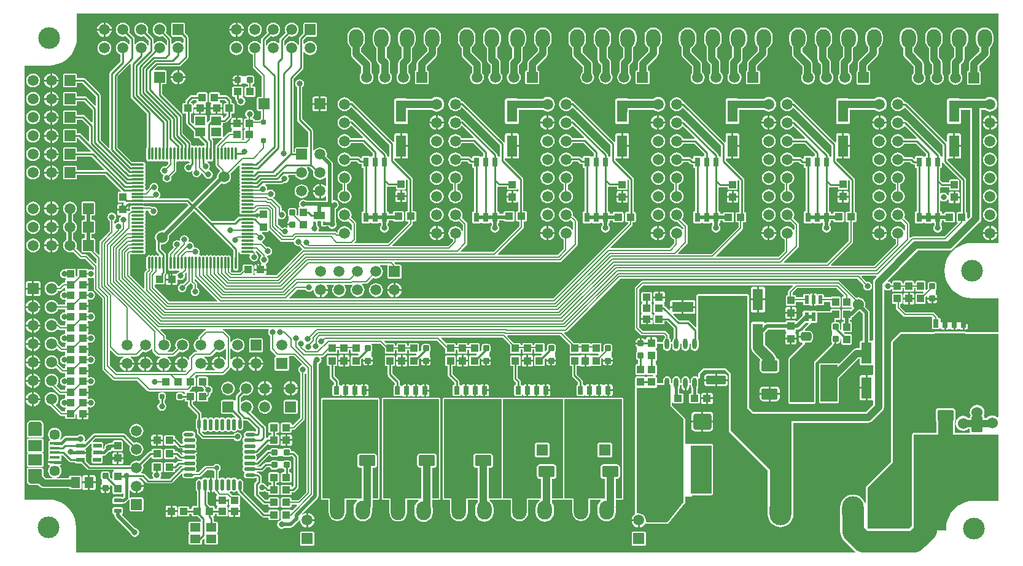
<source format=gtl>
G04 Layer_Physical_Order=1*
G04 Layer_Color=255*
%FSLAX44Y44*%
%MOMM*%
G71*
G01*
G75*
%ADD10R,0.4000X0.2500*%
%ADD11R,1.6000X1.1000*%
%ADD12R,0.4000X0.5000*%
%ADD13R,1.0000X0.6000*%
%ADD14R,0.7620X1.2700*%
%ADD15R,1.1500X0.6000*%
%ADD16R,0.6000X1.1500*%
%ADD17R,1.4000X1.2000*%
%ADD18R,3.6000X2.4100*%
%ADD19O,0.6000X1.4500*%
%ADD20R,1.0000X1.1000*%
G04:AMPARAMS|DCode=21|XSize=0.8mm|YSize=0.8mm|CornerRadius=0.1mm|HoleSize=0mm|Usage=FLASHONLY|Rotation=270.000|XOffset=0mm|YOffset=0mm|HoleType=Round|Shape=RoundedRectangle|*
%AMROUNDEDRECTD21*
21,1,0.8000,0.6000,0,0,270.0*
21,1,0.6000,0.8000,0,0,270.0*
1,1,0.2000,-0.3000,-0.3000*
1,1,0.2000,-0.3000,0.3000*
1,1,0.2000,0.3000,0.3000*
1,1,0.2000,0.3000,-0.3000*
%
%ADD21ROUNDEDRECTD21*%
%ADD22R,1.1000X1.0000*%
G04:AMPARAMS|DCode=23|XSize=2.7mm|YSize=1.15mm|CornerRadius=0.1437mm|HoleSize=0mm|Usage=FLASHONLY|Rotation=180.000|XOffset=0mm|YOffset=0mm|HoleType=Round|Shape=RoundedRectangle|*
%AMROUNDEDRECTD23*
21,1,2.7000,0.8625,0,0,180.0*
21,1,2.4125,1.1500,0,0,180.0*
1,1,0.2875,-1.2063,0.4313*
1,1,0.2875,1.2063,0.4313*
1,1,0.2875,1.2063,-0.4313*
1,1,0.2875,-1.2063,-0.4313*
%
%ADD23ROUNDEDRECTD23*%
G04:AMPARAMS|DCode=24|XSize=0.8mm|YSize=0.8mm|CornerRadius=0.1mm|HoleSize=0mm|Usage=FLASHONLY|Rotation=180.000|XOffset=0mm|YOffset=0mm|HoleType=Round|Shape=RoundedRectangle|*
%AMROUNDEDRECTD24*
21,1,0.8000,0.6000,0,0,180.0*
21,1,0.6000,0.8000,0,0,180.0*
1,1,0.2000,-0.3000,0.3000*
1,1,0.2000,0.3000,0.3000*
1,1,0.2000,0.3000,-0.3000*
1,1,0.2000,-0.3000,-0.3000*
%
%ADD24ROUNDEDRECTD24*%
%ADD25R,1.9000X1.5000*%
%ADD26R,1.3500X0.4000*%
%ADD27R,2.8500X6.6000*%
%ADD28R,2.3500X5.1000*%
G04:AMPARAMS|DCode=29|XSize=2.5mm|YSize=2.2mm|CornerRadius=0.275mm|HoleSize=0mm|Usage=FLASHONLY|Rotation=180.000|XOffset=0mm|YOffset=0mm|HoleType=Round|Shape=RoundedRectangle|*
%AMROUNDEDRECTD29*
21,1,2.5000,1.6500,0,0,180.0*
21,1,1.9500,2.2000,0,0,180.0*
1,1,0.5500,-0.9750,0.8250*
1,1,0.5500,0.9750,0.8250*
1,1,0.5500,0.9750,-0.8250*
1,1,0.5500,-0.9750,-0.8250*
%
%ADD29ROUNDEDRECTD29*%
G04:AMPARAMS|DCode=30|XSize=2.2mm|YSize=1.5mm|CornerRadius=0.1875mm|HoleSize=0mm|Usage=FLASHONLY|Rotation=0.000|XOffset=0mm|YOffset=0mm|HoleType=Round|Shape=RoundedRectangle|*
%AMROUNDEDRECTD30*
21,1,2.2000,1.1250,0,0,0.0*
21,1,1.8250,1.5000,0,0,0.0*
1,1,0.3750,0.9125,-0.5625*
1,1,0.3750,-0.9125,-0.5625*
1,1,0.3750,-0.9125,0.5625*
1,1,0.3750,0.9125,0.5625*
%
%ADD30ROUNDEDRECTD30*%
%ADD31R,5.0000X2.0000*%
%ADD32R,4.2000X3.2000*%
%ADD33R,0.7000X1.1500*%
%ADD34R,1.3000X1.5000*%
%ADD35R,2.9972X1.3970*%
%ADD36R,1.3970X2.9972*%
G04:AMPARAMS|DCode=37|XSize=1.2mm|YSize=1.5mm|CornerRadius=0.3mm|HoleSize=0mm|Usage=FLASHONLY|Rotation=270.000|XOffset=0mm|YOffset=0mm|HoleType=Round|Shape=RoundedRectangle|*
%AMROUNDEDRECTD37*
21,1,1.2000,0.9000,0,0,270.0*
21,1,0.6000,1.5000,0,0,270.0*
1,1,0.6000,-0.4500,-0.3000*
1,1,0.6000,-0.4500,0.3000*
1,1,0.6000,0.4500,0.3000*
1,1,0.6000,0.4500,-0.3000*
%
%ADD37ROUNDEDRECTD37*%
%ADD38R,1.5000X1.5000*%
%ADD39O,0.3000X1.8000*%
%ADD40O,1.8000X0.3000*%
%ADD41O,0.5000X1.4000*%
%ADD42O,0.5000X1.6000*%
%ADD43O,1.4000X0.5000*%
%ADD44O,1.6000X0.5000*%
G04:AMPARAMS|DCode=45|XSize=0.6mm|YSize=0.7mm|CornerRadius=0.075mm|HoleSize=0mm|Usage=FLASHONLY|Rotation=270.000|XOffset=0mm|YOffset=0mm|HoleType=Round|Shape=RoundedRectangle|*
%AMROUNDEDRECTD45*
21,1,0.6000,0.5500,0,0,270.0*
21,1,0.4500,0.7000,0,0,270.0*
1,1,0.1500,-0.2750,-0.2250*
1,1,0.1500,-0.2750,0.2250*
1,1,0.1500,0.2750,0.2250*
1,1,0.1500,0.2750,-0.2250*
%
%ADD45ROUNDEDRECTD45*%
G04:AMPARAMS|DCode=46|XSize=0.6mm|YSize=0.7mm|CornerRadius=0.075mm|HoleSize=0mm|Usage=FLASHONLY|Rotation=180.000|XOffset=0mm|YOffset=0mm|HoleType=Round|Shape=RoundedRectangle|*
%AMROUNDEDRECTD46*
21,1,0.6000,0.5500,0,0,180.0*
21,1,0.4500,0.7000,0,0,180.0*
1,1,0.1500,-0.2250,0.2750*
1,1,0.1500,0.2250,0.2750*
1,1,0.1500,0.2250,-0.2750*
1,1,0.1500,-0.2250,-0.2750*
%
%ADD46ROUNDEDRECTD46*%
G04:AMPARAMS|DCode=47|XSize=2.2mm|YSize=1.5mm|CornerRadius=0.1875mm|HoleSize=0mm|Usage=FLASHONLY|Rotation=270.000|XOffset=0mm|YOffset=0mm|HoleType=Round|Shape=RoundedRectangle|*
%AMROUNDEDRECTD47*
21,1,2.2000,1.1250,0,0,270.0*
21,1,1.8250,1.5000,0,0,270.0*
1,1,0.3750,-0.5625,-0.9125*
1,1,0.3750,-0.5625,0.9125*
1,1,0.3750,0.5625,0.9125*
1,1,0.3750,0.5625,-0.9125*
%
%ADD47ROUNDEDRECTD47*%
%ADD48C,0.6000*%
%ADD49C,0.5000*%
%ADD50C,0.2000*%
%ADD51C,1.0000*%
%ADD52C,0.2540*%
%ADD53C,0.4000*%
%ADD54C,3.0000*%
%ADD55C,2.0000*%
%ADD56C,0.6000*%
%ADD57C,1.3970*%
%ADD58C,0.6096*%
%ADD59C,1.3000*%
%ADD60R,4.9530X2.6416*%
%ADD61O,2.0000X2.6000*%
%ADD62C,1.5000*%
%ADD63R,1.5000X1.5000*%
G04:AMPARAMS|DCode=64|XSize=1.5mm|YSize=1.9mm|CornerRadius=0.375mm|HoleSize=0mm|Usage=FLASHONLY|Rotation=270.000|XOffset=0mm|YOffset=0mm|HoleType=Round|Shape=RoundedRectangle|*
%AMROUNDEDRECTD64*
21,1,1.5000,1.1500,0,0,270.0*
21,1,0.7500,1.9000,0,0,270.0*
1,1,0.7500,-0.5750,-0.3750*
1,1,0.7500,-0.5750,0.3750*
1,1,0.7500,0.5750,0.3750*
1,1,0.7500,0.5750,-0.3750*
%
%ADD64ROUNDEDRECTD64*%
%ADD65C,1.4500*%
%ADD66C,1.5096*%
%ADD67C,3.0000*%
%ADD68C,1.0000*%
%ADD69C,1.5240*%
%ADD70O,3.0000X4.0000*%
%ADD71C,0.8000*%
%ADD72C,0.7000*%
G36*
X1346156Y190107D02*
X1344886Y189743D01*
X1342998Y191192D01*
X1340536Y192212D01*
X1337894Y192560D01*
X1335252Y192212D01*
X1332790Y191192D01*
X1330676Y189570D01*
X1330358Y189155D01*
X1327150D01*
X1326816Y190832D01*
X1326026Y192015D01*
X1326926Y194188D01*
X1327273Y196830D01*
X1326926Y199472D01*
X1325906Y201934D01*
X1324284Y204048D01*
X1322170Y205670D01*
X1319708Y206690D01*
X1317066Y207038D01*
X1314424Y206690D01*
X1311962Y205670D01*
X1309848Y204048D01*
X1308226Y201934D01*
X1307207Y199472D01*
X1306859Y196830D01*
X1307207Y194188D01*
X1308110Y192008D01*
X1307324Y190832D01*
X1306990Y189155D01*
X1304527D01*
X1302866Y190430D01*
X1300404Y191450D01*
X1297762Y191798D01*
X1295120Y191450D01*
X1292658Y190430D01*
X1290544Y188808D01*
X1288922Y186694D01*
X1287903Y184232D01*
X1287555Y181590D01*
X1287903Y178948D01*
X1288922Y176486D01*
X1290544Y174373D01*
X1292658Y172750D01*
X1295120Y171731D01*
X1297762Y171383D01*
X1300404Y171731D01*
X1302866Y172750D01*
X1304527Y174025D01*
X1306984D01*
Y170875D01*
X1307194Y169819D01*
X1306326Y168549D01*
X1286108Y168549D01*
Y184253D01*
X1286746Y185208D01*
X1287086Y186915D01*
Y198165D01*
X1286746Y199872D01*
X1285779Y201319D01*
X1284332Y202286D01*
X1282625Y202626D01*
X1264375D01*
X1262668Y202286D01*
X1261221Y201319D01*
X1260254Y199872D01*
X1259914Y198165D01*
Y186915D01*
X1260254Y185208D01*
X1260892Y184253D01*
Y168549D01*
X1230000D01*
X1229025Y168355D01*
X1228198Y167802D01*
X1227645Y166975D01*
X1227451Y166000D01*
Y40319D01*
X1223486Y36355D01*
X1166514D01*
X1166251Y36618D01*
X1166109Y92891D01*
X1201218Y128000D01*
Y294000D01*
X1212029Y304811D01*
X1346156D01*
Y190107D01*
D02*
G37*
G36*
X1346666Y430311D02*
X1310951D01*
X1310208Y430369D01*
X1304245Y429900D01*
X1298429Y428504D01*
X1292903Y426215D01*
X1287803Y423090D01*
X1283255Y419205D01*
X1279370Y414657D01*
X1276245Y409557D01*
X1273956Y404031D01*
X1272560Y398215D01*
X1272090Y392252D01*
X1272560Y386289D01*
X1273956Y380473D01*
X1276245Y374947D01*
X1279370Y369847D01*
X1283255Y365299D01*
X1287803Y361414D01*
X1292903Y358289D01*
X1298429Y356000D01*
X1304245Y354604D01*
X1310208Y354134D01*
X1310957Y354193D01*
X1346666D01*
Y307778D01*
X1346156Y307360D01*
X1301718D01*
X1301195Y307709D01*
X1300220Y307903D01*
X1258220D01*
X1257245Y307709D01*
X1256722Y307360D01*
X1212029D01*
X1211054Y307166D01*
X1210227Y306613D01*
X1199416Y295802D01*
X1198863Y294975D01*
X1198669Y294000D01*
Y129056D01*
X1164307Y94693D01*
X1164305Y94691D01*
X1164302Y94689D01*
X1164028Y94277D01*
X1163754Y93866D01*
X1163754Y93863D01*
X1163752Y93860D01*
X1163656Y93373D01*
X1163560Y92891D01*
X1163561Y92888D01*
X1163560Y92884D01*
X1163613Y71826D01*
X1162344Y71636D01*
X1162078Y72512D01*
X1160453Y75552D01*
X1158266Y78216D01*
X1155601Y80403D01*
X1152561Y82028D01*
X1149262Y83029D01*
X1145832Y83367D01*
X1142401Y83029D01*
X1139102Y82028D01*
X1136062Y80403D01*
X1133398Y78216D01*
X1131211Y75552D01*
X1129586Y72512D01*
X1128585Y69213D01*
X1128247Y65782D01*
Y55782D01*
Y32168D01*
X1128585Y28737D01*
X1129586Y25439D01*
X1131211Y22399D01*
X1133398Y19734D01*
X1146796Y6336D01*
X1148906Y4604D01*
X1148451Y3334D01*
X74711D01*
Y37687D01*
X74769Y38430D01*
X74300Y44393D01*
X72904Y50209D01*
X70615Y55735D01*
X67489Y60835D01*
X63605Y65383D01*
X59057Y69268D01*
X53957Y72393D01*
X48431Y74682D01*
X42615Y76078D01*
X36652Y76547D01*
X35909Y76489D01*
X3334D01*
Y675190D01*
X36976D01*
X37725Y675131D01*
X43688Y675600D01*
X49504Y676996D01*
X55030Y679285D01*
X60130Y682410D01*
X64679Y686295D01*
X68563Y690843D01*
X71688Y695943D01*
X73977Y701469D01*
X75374Y707285D01*
X75843Y713248D01*
X75785Y713990D01*
Y746666D01*
X1346666D01*
Y430311D01*
D02*
G37*
G36*
X1346156Y74713D02*
X1313386D01*
X1312748Y74763D01*
X1306706Y74288D01*
X1300814Y72873D01*
X1295215Y70554D01*
X1290048Y67387D01*
X1285440Y63452D01*
X1281504Y58844D01*
X1278338Y53677D01*
X1276019Y48078D01*
X1274604Y42185D01*
X1274129Y36144D01*
X1274179Y35499D01*
Y33742D01*
X1230000Y33742D01*
Y166000D01*
X1346156Y166000D01*
Y74713D01*
D02*
G37*
%LPC*%
G36*
X528780Y276018D02*
X525050D01*
Y269198D01*
X531370D01*
Y273428D01*
X531173Y274419D01*
X530612Y275260D01*
X529771Y275821D01*
X528780Y276018D01*
D02*
G37*
G36*
X449022D02*
X445292D01*
Y269198D01*
X451612D01*
Y273428D01*
X451414Y274419D01*
X450853Y275260D01*
X450013Y275821D01*
X449022Y276018D01*
D02*
G37*
G36*
X702013D02*
X698283D01*
Y269198D01*
X704603D01*
Y273428D01*
X704406Y274419D01*
X703845Y275260D01*
X703005Y275821D01*
X702013Y276018D01*
D02*
G37*
G36*
X612349D02*
X608619D01*
Y269198D01*
X614939D01*
Y273428D01*
X614742Y274419D01*
X614180Y275260D01*
X613340Y275821D01*
X612349Y276018D01*
D02*
G37*
G36*
X695743D02*
X692013D01*
X691022Y275821D01*
X690182Y275260D01*
X689621Y274419D01*
X689424Y273428D01*
Y269198D01*
X695743D01*
Y276018D01*
D02*
G37*
G36*
X16590Y275720D02*
Y267030D01*
X25280D01*
X25102Y268381D01*
X24090Y270823D01*
X22481Y272921D01*
X20383Y274530D01*
X17941Y275542D01*
X16590Y275720D01*
D02*
G37*
G36*
X14050D02*
X12699Y275542D01*
X10257Y274530D01*
X8159Y272921D01*
X6550Y270823D01*
X5538Y268381D01*
X5361Y267030D01*
X14050D01*
Y275720D01*
D02*
G37*
G36*
X323888Y273688D02*
Y264998D01*
X332577D01*
X332400Y266349D01*
X331388Y268792D01*
X329779Y270889D01*
X327681Y272498D01*
X325239Y273510D01*
X323888Y273688D01*
D02*
G37*
G36*
X606079Y276018D02*
X602349D01*
X601358Y275821D01*
X600518Y275260D01*
X599956Y274419D01*
X599759Y273428D01*
Y269198D01*
X606079D01*
Y276018D01*
D02*
G37*
G36*
X522510D02*
X518780D01*
X517789Y275821D01*
X516949Y275260D01*
X516388Y274419D01*
X516191Y273428D01*
Y269198D01*
X522510D01*
Y276018D01*
D02*
G37*
G36*
X442752D02*
X439022D01*
X438031Y275821D01*
X437191Y275260D01*
X436629Y274419D01*
X436432Y273428D01*
Y269198D01*
X442752D01*
Y276018D01*
D02*
G37*
G36*
X775754D02*
X772024D01*
X771033Y275821D01*
X770193Y275260D01*
X770097Y275116D01*
X768770Y274877D01*
X768549Y274994D01*
X768072Y275312D01*
X767292Y275467D01*
X757292D01*
X756512Y275312D01*
X755850Y274870D01*
X755408Y274209D01*
X755253Y273428D01*
Y262428D01*
X755408Y261648D01*
X755850Y260986D01*
X756512Y260544D01*
X757292Y260389D01*
X758450D01*
Y247700D01*
X758704Y246424D01*
X759426Y245342D01*
X766832Y237937D01*
Y235063D01*
X766666D01*
X765886Y234908D01*
X765224Y234466D01*
X764782Y233804D01*
X764627Y233024D01*
Y221524D01*
X764782Y220744D01*
X765224Y220082D01*
X765886Y219640D01*
X766666Y219485D01*
X773666D01*
X774446Y219640D01*
X775108Y220082D01*
X775550Y220744D01*
X775593Y220961D01*
X776888D01*
X776973Y220533D01*
X777535Y219693D01*
X778375Y219132D01*
X779366Y218934D01*
X781596D01*
Y227274D01*
Y235614D01*
X779366D01*
X778375Y235417D01*
X777535Y234855D01*
X776973Y234015D01*
X776888Y233587D01*
X775593D01*
X775550Y233804D01*
X775108Y234466D01*
X774446Y234908D01*
X773666Y235063D01*
X773500D01*
Y239318D01*
X773246Y240594D01*
X772524Y241675D01*
X765118Y249081D01*
Y260389D01*
X767292D01*
X768072Y260544D01*
X768549Y260863D01*
X768770Y260980D01*
X770097Y260740D01*
X770193Y260597D01*
X771033Y260036D01*
X772024Y259839D01*
X775754D01*
Y267928D01*
Y276018D01*
D02*
G37*
G36*
X1212000Y361039D02*
X1202000D01*
X1201220Y360884D01*
X1200558Y360442D01*
X1200116Y359781D01*
X1199961Y359000D01*
Y348000D01*
X1200116Y347220D01*
X1200558Y346558D01*
X1201220Y346116D01*
X1202000Y345961D01*
X1204941D01*
Y341000D01*
X1204941Y341000D01*
X1205174Y339829D01*
X1205837Y338837D01*
X1215291Y329383D01*
X1216283Y328720D01*
X1217454Y328487D01*
X1254172D01*
X1255249Y327387D01*
X1255228Y326546D01*
X1254786Y325885D01*
X1254631Y325104D01*
Y313604D01*
X1254786Y312824D01*
X1255228Y312162D01*
X1255890Y311720D01*
X1256670Y311565D01*
X1263670D01*
X1264450Y311720D01*
X1265112Y312162D01*
X1265554Y312824D01*
X1265597Y313042D01*
X1266892D01*
X1266977Y312613D01*
X1267539Y311773D01*
X1268379Y311212D01*
X1269370Y311014D01*
X1271600D01*
Y319354D01*
Y327694D01*
X1269370D01*
X1268379Y327497D01*
X1267539Y326935D01*
X1266977Y326095D01*
X1266892Y325667D01*
X1265597D01*
X1265554Y325885D01*
X1265112Y326546D01*
X1264450Y326988D01*
X1263670Y327143D01*
X1263229D01*
Y327482D01*
X1262996Y328653D01*
X1262333Y329645D01*
X1258269Y333709D01*
X1257277Y334372D01*
X1256106Y334605D01*
X1256106Y334605D01*
X1218721D01*
X1211059Y342267D01*
Y345961D01*
X1212000D01*
X1212780Y346116D01*
X1213442Y346558D01*
X1213884Y347220D01*
X1214039Y348000D01*
Y359000D01*
X1213884Y359781D01*
X1213442Y360442D01*
X1212780Y360884D01*
X1212000Y361039D01*
D02*
G37*
G36*
X25280Y315290D02*
X16590D01*
Y306601D01*
X17941Y306779D01*
X20383Y307790D01*
X22481Y309400D01*
X24090Y311497D01*
X25102Y313939D01*
X25280Y315290D01*
D02*
G37*
G36*
X14050D02*
X5361D01*
X5538Y313939D01*
X6550Y311497D01*
X8159Y309400D01*
X10257Y307790D01*
X12699Y306779D01*
X14050Y306601D01*
Y315290D01*
D02*
G37*
G36*
X16590Y326520D02*
Y317830D01*
X25280D01*
X25102Y319181D01*
X24090Y321623D01*
X22481Y323721D01*
X20383Y325330D01*
X17941Y326342D01*
X16590Y326520D01*
D02*
G37*
G36*
X14050D02*
X12699Y326342D01*
X10257Y325330D01*
X8159Y323721D01*
X6550Y321623D01*
X5538Y319181D01*
X5361Y317830D01*
X14050D01*
Y326520D01*
D02*
G37*
G36*
X1304360Y318084D02*
X1299540D01*
Y311014D01*
X1301770D01*
X1302761Y311212D01*
X1303601Y311773D01*
X1304163Y312613D01*
X1304360Y313604D01*
Y318084D01*
D02*
G37*
G36*
X25280Y289890D02*
X16590D01*
Y281201D01*
X17941Y281379D01*
X20383Y282390D01*
X22481Y284000D01*
X24090Y286097D01*
X25102Y288539D01*
X25280Y289890D01*
D02*
G37*
G36*
X14050D02*
X5361D01*
X5538Y288539D01*
X6550Y286097D01*
X8159Y284000D01*
X10257Y282390D01*
X12699Y281379D01*
X14050Y281201D01*
Y289890D01*
D02*
G37*
G36*
X330118Y298667D02*
X315118D01*
X314338Y298512D01*
X313676Y298070D01*
X313234Y297409D01*
X313079Y296628D01*
Y281628D01*
X313234Y280848D01*
X313676Y280186D01*
X314338Y279744D01*
X315118Y279589D01*
X330118D01*
X330898Y279744D01*
X331560Y280186D01*
X332002Y280848D01*
X332157Y281628D01*
Y296628D01*
X332002Y297409D01*
X331560Y298070D01*
X330898Y298512D01*
X330118Y298667D01*
D02*
G37*
G36*
X851730Y298609D02*
X850000D01*
X848619Y298335D01*
X847448Y297552D01*
X846665Y296381D01*
X846391Y295000D01*
Y293270D01*
X851730D01*
Y298609D01*
D02*
G37*
G36*
X16590Y301120D02*
Y292430D01*
X25280D01*
X25102Y293781D01*
X24090Y296224D01*
X22481Y298321D01*
X20383Y299930D01*
X17941Y300942D01*
X16590Y301120D01*
D02*
G37*
G36*
X14050D02*
X12699Y300942D01*
X10257Y299930D01*
X8159Y298321D01*
X6550Y296224D01*
X5538Y293781D01*
X5361Y292430D01*
X14050D01*
Y301120D01*
D02*
G37*
G36*
X531370Y266658D02*
X525050D01*
Y259839D01*
X528780D01*
X529771Y260036D01*
X530612Y260597D01*
X531173Y261437D01*
X531370Y262428D01*
Y266658D01*
D02*
G37*
G36*
X522510D02*
X516191D01*
Y262428D01*
X516388Y261437D01*
X516949Y260597D01*
X517789Y260036D01*
X518780Y259839D01*
X522510D01*
Y266658D01*
D02*
G37*
G36*
X451612D02*
X445292D01*
Y259839D01*
X449022D01*
X450013Y260036D01*
X450853Y260597D01*
X451414Y261437D01*
X451612Y262428D01*
Y266658D01*
D02*
G37*
G36*
X695743D02*
X689424D01*
Y262428D01*
X689621Y261437D01*
X690182Y260597D01*
X691022Y260036D01*
X692013Y259839D01*
X695743D01*
Y266658D01*
D02*
G37*
G36*
X614939D02*
X608619D01*
Y259839D01*
X612349D01*
X613340Y260036D01*
X614180Y260597D01*
X614742Y261437D01*
X614939Y262428D01*
Y266658D01*
D02*
G37*
G36*
X606079D02*
X599759D01*
Y262428D01*
X599956Y261437D01*
X600518Y260597D01*
X601358Y260036D01*
X602349Y259839D01*
X606079D01*
Y266658D01*
D02*
G37*
G36*
X332577Y262458D02*
X323888D01*
Y253769D01*
X325239Y253947D01*
X327681Y254958D01*
X329779Y256568D01*
X331388Y258665D01*
X332400Y261107D01*
X332577Y262458D01*
D02*
G37*
G36*
X307177D02*
X298488D01*
Y253769D01*
X299839Y253947D01*
X302281Y254958D01*
X304379Y256568D01*
X305988Y258665D01*
X307000Y261107D01*
X307177Y262458D01*
D02*
G37*
G36*
X321348D02*
X312659D01*
X312836Y261107D01*
X313848Y258665D01*
X315457Y256568D01*
X317555Y254958D01*
X319997Y253947D01*
X321348Y253769D01*
Y262458D01*
D02*
G37*
G36*
X442752Y266658D02*
X436432D01*
Y262428D01*
X436629Y261437D01*
X437191Y260597D01*
X438031Y260036D01*
X439022Y259839D01*
X442752D01*
Y266658D01*
D02*
G37*
G36*
X25280Y264490D02*
X16590D01*
Y255801D01*
X17941Y255979D01*
X20383Y256990D01*
X22481Y258600D01*
X24090Y260697D01*
X25102Y263139D01*
X25280Y264490D01*
D02*
G37*
G36*
X14050D02*
X5361D01*
X5538Y263139D01*
X6550Y260697D01*
X8159Y258600D01*
X10257Y256990D01*
X12699Y255979D01*
X14050Y255801D01*
Y264490D01*
D02*
G37*
G36*
X704603Y266658D02*
X698283D01*
Y259839D01*
X702013D01*
X703005Y260036D01*
X703845Y260597D01*
X704406Y261437D01*
X704603Y262428D01*
Y266658D01*
D02*
G37*
G36*
X806520Y266660D02*
X801181D01*
Y264930D01*
X801455Y263549D01*
X802238Y262378D01*
X803409Y261595D01*
X804790Y261321D01*
X806520D01*
Y266660D01*
D02*
G37*
G36*
X736391Y266660D02*
X731052D01*
Y261321D01*
X732782D01*
X734163Y261595D01*
X735334Y262378D01*
X736117Y263549D01*
X736391Y264930D01*
Y266660D01*
D02*
G37*
G36*
X728512D02*
X723173D01*
Y264930D01*
X723447Y263549D01*
X724230Y262378D01*
X725401Y261595D01*
X726782Y261321D01*
X728512D01*
Y266660D01*
D02*
G37*
G36*
X298488Y273688D02*
Y264998D01*
X307177D01*
X307000Y266349D01*
X305988Y268792D01*
X304379Y270889D01*
X302281Y272498D01*
X299839Y273510D01*
X298488Y273688D01*
D02*
G37*
G36*
X321348D02*
X319997Y273510D01*
X317555Y272498D01*
X315457Y270889D01*
X313848Y268792D01*
X312836Y266349D01*
X312659Y264998D01*
X321348D01*
Y273688D01*
D02*
G37*
G36*
X814399Y266660D02*
X809060D01*
Y261321D01*
X810790D01*
X812171Y261595D01*
X813342Y262378D01*
X814125Y263549D01*
X814399Y264930D01*
Y266660D01*
D02*
G37*
G36*
X555730Y266660D02*
X550391D01*
Y264930D01*
X550665Y263549D01*
X551448Y262378D01*
X552619Y261595D01*
X554000Y261321D01*
X555730D01*
Y266660D01*
D02*
G37*
G36*
X483609Y266660D02*
X478270D01*
Y261321D01*
X480000D01*
X481381Y261595D01*
X482552Y262378D01*
X483335Y263549D01*
X483609Y264930D01*
Y266660D01*
D02*
G37*
G36*
X475730D02*
X470391D01*
Y264930D01*
X470666Y263549D01*
X471448Y262378D01*
X472619Y261595D01*
X474000Y261321D01*
X475730D01*
Y266660D01*
D02*
G37*
G36*
X646505Y266660D02*
X641165D01*
Y261321D01*
X642895D01*
X644277Y261595D01*
X645448Y262378D01*
X646230Y263549D01*
X646505Y264930D01*
Y266660D01*
D02*
G37*
G36*
X638625D02*
X633286D01*
Y264930D01*
X633561Y263549D01*
X634343Y262378D01*
X635514Y261595D01*
X636895Y261321D01*
X638625D01*
Y266660D01*
D02*
G37*
G36*
X563609Y266660D02*
X558270D01*
Y261321D01*
X560000D01*
X561381Y261595D01*
X562552Y262378D01*
X563335Y263549D01*
X563609Y264930D01*
Y266660D01*
D02*
G37*
G36*
X1301770Y327694D02*
X1299540D01*
Y321476D01*
Y320624D01*
X1304360D01*
Y325104D01*
X1304163Y326095D01*
X1303601Y326935D01*
X1302761Y327497D01*
X1302588Y327531D01*
X1301770Y327694D01*
D02*
G37*
G36*
X570722Y442692D02*
X561984D01*
X562163Y441329D01*
X563180Y438875D01*
X564797Y436767D01*
X566904Y435150D01*
X569358Y434134D01*
X570722Y433954D01*
Y442692D01*
D02*
G37*
G36*
X1344915Y442692D02*
X1336178D01*
Y433954D01*
X1337541Y434134D01*
X1339995Y435150D01*
X1342103Y436767D01*
X1343719Y438875D01*
X1344736Y441329D01*
X1344915Y442692D01*
D02*
G37*
G36*
X1333638D02*
X1324900D01*
X1325079Y441329D01*
X1326096Y438875D01*
X1327713Y436767D01*
X1329820Y435150D01*
X1332274Y434134D01*
X1333638Y433954D01*
Y442692D01*
D02*
G37*
G36*
X734583Y442692D02*
X725845D01*
Y433954D01*
X727208Y434134D01*
X729662Y435150D01*
X731770Y436767D01*
X733387Y438875D01*
X734403Y441329D01*
X734583Y442692D01*
D02*
G37*
G36*
X723305D02*
X714567D01*
X714747Y441329D01*
X715763Y438875D01*
X717380Y436767D01*
X719487Y435150D01*
X721941Y434134D01*
X723305Y433954D01*
Y442692D01*
D02*
G37*
G36*
X582000D02*
X573262D01*
Y433954D01*
X574625Y434134D01*
X577079Y435150D01*
X579187Y436767D01*
X580804Y438875D01*
X581820Y441329D01*
X582000Y442692D01*
D02*
G37*
G36*
X1028471Y442692D02*
X1019734D01*
X1019913Y441329D01*
X1020929Y438875D01*
X1022546Y436767D01*
X1024654Y435150D01*
X1027108Y434134D01*
X1028471Y433954D01*
Y442692D01*
D02*
G37*
G36*
X41990Y437010D02*
Y428320D01*
X50679D01*
X50502Y429671D01*
X49490Y432113D01*
X47881Y434211D01*
X45783Y435820D01*
X43341Y436832D01*
X41990Y437010D01*
D02*
G37*
G36*
X39450D02*
X38099Y436832D01*
X35657Y435820D01*
X33559Y434211D01*
X31950Y432113D01*
X30938Y429671D01*
X30761Y428320D01*
X39450D01*
Y437010D01*
D02*
G37*
G36*
X1192332Y442692D02*
X1183595D01*
Y433954D01*
X1184958Y434134D01*
X1187412Y435150D01*
X1189519Y436767D01*
X1191136Y438875D01*
X1192153Y441329D01*
X1192332Y442692D01*
D02*
G37*
G36*
X1181055D02*
X1172317D01*
X1172496Y441329D01*
X1173513Y438875D01*
X1175130Y436767D01*
X1177237Y435150D01*
X1179691Y434134D01*
X1181055Y433954D01*
Y442692D01*
D02*
G37*
G36*
X1039749D02*
X1031011D01*
Y433954D01*
X1032375Y434134D01*
X1034829Y435150D01*
X1036936Y436767D01*
X1038553Y438875D01*
X1039570Y441329D01*
X1039749Y442692D01*
D02*
G37*
G36*
X1183595Y453970D02*
Y445232D01*
X1192332D01*
X1192153Y446595D01*
X1191136Y449049D01*
X1189519Y451157D01*
X1187412Y452774D01*
X1184958Y453790D01*
X1183595Y453970D01*
D02*
G37*
G36*
X1181055D02*
X1179691Y453790D01*
X1177237Y452774D01*
X1175130Y451157D01*
X1173513Y449049D01*
X1172496Y446595D01*
X1172317Y445232D01*
X1181055D01*
Y453970D01*
D02*
G37*
G36*
X1031011D02*
Y445232D01*
X1039749D01*
X1039570Y446595D01*
X1038553Y449049D01*
X1036936Y451157D01*
X1034829Y452774D01*
X1032375Y453790D01*
X1031011Y453970D01*
D02*
G37*
G36*
X570722Y453970D02*
X569358Y453791D01*
X566904Y452774D01*
X564797Y451157D01*
X563180Y449050D01*
X562163Y446596D01*
X561984Y445232D01*
X570722D01*
Y453970D01*
D02*
G37*
G36*
X1336178Y453970D02*
Y445232D01*
X1344915D01*
X1344736Y446595D01*
X1343719Y449049D01*
X1342103Y451157D01*
X1339995Y452774D01*
X1337541Y453790D01*
X1336178Y453970D01*
D02*
G37*
G36*
X1333638D02*
X1332274Y453790D01*
X1329820Y452774D01*
X1327713Y451157D01*
X1326096Y449049D01*
X1325079Y446595D01*
X1324900Y445232D01*
X1333638D01*
Y453970D01*
D02*
G37*
G36*
X39450Y451180D02*
X30761D01*
X30938Y449829D01*
X31950Y447387D01*
X33559Y445290D01*
X35657Y443680D01*
X38099Y442669D01*
X39450Y442491D01*
Y451180D01*
D02*
G37*
G36*
X887166Y442692D02*
X878428D01*
Y433954D01*
X879792Y434134D01*
X882246Y435150D01*
X884353Y436767D01*
X885970Y438875D01*
X886986Y441329D01*
X887166Y442692D01*
D02*
G37*
G36*
X875888D02*
X867150D01*
X867330Y441329D01*
X868346Y438875D01*
X869963Y436767D01*
X872071Y435150D01*
X874525Y434134D01*
X875888Y433954D01*
Y442692D01*
D02*
G37*
G36*
X1028471Y453970D02*
X1027108Y453790D01*
X1024654Y452774D01*
X1022546Y451157D01*
X1020929Y449049D01*
X1019913Y446595D01*
X1019734Y445232D01*
X1028471D01*
Y453970D01*
D02*
G37*
G36*
X15320Y462032D02*
X12840Y461706D01*
X10529Y460748D01*
X8544Y459226D01*
X7022Y457241D01*
X6065Y454930D01*
X5738Y452450D01*
X6065Y449970D01*
X7022Y447659D01*
X8544Y445675D01*
X10529Y444152D01*
X12840Y443195D01*
X15320Y442868D01*
X17800Y443195D01*
X20111Y444152D01*
X22095Y445675D01*
X23618Y447659D01*
X24575Y449970D01*
X24902Y452450D01*
X24575Y454930D01*
X23618Y457241D01*
X22095Y459226D01*
X20111Y460748D01*
X17800Y461706D01*
X15320Y462032D01*
D02*
G37*
G36*
X50679Y451180D02*
X41990D01*
Y442491D01*
X43341Y442669D01*
X45783Y443680D01*
X47881Y445290D01*
X49490Y447387D01*
X50502Y449829D01*
X50679Y451180D01*
D02*
G37*
G36*
X15320Y436632D02*
X12840Y436306D01*
X10529Y435348D01*
X8544Y433826D01*
X7022Y431841D01*
X6065Y429530D01*
X5738Y427050D01*
X6065Y424570D01*
X7022Y422259D01*
X8544Y420275D01*
X10529Y418752D01*
X12840Y417795D01*
X15320Y417468D01*
X17800Y417795D01*
X20111Y418752D01*
X22095Y420275D01*
X23618Y422259D01*
X24575Y424570D01*
X24902Y427050D01*
X24575Y429530D01*
X23618Y431841D01*
X22095Y433826D01*
X20111Y435348D01*
X17800Y436306D01*
X15320Y436632D01*
D02*
G37*
G36*
X1253730Y352230D02*
X1248391D01*
Y350500D01*
X1248665Y349119D01*
X1249448Y347948D01*
X1250619Y347165D01*
X1252000Y346891D01*
X1253730D01*
Y352230D01*
D02*
G37*
G36*
X1230590Y352230D02*
X1224270D01*
Y345410D01*
X1228000D01*
X1228991Y345608D01*
X1229831Y346169D01*
X1230393Y347009D01*
X1230590Y348000D01*
Y352230D01*
D02*
G37*
G36*
X1221730D02*
X1215410D01*
Y348000D01*
X1215607Y347009D01*
X1216169Y346169D01*
X1217009Y345608D01*
X1218000Y345410D01*
X1221730D01*
Y352230D01*
D02*
G37*
G36*
X1228000Y361590D02*
X1224270D01*
Y354770D01*
X1230590D01*
Y359000D01*
X1230393Y359991D01*
X1229831Y360831D01*
X1228991Y361393D01*
X1228000Y361590D01*
D02*
G37*
G36*
X1221730D02*
X1218000D01*
X1217009Y361393D01*
X1216169Y360831D01*
X1215607Y359991D01*
X1215410Y359000D01*
Y354770D01*
X1221730D01*
Y361590D01*
D02*
G37*
G36*
X1261609Y352230D02*
X1256270D01*
Y346891D01*
X1258000D01*
X1259381Y347165D01*
X1260552Y347948D01*
X1261335Y349119D01*
X1261609Y350500D01*
Y352230D01*
D02*
G37*
G36*
X14050Y340690D02*
X5361D01*
X5538Y339339D01*
X6550Y336897D01*
X8159Y334800D01*
X10257Y333190D01*
X12699Y332179D01*
X14050Y332001D01*
Y340690D01*
D02*
G37*
G36*
X1297000Y327694D02*
X1294770D01*
X1293779Y327497D01*
X1292939Y326935D01*
X1292626Y326467D01*
X1292479Y326420D01*
X1291361D01*
X1291214Y326467D01*
X1290901Y326935D01*
X1290061Y327497D01*
X1289070Y327694D01*
X1286840D01*
Y319354D01*
Y311014D01*
X1289070D01*
X1290061Y311212D01*
X1290901Y311773D01*
X1291214Y312242D01*
X1291361Y312288D01*
X1292479D01*
X1292626Y312242D01*
X1292939Y311773D01*
X1293779Y311212D01*
X1294770Y311014D01*
X1297000D01*
Y319354D01*
Y327694D01*
D02*
G37*
G36*
X1284300D02*
X1282070D01*
X1281079Y327497D01*
X1280239Y326935D01*
X1279926Y326467D01*
X1279779Y326420D01*
X1278661D01*
X1278514Y326467D01*
X1278201Y326935D01*
X1277361Y327497D01*
X1276370Y327694D01*
X1274140D01*
Y319354D01*
Y311014D01*
X1276370D01*
X1277361Y311212D01*
X1278201Y311773D01*
X1278514Y312242D01*
X1278661Y312288D01*
X1279779D01*
X1279926Y312242D01*
X1280239Y311773D01*
X1281079Y311212D01*
X1282070Y311014D01*
X1284300D01*
Y319354D01*
Y327694D01*
D02*
G37*
G36*
X16590Y351920D02*
Y343230D01*
X25280D01*
X25102Y344581D01*
X24090Y347024D01*
X22481Y349121D01*
X20383Y350730D01*
X17941Y351742D01*
X16590Y351920D01*
D02*
G37*
G36*
X14050D02*
X12699Y351742D01*
X10257Y350730D01*
X8159Y349121D01*
X6550Y347024D01*
X5538Y344581D01*
X5361Y343230D01*
X14050D01*
Y351920D01*
D02*
G37*
G36*
X25280Y340690D02*
X16590D01*
Y332001D01*
X17941Y332179D01*
X20383Y333190D01*
X22481Y334800D01*
X24090Y336897D01*
X25102Y339339D01*
X25280Y340690D01*
D02*
G37*
G36*
X14050Y377450D02*
X7820D01*
X6829Y377253D01*
X5989Y376691D01*
X5428Y375851D01*
X5230Y374860D01*
Y368630D01*
X14050D01*
Y377450D01*
D02*
G37*
G36*
X514934Y375288D02*
Y366598D01*
X523623D01*
X523446Y367949D01*
X522434Y370392D01*
X520825Y372489D01*
X518727Y374098D01*
X516285Y375110D01*
X514934Y375288D01*
D02*
G37*
G36*
X512394D02*
X511043Y375110D01*
X508601Y374098D01*
X506503Y372489D01*
X504894Y370392D01*
X503882Y367949D01*
X503705Y366598D01*
X512394D01*
Y375288D01*
D02*
G37*
G36*
X50679Y425780D02*
X41990D01*
Y417091D01*
X43341Y417269D01*
X45783Y418280D01*
X47881Y419890D01*
X49490Y421987D01*
X50502Y424429D01*
X50679Y425780D01*
D02*
G37*
G36*
X39450D02*
X30761D01*
X30938Y424429D01*
X31950Y421987D01*
X33559Y419890D01*
X35657Y418280D01*
X38099Y417269D01*
X39450Y417091D01*
Y425780D01*
D02*
G37*
G36*
X22820Y377450D02*
X16590D01*
Y368630D01*
X25410D01*
Y374860D01*
X25213Y375851D01*
X24651Y376691D01*
X23811Y377253D01*
X22820Y377450D01*
D02*
G37*
G36*
X523623Y364058D02*
X514934D01*
Y355369D01*
X516285Y355547D01*
X518727Y356558D01*
X520825Y358168D01*
X522434Y360265D01*
X523446Y362707D01*
X523623Y364058D01*
D02*
G37*
G36*
X422023D02*
X413334D01*
Y355369D01*
X414685Y355547D01*
X417127Y356558D01*
X419225Y358168D01*
X420834Y360265D01*
X421846Y362707D01*
X422023Y364058D01*
D02*
G37*
G36*
X512394D02*
X503705D01*
X503882Y362707D01*
X504894Y360265D01*
X506503Y358168D01*
X508601Y356558D01*
X511043Y355547D01*
X512394Y355369D01*
Y364058D01*
D02*
G37*
G36*
X25410Y366090D02*
X16590D01*
Y357271D01*
X22820D01*
X23811Y357468D01*
X24651Y358029D01*
X25213Y358869D01*
X25410Y359860D01*
Y366090D01*
D02*
G37*
G36*
X14050D02*
X5230D01*
Y359860D01*
X5428Y358869D01*
X5989Y358029D01*
X6829Y357468D01*
X7820Y357271D01*
X14050D01*
Y366090D01*
D02*
G37*
G36*
X488264Y374910D02*
X485784Y374584D01*
X483473Y373626D01*
X481488Y372104D01*
X479966Y370119D01*
X479008Y367808D01*
X478682Y365328D01*
X479008Y362848D01*
X479966Y360537D01*
X481488Y358553D01*
X483473Y357030D01*
X485784Y356073D01*
X488264Y355746D01*
X490744Y356073D01*
X493055Y357030D01*
X495039Y358553D01*
X496562Y360537D01*
X497519Y362848D01*
X497846Y365328D01*
X497519Y367808D01*
X496562Y370119D01*
X495039Y372104D01*
X493055Y373626D01*
X490744Y374584D01*
X488264Y374910D01*
D02*
G37*
G36*
X234482Y170825D02*
X225482D01*
X223726Y170475D01*
X222237Y169481D01*
X221243Y167992D01*
X220893Y166236D01*
X221243Y164481D01*
X222230Y163003D01*
X222418Y162706D01*
Y161601D01*
X222238Y161481D01*
X221243Y159992D01*
X220894Y158236D01*
X221243Y156481D01*
X222230Y155003D01*
X222418Y154706D01*
Y154700D01*
X221454Y153570D01*
X219145D01*
X212275Y160440D01*
X211194Y161163D01*
X210915Y161218D01*
Y163083D01*
X210760Y163863D01*
X210318Y164524D01*
X209656Y164966D01*
X208876Y165122D01*
X197876D01*
X197095Y164966D01*
X196434Y164524D01*
X195992Y163863D01*
X195837Y163083D01*
Y153083D01*
X195992Y152302D01*
X196434Y151641D01*
X197095Y151199D01*
X197876Y151043D01*
X208876D01*
X209656Y151199D01*
X210318Y151641D01*
X211765Y151520D01*
X215406Y147879D01*
X216488Y147156D01*
X217764Y146902D01*
X221127D01*
X221413Y146493D01*
X221689Y145632D01*
X220734Y144203D01*
X220596Y143506D01*
X230982D01*
X241368D01*
X241229Y144203D01*
X240183Y145770D01*
X239726Y146970D01*
Y146992D01*
X240721Y148481D01*
X241070Y150236D01*
X240721Y151992D01*
X239726Y153481D01*
X239546Y153601D01*
Y154871D01*
X239726Y154992D01*
X240721Y156481D01*
X241070Y158236D01*
X240721Y159992D01*
X239726Y161481D01*
X238621Y162219D01*
X238238Y162550D01*
X238245Y163769D01*
X238721Y164481D01*
X239070Y166236D01*
X238721Y167992D01*
X237726Y169481D01*
X236238Y170475D01*
X234482Y170825D01*
D02*
G37*
G36*
X372482Y157237D02*
X365662D01*
Y150917D01*
X369892D01*
X370883Y151114D01*
X371723Y151676D01*
X372285Y152516D01*
X372482Y153507D01*
Y157237D01*
D02*
G37*
G36*
X363122D02*
X356302D01*
Y153507D01*
X356499Y152516D01*
X357061Y151676D01*
X357901Y151114D01*
X358892Y150917D01*
X363122D01*
Y157237D01*
D02*
G37*
G36*
Y166097D02*
X358892D01*
X357901Y165899D01*
X357061Y165338D01*
X356499Y164498D01*
X356302Y163507D01*
Y159777D01*
X363122D01*
Y166097D01*
D02*
G37*
G36*
X191876Y165672D02*
X187646D01*
Y159353D01*
X194466D01*
Y163083D01*
X194269Y164074D01*
X193707Y164914D01*
X192867Y165475D01*
X191876Y165672D01*
D02*
G37*
G36*
X185106D02*
X180876D01*
X179885Y165475D01*
X179045Y164914D01*
X178483Y164074D01*
X178286Y163083D01*
Y159353D01*
X185106D01*
Y165672D01*
D02*
G37*
G36*
X137000Y141590D02*
X133270D01*
Y134770D01*
X139590D01*
Y139000D01*
X139393Y139991D01*
X138832Y140831D01*
X137991Y141393D01*
X137000Y141590D01*
D02*
G37*
G36*
X130730D02*
X127000D01*
X126009Y141393D01*
X125169Y140831D01*
X124608Y139991D01*
X124410Y139000D01*
Y134770D01*
X130730D01*
Y141590D01*
D02*
G37*
G36*
X139590Y132230D02*
X133270D01*
Y125410D01*
X137000D01*
X137991Y125608D01*
X138832Y126169D01*
X139393Y127009D01*
X139590Y128000D01*
Y132230D01*
D02*
G37*
G36*
X194466Y156812D02*
X187646D01*
Y150493D01*
X191876D01*
X192867Y150690D01*
X193707Y151251D01*
X194269Y152091D01*
X194466Y153083D01*
Y156812D01*
D02*
G37*
G36*
X185106D02*
X178286D01*
Y153083D01*
X178483Y152091D01*
X179045Y151251D01*
X179885Y150690D01*
X180876Y150493D01*
X185106D01*
Y156812D01*
D02*
G37*
G36*
X45250Y175330D02*
X42835Y175012D01*
X40585Y174080D01*
X38653Y172597D01*
X37170Y170665D01*
X36238Y168415D01*
X35920Y166000D01*
X36238Y163585D01*
X37170Y161335D01*
X38653Y159403D01*
X38899Y159214D01*
X38672Y158546D01*
X38376Y158014D01*
X37720Y157884D01*
X37058Y157442D01*
X36616Y156780D01*
X36461Y156000D01*
Y152000D01*
X36616Y151220D01*
X36930Y150750D01*
X36616Y150280D01*
X36461Y149500D01*
Y145500D01*
X36616Y144720D01*
X36930Y144250D01*
X36616Y143780D01*
X36461Y143000D01*
Y139000D01*
X36616Y138220D01*
X36930Y137750D01*
X36616Y137280D01*
X36461Y136500D01*
Y132500D01*
X36611Y131745D01*
X36107Y130991D01*
X35910Y130000D01*
Y129270D01*
X45250D01*
X54590D01*
Y130000D01*
X54393Y130991D01*
X53889Y131745D01*
X54039Y132500D01*
Y136500D01*
X54763Y137345D01*
X56180Y137386D01*
X64424Y129142D01*
X65506Y128420D01*
X66782Y128166D01*
X72527D01*
X72616Y127719D01*
X73058Y127058D01*
X73720Y126616D01*
X74500Y126461D01*
X81824D01*
X90042Y118243D01*
X91124Y117520D01*
X92400Y117266D01*
X126658D01*
X126783Y115996D01*
X126220Y115884D01*
X125558Y115442D01*
X125116Y114780D01*
X124961Y114000D01*
Y104913D01*
X123787Y104427D01*
X121059Y107156D01*
Y112000D01*
X120826Y113170D01*
X120163Y114163D01*
X119171Y114826D01*
X118000Y115059D01*
X112000D01*
X110829Y114826D01*
X109837Y114163D01*
X109174Y113170D01*
X108941Y112000D01*
Y106000D01*
X109174Y104830D01*
X109837Y103837D01*
X110000Y103728D01*
Y97921D01*
X109448Y97552D01*
X108665Y96381D01*
X108391Y95000D01*
Y93270D01*
X115000D01*
X121609D01*
Y95000D01*
X121515Y95473D01*
X122686Y96099D01*
X124961Y93824D01*
Y86000D01*
X125116Y85219D01*
X125558Y84558D01*
X126220Y84116D01*
X127000Y83961D01*
X137000D01*
X137780Y84116D01*
X138442Y84558D01*
X138652Y84872D01*
X139922Y84486D01*
Y80689D01*
X138653Y79421D01*
X138442Y79442D01*
X137781Y79884D01*
X137000Y80039D01*
X127000D01*
X126220Y79884D01*
X125558Y79442D01*
X125116Y78780D01*
X124961Y78000D01*
Y72000D01*
X125116Y71220D01*
X125558Y70558D01*
X126220Y70116D01*
X127000Y69961D01*
X137000D01*
X137781Y70116D01*
X138442Y70558D01*
X138685Y70922D01*
X140000D01*
X140000Y70922D01*
X141561Y71232D01*
X142884Y72116D01*
X146884Y76116D01*
X146884Y76116D01*
X147191Y76576D01*
X148461Y76190D01*
Y62300D01*
X148616Y61520D01*
X149058Y60858D01*
X149720Y60416D01*
X150500Y60261D01*
X165500D01*
X166280Y60416D01*
X166942Y60858D01*
X167384Y61520D01*
X167539Y62300D01*
Y77300D01*
X167384Y78080D01*
X166942Y78742D01*
X166280Y79184D01*
X165500Y79339D01*
X150500D01*
X149720Y79184D01*
X149312Y78911D01*
X148366Y79277D01*
X148078Y79498D01*
Y89629D01*
X148801Y89948D01*
X149348Y89983D01*
X150839Y88039D01*
X152937Y86430D01*
X155379Y85418D01*
X156730Y85241D01*
Y95200D01*
X158000D01*
Y96470D01*
X167959D01*
X167782Y97821D01*
X166770Y100263D01*
X165161Y102361D01*
X163063Y103970D01*
X162035Y104396D01*
X162287Y105666D01*
X165619D01*
X171642Y99642D01*
X172724Y98920D01*
X174000Y98666D01*
X205000D01*
X206276Y98920D01*
X207358Y99642D01*
X220082Y112367D01*
X221178Y111667D01*
X220893Y110237D01*
X221243Y108481D01*
X222237Y106992D01*
X223726Y105998D01*
X225482Y105648D01*
X234482D01*
X236238Y105998D01*
X237726Y106992D01*
X238240Y107761D01*
X244640D01*
X244640Y107761D01*
X245811Y107994D01*
X246803Y108657D01*
X255085Y116939D01*
X263911D01*
X264517Y116033D01*
X265423Y115427D01*
Y106199D01*
X264257Y105845D01*
X264015Y105937D01*
X262449Y106984D01*
X261752Y107122D01*
Y96736D01*
Y86350D01*
X262449Y86489D01*
X264015Y87536D01*
X264445Y87699D01*
X265656Y87347D01*
X266319Y86355D01*
X268948Y83726D01*
X268764Y82115D01*
X268729Y82091D01*
X268168Y81251D01*
X267970Y80260D01*
Y76530D01*
X284150D01*
Y76767D01*
X285420Y77446D01*
X285521Y77378D01*
Y70260D01*
X285676Y69480D01*
X286118Y68818D01*
X286231Y68743D01*
X286285Y68549D01*
X286182Y67299D01*
X285725Y66994D01*
X285163Y66153D01*
X284966Y65162D01*
Y61432D01*
X293056D01*
X301146D01*
Y65162D01*
X300949Y66153D01*
X300387Y66994D01*
X299932Y67298D01*
X299832Y68553D01*
X299885Y68740D01*
X300002Y68818D01*
X300444Y69480D01*
X300599Y70260D01*
Y80260D01*
X300444Y81041D01*
X300002Y81702D01*
X299340Y82144D01*
X298560Y82299D01*
X290347D01*
X286744Y85902D01*
X286808Y87240D01*
X286916Y87451D01*
X287715Y87985D01*
X288013Y88173D01*
X288951D01*
X289249Y87985D01*
X290726Y86997D01*
X292482Y86648D01*
X294238Y86997D01*
X295715Y87985D01*
X296013Y88173D01*
X296598D01*
X296615Y88168D01*
X297173Y87872D01*
X297402Y86722D01*
X298124Y85641D01*
X330814Y52951D01*
X331896Y52228D01*
X333172Y51974D01*
X339797D01*
Y50308D01*
X339952Y49528D01*
X340394Y48867D01*
X341055Y48425D01*
X341836Y48269D01*
X352836D01*
X353616Y48425D01*
X354278Y48867D01*
X354720Y49528D01*
X354875Y50308D01*
Y60308D01*
X354720Y61089D01*
X354278Y61750D01*
X353616Y62193D01*
X352836Y62348D01*
X341836D01*
X341055Y62193D01*
X340394Y61750D01*
X339952Y61089D01*
X339797Y60308D01*
Y58643D01*
X334553D01*
X304318Y88878D01*
X304721Y89481D01*
X305070Y91237D01*
Y100237D01*
X304721Y101993D01*
X303726Y103481D01*
X302238Y104476D01*
X300482Y104825D01*
X298726Y104476D01*
X298014Y104000D01*
X296796Y103993D01*
X296465Y104376D01*
X295726Y105481D01*
X294238Y106475D01*
X292482Y106825D01*
X290726Y106475D01*
X289249Y105488D01*
X288951Y105300D01*
X288013D01*
X287715Y105488D01*
X286238Y106475D01*
X284482Y106825D01*
X282726Y106475D01*
X281249Y105488D01*
X280951Y105300D01*
X280013D01*
X279715Y105488D01*
X278238Y106475D01*
X276482Y106825D01*
X274726Y106475D01*
X273249Y105488D01*
X272951Y105300D01*
X272685D01*
X271541Y106375D01*
Y115427D01*
X272447Y116033D01*
X273663Y117852D01*
X274090Y119998D01*
X273663Y122144D01*
X272447Y123963D01*
X270628Y125179D01*
X268482Y125606D01*
X266336Y125179D01*
X264517Y123963D01*
X263911Y123057D01*
X253818D01*
X253818Y123057D01*
X252647Y122824D01*
X251655Y122161D01*
X243373Y113879D01*
X240346D01*
X240010Y114483D01*
X239831Y115149D01*
X240721Y116481D01*
X241070Y118237D01*
X240721Y119992D01*
X239726Y121481D01*
X239546Y121601D01*
Y122872D01*
X239726Y122992D01*
X240721Y124481D01*
X241070Y126236D01*
X240721Y127992D01*
X239726Y129481D01*
X239546Y129601D01*
Y130871D01*
X239726Y130992D01*
X240721Y132481D01*
X241070Y134236D01*
X240721Y135992D01*
X239726Y137481D01*
Y137503D01*
X240183Y138703D01*
X241229Y140270D01*
X241368Y140966D01*
X230982D01*
X220596D01*
X220734Y140270D01*
X221604Y138968D01*
X221109Y137817D01*
X219965Y137750D01*
X215944Y141771D01*
X214863Y142493D01*
X213587Y142747D01*
X211021D01*
Y144413D01*
X210866Y145194D01*
X210424Y145855D01*
X209762Y146297D01*
X208982Y146452D01*
X197982D01*
X197201Y146297D01*
X196540Y145855D01*
X196098Y145194D01*
X195943Y144413D01*
Y134413D01*
X196098Y133633D01*
X196540Y132971D01*
X197201Y132529D01*
X197982Y132374D01*
X208982D01*
X209762Y132529D01*
X210424Y132971D01*
X210866Y133633D01*
X211021Y134413D01*
Y135873D01*
X212291Y135994D01*
X216406Y131879D01*
X217488Y131156D01*
X218764Y130902D01*
X220704D01*
X221088Y130237D01*
X220704Y129571D01*
X216236D01*
X214961Y129317D01*
X213879Y128594D01*
X212137Y126852D01*
X211832Y126824D01*
X210608Y127119D01*
X210424Y127395D01*
X209762Y127837D01*
X208982Y127993D01*
X197982D01*
X197201Y127837D01*
X196540Y127395D01*
X196098Y126734D01*
X195943Y125954D01*
Y115954D01*
X196098Y115173D01*
X196540Y114512D01*
X197201Y114070D01*
X197982Y113914D01*
X208982D01*
X209762Y114070D01*
X210424Y114512D01*
X210866Y115173D01*
X211021Y115954D01*
Y117633D01*
X212229Y117873D01*
X213311Y118596D01*
X217617Y122902D01*
X220704D01*
X221158Y122116D01*
X220814Y121487D01*
X219961Y121317D01*
X218879Y120594D01*
X203619Y105334D01*
X191626D01*
X190947Y106604D01*
X191652Y107659D01*
X192118Y110000D01*
X191652Y112341D01*
X191349Y112794D01*
X191563Y113195D01*
X192111Y113940D01*
X192762Y114070D01*
X193424Y114512D01*
X193866Y115173D01*
X194021Y115954D01*
Y125954D01*
X193866Y126734D01*
X193424Y127395D01*
X192762Y127837D01*
X191982Y127993D01*
X180982D01*
X180201Y127837D01*
X179540Y127395D01*
X179098Y126734D01*
X178943Y125954D01*
Y115954D01*
X179098Y115173D01*
X179540Y114512D01*
X180045Y114174D01*
X180249Y113900D01*
X180587Y112698D01*
X180348Y112341D01*
X179883Y110000D01*
X180348Y107659D01*
X181053Y106604D01*
X180374Y105334D01*
X175381D01*
X169357Y111357D01*
X168276Y112080D01*
X167000Y112334D01*
X164809D01*
X164400Y113537D01*
X164776Y113825D01*
X166298Y115809D01*
X167255Y118120D01*
X167582Y120600D01*
X167255Y123080D01*
X166652Y124537D01*
X177673Y135557D01*
X178943Y135031D01*
Y134413D01*
X179098Y133633D01*
X179540Y132971D01*
X180201Y132529D01*
X180982Y132374D01*
X191982D01*
X192762Y132529D01*
X193424Y132971D01*
X193866Y133633D01*
X194021Y134413D01*
Y144413D01*
X193866Y145194D01*
X193424Y145855D01*
X192762Y146297D01*
X191982Y146452D01*
X180982D01*
X180201Y146297D01*
X179540Y145855D01*
X179098Y145194D01*
X178943Y144413D01*
Y142747D01*
X176813D01*
X175537Y142493D01*
X174456Y141771D01*
X161937Y129252D01*
X160480Y129855D01*
X158000Y130182D01*
X155520Y129855D01*
X153209Y128898D01*
X151225Y127375D01*
X149702Y125391D01*
X149098Y123934D01*
X93781D01*
X88039Y129676D01*
Y134500D01*
X87884Y135280D01*
X87457Y135919D01*
X87831Y136169D01*
X88393Y137009D01*
X88590Y138000D01*
Y139730D01*
X80250D01*
Y142270D01*
X88590D01*
Y144000D01*
X88393Y144991D01*
X87831Y145831D01*
X87457Y146081D01*
X87884Y146720D01*
X88039Y147500D01*
Y147596D01*
X88858Y148143D01*
X95090Y154375D01*
X96260Y153749D01*
X96211Y153500D01*
Y147500D01*
X96366Y146720D01*
X96808Y146058D01*
Y145442D01*
X96366Y144780D01*
X96211Y144000D01*
Y138000D01*
X96366Y137220D01*
X96808Y136558D01*
X96214Y135427D01*
X96116Y135280D01*
X95961Y134500D01*
Y128500D01*
X96116Y127719D01*
X96558Y127058D01*
X97220Y126616D01*
X98000Y126461D01*
X109500D01*
X110280Y126616D01*
X110942Y127058D01*
X111384Y127719D01*
X111539Y128500D01*
Y134500D01*
X111384Y135280D01*
X111021Y135823D01*
X111365Y136490D01*
X111699Y136922D01*
X113000D01*
X113000Y136922D01*
X114561Y137232D01*
X115884Y138116D01*
X119708Y141940D01*
X120000Y141882D01*
X122341Y142348D01*
X124068Y143502D01*
X125366Y143576D01*
X125558Y143558D01*
X126220Y143116D01*
X127000Y142961D01*
X137000D01*
X137781Y143116D01*
X138442Y143558D01*
X138884Y144220D01*
X139039Y145000D01*
Y156000D01*
X138884Y156780D01*
X138442Y157442D01*
X137781Y157884D01*
X137000Y158039D01*
X127000D01*
X126220Y157884D01*
X125558Y157442D01*
X125116Y156780D01*
X124961Y156000D01*
Y154578D01*
X122500D01*
X120939Y154268D01*
X120550Y154008D01*
X120000Y154117D01*
X117659Y153652D01*
X115674Y152326D01*
X114348Y150341D01*
X113883Y148000D01*
X113940Y147708D01*
X112923Y146691D01*
X111753Y147316D01*
X111789Y147500D01*
Y153500D01*
X111634Y154281D01*
X111192Y154942D01*
X110530Y155384D01*
X109750Y155539D01*
X98250D01*
X98001Y155490D01*
X97375Y156660D01*
X101381Y160666D01*
X138619D01*
X149348Y149937D01*
X148745Y148480D01*
X148418Y146000D01*
X148745Y143520D01*
X149702Y141209D01*
X151225Y139225D01*
X153209Y137702D01*
X155520Y136744D01*
X158000Y136418D01*
X160480Y136744D01*
X162791Y137702D01*
X164776Y139225D01*
X166298Y141209D01*
X167255Y143520D01*
X167582Y146000D01*
X167255Y148480D01*
X166298Y150791D01*
X164776Y152775D01*
X162791Y154298D01*
X160480Y155255D01*
X158000Y155582D01*
X155520Y155255D01*
X154063Y154652D01*
X142358Y166357D01*
X141276Y167080D01*
X140000Y167334D01*
X100000D01*
X98724Y167080D01*
X97642Y166357D01*
X87633Y156348D01*
X87337Y156399D01*
X86702Y157567D01*
X86680Y157802D01*
X87118Y160000D01*
X86652Y162341D01*
X85326Y164326D01*
X83341Y165652D01*
X81000Y166117D01*
X78659Y165652D01*
X76674Y164326D01*
X76509Y164078D01*
X60000D01*
X60000Y164078D01*
X58439Y163768D01*
X57116Y162884D01*
X53152Y158920D01*
X53089Y158935D01*
X52580Y160357D01*
X53330Y161335D01*
X54262Y163585D01*
X54580Y166000D01*
X54262Y168415D01*
X53330Y170665D01*
X51847Y172597D01*
X49915Y174080D01*
X47665Y175012D01*
X45250Y175330D01*
D02*
G37*
G36*
X335064Y213874D02*
X332584Y213548D01*
X330273Y212590D01*
X328289Y211068D01*
X326766Y209083D01*
X325809Y206772D01*
X325482Y204292D01*
X325809Y201812D01*
X326766Y199501D01*
X328289Y197517D01*
X330273Y195994D01*
X332584Y195037D01*
X335064Y194710D01*
X337544Y195037D01*
X339855Y195994D01*
X341839Y197517D01*
X343362Y199501D01*
X344319Y201812D01*
X344646Y204292D01*
X344319Y206772D01*
X343362Y209083D01*
X341839Y211068D01*
X339855Y212590D01*
X337544Y213548D01*
X335064Y213874D01*
D02*
G37*
G36*
X91854Y193370D02*
X85034D01*
Y187050D01*
X89264D01*
X90255Y187248D01*
X91096Y187809D01*
X91657Y188649D01*
X91854Y189640D01*
Y193370D01*
D02*
G37*
G36*
X947750Y197644D02*
X939270D01*
Y185270D01*
X953144D01*
Y192250D01*
X952733Y194314D01*
X951564Y196064D01*
X949814Y197233D01*
X947750Y197644D01*
D02*
G37*
G36*
X14050Y213690D02*
X5361D01*
X5538Y212339D01*
X6550Y209897D01*
X8159Y207800D01*
X10257Y206190D01*
X12699Y205179D01*
X14050Y205001D01*
Y213690D01*
D02*
G37*
G36*
X195250Y224054D02*
X190750D01*
X189677Y223840D01*
X188767Y223233D01*
X188160Y222323D01*
X187946Y221250D01*
Y215750D01*
X188160Y214677D01*
X188767Y213767D01*
X189666Y213167D01*
Y209988D01*
X188674Y209326D01*
X187348Y207341D01*
X186882Y205000D01*
X187348Y202659D01*
X188674Y200674D01*
X190659Y199348D01*
X193000Y198883D01*
X195341Y199348D01*
X197326Y200674D01*
X198652Y202659D01*
X199118Y205000D01*
X198652Y207341D01*
X197326Y209326D01*
X196334Y209988D01*
Y213167D01*
X197233Y213767D01*
X197840Y214677D01*
X198054Y215750D01*
Y221250D01*
X197840Y222323D01*
X197233Y223233D01*
X196323Y223840D01*
X195250Y224054D01*
D02*
G37*
G36*
X378124Y213831D02*
X363124D01*
X362344Y213676D01*
X361682Y213234D01*
X361240Y212572D01*
X361085Y211792D01*
Y196792D01*
X361240Y196012D01*
X361682Y195350D01*
X362344Y194908D01*
X363124Y194753D01*
X378124D01*
X378904Y194908D01*
X379566Y195350D01*
X380008Y196012D01*
X380163Y196792D01*
Y211792D01*
X380008Y212572D01*
X379566Y213234D01*
X378904Y213676D01*
X378124Y213831D01*
D02*
G37*
G36*
X24000Y185613D02*
X12500D01*
X10257Y185166D01*
X8354Y183895D01*
X7084Y181994D01*
X6637Y179750D01*
Y172250D01*
X6711Y171881D01*
Y164000D01*
X6866Y163220D01*
X7308Y162558D01*
X7970Y162116D01*
X8750Y161961D01*
X27750D01*
X28530Y162116D01*
X29192Y162558D01*
X29634Y163220D01*
X29789Y164000D01*
Y171881D01*
X29863Y172250D01*
Y179417D01*
X30021Y180212D01*
X29788Y181383D01*
X29432Y181915D01*
X29416Y181994D01*
X28145Y183895D01*
X26244Y185166D01*
X24000Y185613D01*
D02*
G37*
G36*
X158000Y180982D02*
X155520Y180655D01*
X153209Y179698D01*
X151225Y178175D01*
X149702Y176191D01*
X148745Y173880D01*
X148418Y171400D01*
X148745Y168920D01*
X149702Y166609D01*
X151225Y164625D01*
X153209Y163102D01*
X155520Y162145D01*
X158000Y161818D01*
X160480Y162145D01*
X162791Y163102D01*
X164776Y164625D01*
X166298Y166609D01*
X167255Y168920D01*
X167582Y171400D01*
X167255Y173880D01*
X166298Y176191D01*
X164776Y178175D01*
X162791Y179698D01*
X160480Y180655D01*
X158000Y180982D01*
D02*
G37*
G36*
X369892Y166097D02*
X365662D01*
Y159777D01*
X372482D01*
Y163507D01*
X372285Y164498D01*
X371723Y165338D01*
X370883Y165899D01*
X369892Y166097D01*
D02*
G37*
G36*
X936730Y197644D02*
X928250D01*
X926186Y197233D01*
X924436Y196064D01*
X923267Y194314D01*
X922856Y192250D01*
Y185270D01*
X936730D01*
Y197644D01*
D02*
G37*
G36*
X953144Y182730D02*
X939270D01*
Y170356D01*
X947750D01*
X949814Y170767D01*
X951564Y171936D01*
X952733Y173686D01*
X953144Y175750D01*
Y182730D01*
D02*
G37*
G36*
X936730D02*
X922856D01*
Y175750D01*
X923267Y173686D01*
X924436Y171936D01*
X926186Y170767D01*
X928250Y170356D01*
X936730D01*
Y182730D01*
D02*
G37*
G36*
X130730Y132230D02*
X124410D01*
Y128000D01*
X124608Y127009D01*
X125169Y126169D01*
X126009Y125608D01*
X127000Y125410D01*
X130730D01*
Y132230D01*
D02*
G37*
G36*
X204786Y58892D02*
X197966D01*
Y55162D01*
X198163Y54171D01*
X198725Y53331D01*
X199565Y52770D01*
X200556Y52573D01*
X204786D01*
Y58892D01*
D02*
G37*
G36*
X394754Y57788D02*
Y49098D01*
X403443D01*
X403266Y50449D01*
X402254Y52892D01*
X400645Y54989D01*
X398547Y56598D01*
X396105Y57610D01*
X394754Y57788D01*
D02*
G37*
G36*
X414312Y216491D02*
X413532Y216336D01*
X412870Y215894D01*
X412428Y215233D01*
X412273Y214452D01*
Y78054D01*
X412428Y77274D01*
X412870Y76612D01*
X413532Y76170D01*
X414312Y76015D01*
X422834D01*
Y62052D01*
X422834Y62052D01*
Y59052D01*
X423247Y55920D01*
X424456Y53000D01*
X426379Y50494D01*
X428886Y48570D01*
X431805Y47361D01*
X434938Y46949D01*
X438070Y47361D01*
X440990Y48570D01*
X443496Y50494D01*
X445420Y53000D01*
X446629Y55920D01*
X447041Y59052D01*
Y65052D01*
X447041Y65053D01*
Y76015D01*
X461605D01*
X462036Y74745D01*
X461023Y73967D01*
X459019Y71356D01*
X457760Y68315D01*
X457330Y65052D01*
Y59052D01*
X457760Y55789D01*
X459019Y52748D01*
X461023Y50137D01*
X463634Y48134D01*
X466675Y46874D01*
X469938Y46444D01*
X473201Y46874D01*
X476242Y48134D01*
X478853Y50137D01*
X480857Y52748D01*
X482116Y55789D01*
X482546Y59052D01*
Y64325D01*
X482551Y64332D01*
X483307Y66156D01*
X483565Y68114D01*
Y76015D01*
X491000D01*
X491780Y76170D01*
X492442Y76612D01*
X492884Y77274D01*
X493039Y78054D01*
Y214452D01*
X492884Y215233D01*
X492442Y215894D01*
X491780Y216336D01*
X491000Y216491D01*
X414312Y216491D01*
D02*
G37*
G36*
X301146Y58892D02*
X294326D01*
Y52573D01*
X298556D01*
X299547Y52770D01*
X300387Y53331D01*
X300949Y54171D01*
X301146Y55162D01*
Y58892D01*
D02*
G37*
G36*
X291786D02*
X284966D01*
Y55162D01*
X285163Y54171D01*
X285725Y53331D01*
X286565Y52770D01*
X287556Y52573D01*
X291786D01*
Y58892D01*
D02*
G37*
G36*
X214146D02*
X207326D01*
Y52573D01*
X211556D01*
X212547Y52770D01*
X213387Y53331D01*
X213948Y54171D01*
X214146Y55162D01*
Y58892D01*
D02*
G37*
G36*
X137000Y66039D02*
X127000D01*
X126220Y65884D01*
X125558Y65442D01*
X125116Y64781D01*
X124961Y64000D01*
Y58000D01*
X125116Y57220D01*
X125558Y56558D01*
X126220Y56116D01*
X127000Y55961D01*
X127412D01*
Y54442D01*
X127761Y52686D01*
X128756Y51198D01*
X149417Y30537D01*
X149790Y28659D01*
X151117Y26674D01*
X153101Y25348D01*
X155442Y24882D01*
X157783Y25348D01*
X159768Y26674D01*
X161094Y28659D01*
X161560Y31000D01*
X161094Y33341D01*
X159768Y35326D01*
X157783Y36652D01*
X155906Y37025D01*
X138048Y54883D01*
X138001Y55097D01*
X138278Y56449D01*
X138442Y56558D01*
X138884Y57220D01*
X139039Y58000D01*
Y64000D01*
X138884Y64781D01*
X138442Y65442D01*
X137781Y65884D01*
X137000Y66039D01*
D02*
G37*
G36*
X858184Y32477D02*
X843184D01*
X842209Y32283D01*
X841382Y31731D01*
X840829Y30904D01*
X840635Y29928D01*
Y14928D01*
X840829Y13953D01*
X841382Y13126D01*
X842209Y12573D01*
X843184Y12379D01*
X858184D01*
X859159Y12573D01*
X859986Y13126D01*
X860539Y13953D01*
X860733Y14928D01*
Y29928D01*
X860539Y30904D01*
X859986Y31731D01*
X859159Y32283D01*
X858184Y32477D01*
D02*
G37*
G36*
X400984D02*
X385984D01*
X385009Y32283D01*
X384182Y31731D01*
X383629Y30904D01*
X383435Y29928D01*
Y14928D01*
X383629Y13953D01*
X384182Y13126D01*
X385009Y12573D01*
X385984Y12379D01*
X400984D01*
X401959Y12573D01*
X402786Y13126D01*
X403339Y13953D01*
X403533Y14928D01*
Y29928D01*
X403339Y30904D01*
X402786Y31731D01*
X401959Y32283D01*
X400984Y32477D01*
D02*
G37*
G36*
X575000Y216745D02*
X498000D01*
X497220Y216590D01*
X496558Y216148D01*
X496116Y215487D01*
X495961Y214706D01*
Y78054D01*
X496116Y77274D01*
X496558Y76612D01*
X497220Y76170D01*
X498000Y76015D01*
X506654D01*
Y61290D01*
X506654Y61290D01*
Y58290D01*
X507067Y55158D01*
X508276Y52238D01*
X510199Y49732D01*
X512706Y47808D01*
X515625Y46599D01*
X518758Y46187D01*
X521890Y46599D01*
X524810Y47808D01*
X527316Y49732D01*
X529240Y52238D01*
X530449Y55158D01*
X530861Y58290D01*
Y64290D01*
X530861Y64291D01*
Y76015D01*
X546418D01*
X546850Y74745D01*
X544843Y73205D01*
X542839Y70594D01*
X541580Y67553D01*
X541150Y64290D01*
Y58290D01*
X541580Y55027D01*
X542839Y51986D01*
X544843Y49375D01*
X547454Y47372D01*
X550495Y46112D01*
X553758Y45682D01*
X557021Y46112D01*
X560062Y47372D01*
X562673Y49375D01*
X564677Y51986D01*
X565936Y55027D01*
X566366Y58290D01*
Y64290D01*
X566065Y66578D01*
Y76015D01*
X575000D01*
X575780Y76170D01*
X576442Y76612D01*
X576884Y77274D01*
X577039Y78054D01*
Y214706D01*
X576884Y215487D01*
X576442Y216148D01*
X575780Y216590D01*
X575000Y216745D01*
D02*
G37*
G36*
X849414Y46558D02*
X840725D01*
X840902Y45207D01*
X841914Y42765D01*
X843523Y40668D01*
X845621Y39058D01*
X848063Y38047D01*
X849414Y37869D01*
Y46558D01*
D02*
G37*
G36*
X403443D02*
X394754D01*
Y37869D01*
X396105Y38047D01*
X398547Y39058D01*
X400645Y40668D01*
X402254Y42765D01*
X403266Y45207D01*
X403443Y46558D01*
D02*
G37*
G36*
X99000Y110090D02*
X93770D01*
Y101270D01*
X101590D01*
Y107500D01*
X101393Y108491D01*
X100831Y109331D01*
X99991Y109893D01*
X99000Y110090D01*
D02*
G37*
G36*
X91230D02*
X86000D01*
X85009Y109893D01*
X84169Y109331D01*
X83608Y108491D01*
X83410Y107500D01*
Y101270D01*
X91230D01*
Y110090D01*
D02*
G37*
G36*
X101590Y98730D02*
X93770D01*
Y89910D01*
X99000D01*
X99991Y90107D01*
X100831Y90669D01*
X101393Y91509D01*
X101590Y92500D01*
Y98730D01*
D02*
G37*
G36*
X27750Y160539D02*
X8750D01*
X7970Y160384D01*
X7308Y159942D01*
X6866Y159280D01*
X6711Y158500D01*
Y143500D01*
X6866Y142720D01*
X7308Y142058D01*
X7897Y141664D01*
X7970Y141102D01*
Y140899D01*
X7897Y140336D01*
X7308Y139942D01*
X6866Y139280D01*
X6711Y138500D01*
Y123500D01*
X6866Y122720D01*
X7308Y122058D01*
X7970Y121616D01*
X8750Y121461D01*
X27750D01*
X28530Y121616D01*
X29192Y122058D01*
X29634Y122720D01*
X29789Y123500D01*
Y138500D01*
X29634Y139280D01*
X29192Y139942D01*
X28603Y140336D01*
X28530Y140899D01*
Y141102D01*
X28603Y141664D01*
X29192Y142058D01*
X29634Y142720D01*
X29789Y143500D01*
Y158500D01*
X29634Y159280D01*
X29192Y159942D01*
X28530Y160384D01*
X27750Y160539D01*
D02*
G37*
G36*
X54590Y126730D02*
X45250D01*
X35910D01*
Y126000D01*
X36107Y125009D01*
X36669Y124169D01*
X37509Y123607D01*
X37843Y123541D01*
X37950Y123416D01*
X38333Y122181D01*
X37170Y120665D01*
X36238Y118415D01*
X35920Y116000D01*
X36238Y113585D01*
X37170Y111335D01*
X38653Y109403D01*
X40585Y107920D01*
X42009Y107330D01*
X41756Y106060D01*
X32675D01*
X29863Y108872D01*
Y109750D01*
X29789Y110119D01*
Y118000D01*
X29634Y118780D01*
X29192Y119442D01*
X28530Y119884D01*
X27750Y120039D01*
X8750D01*
X7970Y119884D01*
X7308Y119442D01*
X6866Y118780D01*
X6711Y118000D01*
Y110119D01*
X6637Y109750D01*
Y102250D01*
X7084Y100007D01*
X8354Y98104D01*
X10257Y96834D01*
X12500Y96387D01*
X22378D01*
X24758Y94008D01*
X26220Y92886D01*
X27923Y92180D01*
X29750Y91940D01*
X65072D01*
X65116Y91720D01*
X65558Y91058D01*
X66220Y90616D01*
X67000Y90461D01*
X80000D01*
X80780Y90616D01*
X81442Y91058D01*
X81884Y91720D01*
X82039Y92500D01*
Y107500D01*
X81884Y108280D01*
X81442Y108942D01*
X80780Y109384D01*
X80000Y109539D01*
X67000D01*
X66220Y109384D01*
X65558Y108942D01*
X65116Y108280D01*
X64961Y107500D01*
Y106060D01*
X48744D01*
X48491Y107330D01*
X49915Y107920D01*
X51847Y109403D01*
X53330Y111335D01*
X54262Y113585D01*
X54580Y116000D01*
X54262Y118415D01*
X53330Y120665D01*
X52167Y122181D01*
X52550Y123416D01*
X52657Y123541D01*
X52991Y123607D01*
X53831Y124169D01*
X54393Y125009D01*
X54590Y126000D01*
Y126730D01*
D02*
G37*
G36*
X259212Y107122D02*
X258515Y106984D01*
X256949Y105937D01*
X255749Y105481D01*
X255726D01*
X254238Y106475D01*
X252482Y106825D01*
X250726Y106475D01*
X249238Y105481D01*
X248499Y104376D01*
X248168Y103993D01*
X246950Y104000D01*
X246238Y104476D01*
X244482Y104825D01*
X242726Y104476D01*
X241238Y103481D01*
X240243Y101993D01*
X239894Y100237D01*
Y91237D01*
X240243Y89481D01*
X241148Y88127D01*
Y67313D01*
X235974D01*
X235194Y67158D01*
X234532Y66716D01*
X234090Y66055D01*
X233935Y65274D01*
Y63496D01*
X230595D01*
Y65162D01*
X230440Y65943D01*
X229998Y66604D01*
X229336Y67046D01*
X228556Y67202D01*
X217556D01*
X216776Y67046D01*
X216114Y66604D01*
X215672Y65943D01*
X215517Y65162D01*
Y55162D01*
X215672Y54382D01*
X216114Y53720D01*
X216776Y53278D01*
X217556Y53123D01*
X228556D01*
X229336Y53278D01*
X229998Y53720D01*
X230440Y54382D01*
X230595Y55162D01*
Y56828D01*
X233935D01*
Y55274D01*
X234090Y54494D01*
X234532Y53832D01*
X235194Y53390D01*
X235974Y53235D01*
X242050D01*
X246666Y48619D01*
Y46586D01*
X246000Y46039D01*
X232000D01*
X231220Y45884D01*
X230558Y45442D01*
X230116Y44780D01*
X229961Y44000D01*
Y32000D01*
X230116Y31220D01*
X230558Y30558D01*
Y29442D01*
X230116Y28780D01*
X229961Y28000D01*
Y16000D01*
X230116Y15220D01*
X230558Y14558D01*
X231220Y14116D01*
X232000Y13961D01*
X246000D01*
X246780Y14116D01*
X247442Y14558D01*
X247884Y15220D01*
X248039Y16000D01*
Y20324D01*
X250788Y23073D01*
X251961Y22586D01*
Y16000D01*
X252116Y15220D01*
X252558Y14558D01*
X253220Y14116D01*
X254000Y13961D01*
X268000D01*
X268780Y14116D01*
X269442Y14558D01*
X269884Y15220D01*
X270039Y16000D01*
Y28000D01*
X269884Y28780D01*
X269442Y29442D01*
Y30558D01*
X269884Y31220D01*
X270039Y32000D01*
Y44000D01*
X269884Y44780D01*
X269442Y45442D01*
X268780Y45884D01*
X268000Y46039D01*
X264334D01*
Y50000D01*
X264080Y51276D01*
X263620Y51965D01*
X263837Y52745D01*
X263993Y53036D01*
X264226Y53285D01*
X264754Y53390D01*
X265416Y53832D01*
X265858Y54494D01*
X266013Y55274D01*
Y56940D01*
X268517D01*
Y55162D01*
X268672Y54382D01*
X269114Y53720D01*
X269775Y53278D01*
X270556Y53123D01*
X281556D01*
X282336Y53278D01*
X282998Y53720D01*
X283440Y54382D01*
X283595Y55162D01*
Y65162D01*
X283440Y65943D01*
X282998Y66604D01*
X282885Y66680D01*
X282831Y66874D01*
X282934Y68124D01*
X283391Y68429D01*
X283953Y69269D01*
X284150Y70260D01*
Y73990D01*
X267970D01*
Y70260D01*
X268168Y69269D01*
X268729Y68429D01*
X269184Y68125D01*
X269284Y66869D01*
X269231Y66683D01*
X269114Y66604D01*
X268672Y65943D01*
X268517Y65162D01*
Y63608D01*
X266013D01*
Y65274D01*
X265858Y66055D01*
X265416Y66716D01*
X264754Y67158D01*
X263974Y67313D01*
X259402D01*
X255816Y70899D01*
Y86881D01*
X256225Y87167D01*
X257086Y87444D01*
X258515Y86489D01*
X259212Y86350D01*
Y96736D01*
Y107122D01*
D02*
G37*
G36*
X167959Y93930D02*
X159270D01*
Y85241D01*
X160621Y85418D01*
X163063Y86430D01*
X165161Y88039D01*
X166770Y90137D01*
X167782Y92579D01*
X167959Y93930D01*
D02*
G37*
G36*
X211556Y67752D02*
X207326D01*
Y61432D01*
X214146D01*
Y65162D01*
X213948Y66153D01*
X213387Y66994D01*
X212547Y67555D01*
X211556Y67752D01*
D02*
G37*
G36*
X204786D02*
X200556D01*
X199565Y67555D01*
X198725Y66994D01*
X198163Y66153D01*
X197966Y65162D01*
Y61432D01*
X204786D01*
Y67752D01*
D02*
G37*
G36*
X91230Y98730D02*
X83410D01*
Y92500D01*
X83608Y91509D01*
X84169Y90669D01*
X85009Y90107D01*
X86000Y89910D01*
X91230D01*
Y98730D01*
D02*
G37*
G36*
X121609Y90730D02*
X116270D01*
Y85391D01*
X118000D01*
X119381Y85665D01*
X120552Y86448D01*
X121335Y87619D01*
X121609Y89000D01*
Y90730D01*
D02*
G37*
G36*
X113730D02*
X108391D01*
Y89000D01*
X108665Y87619D01*
X109448Y86448D01*
X110619Y85665D01*
X112000Y85391D01*
X113730D01*
Y90730D01*
D02*
G37*
G36*
X25280Y213690D02*
X16590D01*
Y205001D01*
X17941Y205179D01*
X20383Y206190D01*
X22481Y207800D01*
X24090Y209897D01*
X25102Y212339D01*
X25280Y213690D01*
D02*
G37*
G36*
X955730Y239730D02*
X940882D01*
Y236688D01*
X941191Y235136D01*
X942070Y233820D01*
X943385Y232941D01*
X944938Y232632D01*
X955730D01*
Y239730D01*
D02*
G37*
G36*
X371894Y239652D02*
Y230962D01*
X380583D01*
X380406Y232313D01*
X379394Y234755D01*
X377785Y236853D01*
X375687Y238462D01*
X373245Y239474D01*
X371894Y239652D01*
D02*
G37*
G36*
X369354D02*
X368003Y239474D01*
X365561Y238462D01*
X363463Y236853D01*
X361854Y234755D01*
X360843Y232313D01*
X360665Y230962D01*
X369354D01*
Y239652D01*
D02*
G37*
G36*
X554520Y234984D02*
X552290D01*
X551299Y234787D01*
X550459Y234225D01*
X550146Y233757D01*
X549999Y233710D01*
X548881D01*
X548735Y233757D01*
X548421Y234225D01*
X547581Y234787D01*
X546590Y234984D01*
X544360D01*
Y226644D01*
Y218304D01*
X546590D01*
X547581Y218501D01*
X548421Y219063D01*
X548735Y219531D01*
X548881Y219578D01*
X549999D01*
X550146Y219531D01*
X550459Y219063D01*
X551299Y218501D01*
X552290Y218304D01*
X554520D01*
Y226644D01*
Y234984D01*
D02*
G37*
G36*
X541820D02*
X539590D01*
X538599Y234787D01*
X537759Y234225D01*
X537446Y233757D01*
X537299Y233710D01*
X536181D01*
X536035Y233757D01*
X535721Y234225D01*
X534881Y234787D01*
X533890Y234984D01*
X531660D01*
Y226644D01*
Y218304D01*
X533890D01*
X534881Y218501D01*
X535721Y219063D01*
X536035Y219531D01*
X536181Y219578D01*
X537299D01*
X537446Y219531D01*
X537759Y219063D01*
X538599Y218501D01*
X539590Y218304D01*
X541820D01*
Y226644D01*
Y234984D01*
D02*
G37*
G36*
X973118Y239730D02*
X958270D01*
Y232632D01*
X969062D01*
X970614Y232941D01*
X971930Y233820D01*
X972809Y235136D01*
X973118Y236688D01*
Y239730D01*
D02*
G37*
G36*
X14050Y239090D02*
X5361D01*
X5538Y237739D01*
X6550Y235297D01*
X8159Y233200D01*
X10257Y231590D01*
X12699Y230579D01*
X14050Y230401D01*
Y239090D01*
D02*
G37*
G36*
X811766Y235614D02*
X809536D01*
Y229837D01*
Y228544D01*
X814356D01*
Y233024D01*
X814159Y234015D01*
X813597Y234855D01*
X812757Y235417D01*
X811766Y235614D01*
D02*
G37*
G36*
X725921D02*
X723691D01*
Y228544D01*
D01*
X728510D01*
Y233024D01*
X728313Y234015D01*
X727752Y234855D01*
X726912Y235417D01*
X725921Y235614D01*
D02*
G37*
G36*
X336334Y239652D02*
Y230962D01*
X345023D01*
X344846Y232313D01*
X343834Y234755D01*
X342225Y236853D01*
X340127Y238462D01*
X337685Y239474D01*
X336334Y239652D01*
D02*
G37*
G36*
X333794D02*
X332443Y239474D01*
X330001Y238462D01*
X327903Y236853D01*
X326294Y234755D01*
X325283Y232313D01*
X325105Y230962D01*
X333794D01*
Y239652D01*
D02*
G37*
G36*
X25280Y239090D02*
X16590D01*
Y230401D01*
X17941Y230579D01*
X20383Y231590D01*
X22481Y233200D01*
X24090Y235297D01*
X25102Y237739D01*
X25280Y239090D01*
D02*
G37*
G36*
X14050Y250320D02*
X12699Y250142D01*
X10257Y249130D01*
X8159Y247521D01*
X6550Y245424D01*
X5538Y242981D01*
X5361Y241630D01*
X14050D01*
Y250320D01*
D02*
G37*
G36*
X806996Y235614D02*
X804766D01*
X803775Y235417D01*
X802935Y234855D01*
X802622Y234387D01*
X802475Y234340D01*
X801357D01*
X801210Y234387D01*
X800897Y234855D01*
X800057Y235417D01*
X799066Y235614D01*
X796836D01*
Y227274D01*
Y218934D01*
X799066D01*
X800057Y219132D01*
X800897Y219693D01*
X801210Y220162D01*
X801357Y220208D01*
X802475D01*
X802622Y220162D01*
X802935Y219693D01*
X803775Y219132D01*
X804766Y218934D01*
X806996D01*
Y227274D01*
Y235614D01*
D02*
G37*
G36*
X794296D02*
X792066D01*
X791075Y235417D01*
X790235Y234855D01*
X789922Y234387D01*
X789775Y234340D01*
X788657D01*
X788510Y234387D01*
X788197Y234855D01*
X787357Y235417D01*
X786366Y235614D01*
X784136D01*
Y227274D01*
Y218934D01*
X786366D01*
X787357Y219132D01*
X788197Y219693D01*
X788510Y220162D01*
X788657Y220208D01*
X789775D01*
X789922Y220162D01*
X790235Y219693D01*
X791075Y219132D01*
X792066Y218934D01*
X794296D01*
Y227274D01*
Y235614D01*
D02*
G37*
G36*
X969062Y249368D02*
X958270D01*
Y242270D01*
X973118D01*
Y245312D01*
X972809Y246864D01*
X971930Y248180D01*
X970614Y249059D01*
X969062Y249368D01*
D02*
G37*
G36*
X955730D02*
X944938D01*
X943385Y249059D01*
X942070Y248180D01*
X941191Y246864D01*
X940882Y245312D01*
Y242270D01*
X955730D01*
Y249368D01*
D02*
G37*
G36*
X16590Y250320D02*
Y241630D01*
X25280D01*
X25102Y242981D01*
X24090Y245424D01*
X22481Y247521D01*
X20383Y249130D01*
X17941Y250142D01*
X16590Y250320D01*
D02*
G37*
G36*
X623621Y235614D02*
X621391D01*
X620400Y235417D01*
X619560Y234855D01*
X619247Y234387D01*
X619100Y234340D01*
X617982D01*
X617836Y234387D01*
X617523Y234855D01*
X616682Y235417D01*
X615691Y235614D01*
X613461D01*
Y227274D01*
Y218934D01*
X615691D01*
X616682Y219132D01*
X617523Y219693D01*
X617836Y220162D01*
X617982Y220208D01*
X619100D01*
X619247Y220162D01*
X619560Y219693D01*
X620400Y219132D01*
X621391Y218934D01*
X623621D01*
Y227274D01*
Y235614D01*
D02*
G37*
G36*
X470472D02*
X468242D01*
X467251Y235417D01*
X466411Y234855D01*
X466098Y234387D01*
X465952Y234340D01*
X464833D01*
X464687Y234387D01*
X464374Y234855D01*
X463534Y235417D01*
X462542Y235614D01*
X460312D01*
Y227274D01*
Y218934D01*
X462542D01*
X463534Y219132D01*
X464374Y219693D01*
X464687Y220162D01*
X464833Y220208D01*
X465952D01*
X466098Y220162D01*
X466411Y219693D01*
X467251Y219132D01*
X468242Y218934D01*
X470472D01*
Y227274D01*
Y235614D01*
D02*
G37*
G36*
X457772D02*
X455542D01*
X454551Y235417D01*
X453711Y234855D01*
X453398Y234387D01*
X453252Y234340D01*
X452133D01*
X451987Y234387D01*
X451674Y234855D01*
X450834Y235417D01*
X449842Y235614D01*
X447612D01*
Y227274D01*
Y218934D01*
X449842D01*
X450834Y219132D01*
X451674Y219693D01*
X451987Y220162D01*
X452133Y220208D01*
X453252D01*
X453398Y220162D01*
X453711Y219693D01*
X454551Y219132D01*
X455542Y218934D01*
X457772D01*
Y227274D01*
Y235614D01*
D02*
G37*
G36*
X721151D02*
X718921D01*
X717930Y235417D01*
X717089Y234855D01*
X716776Y234387D01*
X716630Y234340D01*
X715511D01*
X715365Y234387D01*
X715052Y234855D01*
X714212Y235417D01*
X713221Y235614D01*
X710991D01*
Y227274D01*
Y218934D01*
X713221D01*
X714212Y219132D01*
X715052Y219693D01*
X715365Y220162D01*
X715511Y220208D01*
X716630D01*
X716776Y220162D01*
X717089Y219693D01*
X717930Y219132D01*
X718921Y218934D01*
X721151D01*
Y227274D01*
Y235614D01*
D02*
G37*
G36*
X708451D02*
X706221D01*
X705230Y235417D01*
X704389Y234855D01*
X704076Y234387D01*
X703930Y234340D01*
X702811D01*
D01*
X702665Y234387D01*
X702352Y234855D01*
X701512Y235417D01*
X700521Y235614D01*
X698291D01*
Y227274D01*
Y218934D01*
X700521D01*
X701512Y219132D01*
X702352Y219693D01*
X702665Y220162D01*
X702811Y220208D01*
X703930D01*
X704076Y220162D01*
X704389Y219693D01*
X705230Y219132D01*
X706221Y218934D01*
X708451D01*
Y227274D01*
Y235614D01*
D02*
G37*
G36*
X636321D02*
X634091D01*
X633100Y235417D01*
X632260Y234855D01*
X631947Y234387D01*
X631800Y234340D01*
X630682D01*
D01*
X630536Y234387D01*
X630223Y234855D01*
X629382Y235417D01*
X628391Y235614D01*
X626161D01*
Y227274D01*
Y218934D01*
X628391D01*
X629382Y219132D01*
X630223Y219693D01*
X630536Y220162D01*
X630682Y220208D01*
X631800D01*
X631947Y220162D01*
X632260Y219693D01*
X633100Y219132D01*
X634091Y218934D01*
X636321D01*
Y227274D01*
Y235614D01*
D02*
G37*
G36*
X641091D02*
X638861D01*
Y228544D01*
D01*
X643681D01*
Y233024D01*
X643484Y234015D01*
X642923Y234855D01*
X642082Y235417D01*
X641896Y235454D01*
X641091Y235614D01*
D02*
G37*
G36*
X512271Y275467D02*
X502271D01*
X501491Y275312D01*
X500829Y274870D01*
X500387Y274209D01*
X500232Y273428D01*
Y262428D01*
X500387Y261648D01*
X500829Y260986D01*
X501491Y260544D01*
X502271Y260389D01*
X504196D01*
Y248848D01*
X504450Y247572D01*
X505173Y246490D01*
X514356Y237307D01*
Y234433D01*
X514190D01*
X513410Y234278D01*
X512748Y233836D01*
X512306Y233174D01*
X512151Y232394D01*
Y220894D01*
X512306Y220114D01*
X512748Y219452D01*
X513410Y219010D01*
X514190Y218855D01*
X521190D01*
X521970Y219010D01*
X522632Y219452D01*
X523074Y220114D01*
X523117Y220331D01*
X524412D01*
X524498Y219903D01*
X525059Y219063D01*
X525899Y218501D01*
X526890Y218304D01*
X529120D01*
Y226644D01*
Y234984D01*
X526890D01*
X526326Y234872D01*
X525899Y234787D01*
X525059Y234225D01*
X524498Y233385D01*
X524412Y232957D01*
X523117D01*
X523074Y233174D01*
X522632Y233836D01*
X521970Y234278D01*
X521190Y234433D01*
X521024D01*
Y238688D01*
X520770Y239963D01*
X520048Y241045D01*
X510864Y250229D01*
Y260389D01*
X512271D01*
X513051Y260544D01*
X513713Y260986D01*
X514155Y261648D01*
X514310Y262428D01*
Y273428D01*
X514155Y274209D01*
X513713Y274870D01*
X513051Y275312D01*
X512271Y275467D01*
D02*
G37*
G36*
X950000Y223590D02*
X945770D01*
Y217270D01*
X952590D01*
Y221000D01*
X952393Y221991D01*
X951831Y222831D01*
X950991Y223393D01*
X950000Y223590D01*
D02*
G37*
G36*
X943230D02*
X939000D01*
X938009Y223393D01*
X937169Y222831D01*
X936607Y221991D01*
X936410Y221000D01*
Y217270D01*
X943230D01*
Y223590D01*
D02*
G37*
G36*
X477832Y226004D02*
X473012D01*
Y218934D01*
X475242D01*
X476233Y219132D01*
X477074Y219693D01*
X477635Y220533D01*
X477832Y221524D01*
Y226004D01*
D02*
G37*
G36*
X432512Y275467D02*
X422512D01*
X421731Y275312D01*
X421070Y274870D01*
X420628Y274209D01*
X420473Y273428D01*
Y262428D01*
X420628Y261648D01*
X421070Y260986D01*
X421731Y260544D01*
X422512Y260389D01*
X424178D01*
Y245448D01*
X424432Y244172D01*
X425154Y243091D01*
X430308Y237937D01*
Y235063D01*
X430142D01*
X429362Y234908D01*
X428700Y234466D01*
X428259Y233804D01*
X428103Y233024D01*
Y221524D01*
X428259Y220744D01*
X428700Y220082D01*
X429362Y219640D01*
X430142Y219485D01*
X437142D01*
X437923Y219640D01*
X438584Y220082D01*
X439026Y220744D01*
X439070Y220961D01*
X440365D01*
X440450Y220533D01*
X441011Y219693D01*
X441851Y219132D01*
X442842Y218934D01*
X445072D01*
Y227274D01*
Y235614D01*
X442842D01*
X442252Y235496D01*
X441851Y235417D01*
X441011Y234855D01*
X440450Y234015D01*
X440365Y233587D01*
X439070D01*
X439026Y233804D01*
X438584Y234466D01*
X437923Y234908D01*
X437142Y235063D01*
X436977D01*
Y239318D01*
X436723Y240594D01*
X436000Y241675D01*
X430846Y246829D01*
Y260389D01*
X432512D01*
X433292Y260544D01*
X433954Y260986D01*
X434396Y261648D01*
X434551Y262428D01*
Y273428D01*
X434396Y274209D01*
X433954Y274870D01*
X433292Y275312D01*
X432512Y275467D01*
D02*
G37*
G36*
X561880Y225374D02*
X557060D01*
Y218304D01*
X559290D01*
X560281Y218501D01*
X561121Y219063D01*
X561683Y219903D01*
X561880Y220894D01*
Y225374D01*
D02*
G37*
G36*
X254500Y246039D02*
X243500D01*
X242719Y245884D01*
X242058Y245442D01*
X241616Y244780D01*
X241461Y244000D01*
Y234000D01*
X241616Y233220D01*
X242058Y232558D01*
X242719Y232116D01*
X243500Y231961D01*
X247952D01*
X251006Y228907D01*
X250708Y227412D01*
X250886Y226521D01*
X250080Y225539D01*
X243500D01*
X242719Y225384D01*
X242058Y224942D01*
X241616Y224280D01*
X241461Y223500D01*
Y213500D01*
X241616Y212720D01*
X242058Y212058D01*
X242719Y211616D01*
X243500Y211461D01*
X254500D01*
X255280Y211616D01*
X255942Y212058D01*
X256384Y212720D01*
X256539Y213500D01*
Y216387D01*
X258989Y218837D01*
X259652Y219830D01*
X259885Y221000D01*
X259885Y221000D01*
Y222240D01*
X261152Y223086D01*
X262478Y225071D01*
X262943Y227412D01*
X262478Y229753D01*
X261152Y231738D01*
X259167Y233064D01*
X256826Y233530D01*
X256539Y234768D01*
Y244000D01*
X256384Y244780D01*
X255942Y245442D01*
X255280Y245884D01*
X254500Y246039D01*
D02*
G37*
G36*
X952590Y214730D02*
X945770D01*
Y208410D01*
X950000D01*
X950991Y208607D01*
X951831Y209169D01*
X952393Y210009D01*
X952590Y211000D01*
Y214730D01*
D02*
G37*
G36*
X943230D02*
X936410D01*
Y211000D01*
X936607Y210009D01*
X937169Y209169D01*
X938009Y208607D01*
X939000Y208410D01*
X943230D01*
Y214730D01*
D02*
G37*
G36*
X827316Y216745D02*
X747821D01*
X747041Y216590D01*
X746802Y216430D01*
X746562Y216590D01*
X745782Y216745D01*
X663239D01*
X662459Y216590D01*
X662220Y216430D01*
X661980Y216590D01*
X661200Y216745D01*
X582000D01*
X581220Y216590D01*
X580558Y216148D01*
X580116Y215487D01*
X579961Y214706D01*
Y78054D01*
X580116Y77274D01*
X580558Y76612D01*
X581220Y76170D01*
X582000Y76015D01*
X590474D01*
Y64544D01*
Y58544D01*
X590887Y55412D01*
X592096Y52492D01*
X594019Y49986D01*
X596526Y48062D01*
X599445Y46853D01*
X602578Y46441D01*
X605710Y46853D01*
X608630Y48062D01*
X611136Y49986D01*
X613060Y52492D01*
X614269Y55412D01*
X614681Y58544D01*
Y64544D01*
Y76015D01*
X628435D01*
Y73163D01*
X626659Y70848D01*
X625400Y67807D01*
X624970Y64544D01*
Y58544D01*
X625400Y55281D01*
X626659Y52240D01*
X628663Y49629D01*
X631274Y47625D01*
X634315Y46366D01*
X637578Y45936D01*
X640841Y46366D01*
X643882Y47625D01*
X646493Y49629D01*
X648497Y52240D01*
X649756Y55281D01*
X650186Y58544D01*
Y64544D01*
X649756Y67807D01*
X648497Y70848D01*
X646493Y73459D01*
X644818Y74745D01*
X645249Y76015D01*
X661200D01*
X661980Y76170D01*
X662220Y76330D01*
X662459Y76170D01*
X663239Y76015D01*
X673786D01*
Y64544D01*
Y58544D01*
X674199Y55412D01*
X675408Y52492D01*
X677331Y49986D01*
X679838Y48062D01*
X682757Y46853D01*
X685890Y46441D01*
X689023Y46853D01*
X691942Y48062D01*
X694448Y49986D01*
X696372Y52492D01*
X697581Y55412D01*
X697993Y58544D01*
Y64544D01*
Y76015D01*
X713219D01*
X713650Y74745D01*
X711975Y73459D01*
X709971Y70848D01*
X708712Y67807D01*
X708282Y64544D01*
Y58544D01*
X708712Y55281D01*
X709971Y52240D01*
X711975Y49629D01*
X714586Y47625D01*
X717627Y46366D01*
X720890Y45936D01*
X724153Y46366D01*
X727194Y47625D01*
X729805Y49629D01*
X731809Y52240D01*
X733068Y55281D01*
X733498Y58544D01*
Y64544D01*
X733068Y67807D01*
X731809Y70848D01*
X731065Y71818D01*
Y76015D01*
X745782D01*
X746562Y76170D01*
X746802Y76330D01*
X747041Y76170D01*
X747821Y76015D01*
X758876D01*
Y65052D01*
Y59052D01*
X759289Y55920D01*
X760498Y53000D01*
X762421Y50494D01*
X764928Y48570D01*
X767847Y47361D01*
X770980Y46949D01*
X774112Y47361D01*
X777032Y48570D01*
X779538Y50494D01*
X781462Y53000D01*
X782671Y55920D01*
X783083Y59052D01*
Y65052D01*
Y76015D01*
X797647D01*
X798078Y74745D01*
X797065Y73967D01*
X795061Y71356D01*
X793802Y68315D01*
X793372Y65052D01*
Y59052D01*
X793802Y55789D01*
X795061Y52748D01*
X797065Y50137D01*
X799676Y48134D01*
X802717Y46874D01*
X805980Y46444D01*
X809243Y46874D01*
X812284Y48134D01*
X814895Y50137D01*
X816899Y52748D01*
X818158Y55789D01*
X818588Y59052D01*
Y65052D01*
X818443Y66150D01*
X818565Y67072D01*
X818565Y67072D01*
Y76015D01*
X827316D01*
X828096Y76170D01*
X828758Y76612D01*
X829200Y77274D01*
X829355Y78054D01*
Y214706D01*
X829200Y215487D01*
X828758Y216148D01*
X828096Y216590D01*
X827316Y216745D01*
D02*
G37*
G36*
X16590Y224920D02*
Y216230D01*
X25280D01*
X25102Y217581D01*
X24090Y220023D01*
X22481Y222121D01*
X20383Y223730D01*
X17941Y224742D01*
X16590Y224920D01*
D02*
G37*
G36*
X14050D02*
X12699Y224742D01*
X10257Y223730D01*
X8159Y222121D01*
X6550Y220023D01*
X5538Y217581D01*
X5361Y216230D01*
X14050D01*
Y224920D01*
D02*
G37*
G36*
X369354Y228422D02*
X360665D01*
X360843Y227071D01*
X361854Y224629D01*
X363463Y222532D01*
X365561Y220922D01*
X368003Y219911D01*
X369354Y219733D01*
Y228422D01*
D02*
G37*
G36*
X345023Y228422D02*
X336334D01*
Y219733D01*
X337685Y219911D01*
X340127Y220922D01*
X342225Y222532D01*
X343834Y224629D01*
X344846Y227071D01*
X345023Y228422D01*
D02*
G37*
G36*
X333794D02*
X325105D01*
X325283Y227071D01*
X326294Y224629D01*
X327903Y222532D01*
X330001Y220922D01*
X332443Y219911D01*
X333794Y219733D01*
Y228422D01*
D02*
G37*
G36*
X475242Y235614D02*
X473012D01*
Y228544D01*
D01*
X477832D01*
Y233024D01*
X477635Y234015D01*
X477074Y234855D01*
X476233Y235417D01*
X476034Y235456D01*
X475242Y235614D01*
D02*
G37*
G36*
X559290Y234984D02*
X557060D01*
Y228422D01*
Y227914D01*
X561880D01*
Y232394D01*
X561683Y233385D01*
X561121Y234225D01*
X560281Y234787D01*
X560108Y234821D01*
X559290Y234984D01*
D02*
G37*
G36*
X284264Y239274D02*
X281784Y238948D01*
X279473Y237990D01*
X277489Y236468D01*
X275966Y234483D01*
X275009Y232172D01*
X274682Y229692D01*
X275009Y227212D01*
X275966Y224901D01*
X277489Y222917D01*
X279473Y221394D01*
X281784Y220437D01*
X284264Y220110D01*
X286744Y220437D01*
X289055Y221394D01*
X291040Y222917D01*
X292562Y224901D01*
X293519Y227212D01*
X293846Y229692D01*
X293519Y232172D01*
X292562Y234483D01*
X291040Y236468D01*
X289055Y237990D01*
X286744Y238948D01*
X284264Y239274D01*
D02*
G37*
G36*
X685504Y275467D02*
X675504D01*
X674724Y275312D01*
X674062Y274870D01*
X673620Y274209D01*
X673465Y273428D01*
Y262428D01*
X673620Y261648D01*
X674062Y260986D01*
X674724Y260544D01*
X675504Y260389D01*
X677170D01*
Y243134D01*
X677424Y241859D01*
X678147Y240777D01*
X680987Y237937D01*
Y235063D01*
X680821D01*
X680040Y234908D01*
X679379Y234466D01*
X678937Y233804D01*
X678781Y233024D01*
Y221524D01*
X678937Y220744D01*
X679379Y220082D01*
X680040Y219640D01*
X680821Y219485D01*
X687821D01*
X688601Y219640D01*
X689263Y220082D01*
X689705Y220744D01*
X689748Y220961D01*
X691043D01*
X691128Y220533D01*
X691689Y219693D01*
X692530Y219132D01*
X693521Y218934D01*
X695751D01*
Y227274D01*
Y235614D01*
X693521D01*
X692530Y235417D01*
X691689Y234855D01*
X691128Y234015D01*
X691043Y233587D01*
X689748D01*
X689705Y233804D01*
X689263Y234466D01*
X688601Y234908D01*
X687821Y235063D01*
X687655D01*
Y239318D01*
X687401Y240594D01*
X686678Y241675D01*
X683838Y244515D01*
Y260389D01*
X685504D01*
X686284Y260544D01*
X686946Y260986D01*
X687388Y261648D01*
X687543Y262428D01*
Y273428D01*
X687388Y274209D01*
X686946Y274870D01*
X686284Y275312D01*
X685504Y275467D01*
D02*
G37*
G36*
X643681Y226004D02*
X638861D01*
Y218934D01*
X641091D01*
X642082Y219132D01*
X642923Y219693D01*
X643484Y220533D01*
X643681Y221524D01*
Y226004D01*
D02*
G37*
G36*
X595840Y275467D02*
X585840D01*
X585059Y275312D01*
X584398Y274870D01*
X583955Y274209D01*
X583800Y273428D01*
Y262428D01*
X583955Y261648D01*
X584398Y260986D01*
X585059Y260544D01*
X585840Y260389D01*
X587254D01*
Y248221D01*
X587508Y246945D01*
X588231Y245863D01*
X596157Y237937D01*
Y235063D01*
X595991D01*
X595211Y234908D01*
X594549Y234466D01*
X594107Y233804D01*
X593952Y233024D01*
Y221524D01*
X594107Y220744D01*
X594549Y220082D01*
X595211Y219640D01*
X595991Y219485D01*
X602991D01*
X603772Y219640D01*
X604433Y220082D01*
X604875Y220744D01*
X604919Y220961D01*
X606213D01*
X606299Y220533D01*
X606860Y219693D01*
X607700Y219132D01*
X608691Y218934D01*
X610921D01*
Y227274D01*
Y235614D01*
X608691D01*
X608114Y235499D01*
X607700Y235417D01*
X606860Y234855D01*
X606299Y234015D01*
X606213Y233587D01*
X604919D01*
X604875Y233804D01*
X604433Y234466D01*
X603772Y234908D01*
X602991Y235063D01*
X602825D01*
Y239318D01*
X602571Y240594D01*
X601849Y241675D01*
X593922Y249602D01*
Y260389D01*
X595840D01*
X596620Y260544D01*
X597281Y260986D01*
X597723Y261648D01*
X597879Y262428D01*
Y273428D01*
X597723Y274209D01*
X597281Y274870D01*
X596620Y275312D01*
X595840Y275467D01*
D02*
G37*
G36*
X380583Y228422D02*
X371894D01*
Y219733D01*
X373245Y219911D01*
X375687Y220922D01*
X377785Y222532D01*
X379394Y224629D01*
X380406Y227071D01*
X380583Y228422D01*
D02*
G37*
G36*
X814356Y226004D02*
X809536D01*
Y218934D01*
X811766D01*
X812757Y219132D01*
X813597Y219693D01*
X814159Y220533D01*
X814356Y221524D01*
Y226004D01*
D02*
G37*
G36*
X728510D02*
X723691D01*
Y218934D01*
X725921D01*
X726912Y219132D01*
X727752Y219693D01*
X728313Y220533D01*
X728510Y221524D01*
Y226004D01*
D02*
G37*
G36*
X1333638Y606370D02*
X1332274Y606190D01*
X1329820Y605174D01*
X1327713Y603557D01*
X1326096Y601450D01*
X1325079Y598996D01*
X1324900Y597632D01*
X1333638D01*
Y606370D01*
D02*
G37*
G36*
X1183595D02*
Y597632D01*
X1192332D01*
X1192153Y598996D01*
X1191136Y601450D01*
X1189519Y603557D01*
X1187412Y605174D01*
X1184958Y606190D01*
X1183595Y606370D01*
D02*
G37*
G36*
X1181055D02*
X1179691Y606190D01*
X1177237Y605174D01*
X1175130Y603557D01*
X1173513Y601450D01*
X1172496Y598996D01*
X1172317Y597632D01*
X1181055D01*
Y606370D01*
D02*
G37*
G36*
X1336178D02*
Y597632D01*
X1344915D01*
X1344736Y598996D01*
X1343719Y601450D01*
X1342103Y603557D01*
X1339995Y605174D01*
X1337541Y606190D01*
X1336178Y606370D01*
D02*
G37*
G36*
X723305Y606370D02*
X721941Y606191D01*
X719487Y605174D01*
X717380Y603557D01*
X715763Y601450D01*
X714747Y598996D01*
X714567Y597632D01*
X723305D01*
Y606370D01*
D02*
G37*
G36*
X573262D02*
Y597632D01*
X582000D01*
X581820Y598996D01*
X580804Y601450D01*
X579187Y603557D01*
X577079Y605174D01*
X574625Y606191D01*
X573262Y606370D01*
D02*
G37*
G36*
X570722D02*
X569358Y606191D01*
X566904Y605174D01*
X564797Y603557D01*
X563180Y601450D01*
X562163Y598996D01*
X561984Y597632D01*
X570722D01*
Y606370D01*
D02*
G37*
G36*
X15316Y613162D02*
X12836Y612836D01*
X10525Y611878D01*
X8540Y610356D01*
X7018Y608371D01*
X6061Y606060D01*
X5734Y603580D01*
X6061Y601100D01*
X7018Y598789D01*
X8540Y596805D01*
X10525Y595282D01*
X12836Y594325D01*
X15316Y593998D01*
X17796Y594325D01*
X20107Y595282D01*
X22091Y596805D01*
X23614Y598789D01*
X24571Y601100D01*
X24898Y603580D01*
X24571Y606060D01*
X23614Y608371D01*
X22091Y610356D01*
X20107Y611878D01*
X17796Y612836D01*
X15316Y613162D01*
D02*
G37*
G36*
X50675Y602310D02*
X41986D01*
Y593621D01*
X43337Y593799D01*
X45779Y594810D01*
X47877Y596420D01*
X49486Y598517D01*
X50497Y600959D01*
X50675Y602310D01*
D02*
G37*
G36*
X39446D02*
X30756D01*
X30934Y600959D01*
X31946Y598517D01*
X33555Y596420D01*
X35653Y594810D01*
X38095Y593799D01*
X39446Y593621D01*
Y602310D01*
D02*
G37*
G36*
X295230Y602590D02*
X291000D01*
X290009Y602393D01*
X289168Y601831D01*
X288607Y600991D01*
X288410Y600000D01*
Y596270D01*
X295230D01*
Y602590D01*
D02*
G37*
G36*
X1031011Y606370D02*
Y597632D01*
X1039749D01*
X1039570Y598996D01*
X1038553Y601450D01*
X1036936Y603557D01*
X1034829Y605174D01*
X1032375Y606190D01*
X1031011Y606370D01*
D02*
G37*
G36*
X1028471D02*
X1027108Y606190D01*
X1024654Y605174D01*
X1022546Y603557D01*
X1020929Y601450D01*
X1019913Y598996D01*
X1019734Y597632D01*
X1028471D01*
Y606370D01*
D02*
G37*
G36*
X302000Y602590D02*
X297770D01*
Y596270D01*
X304589D01*
Y600000D01*
X304392Y600991D01*
X303831Y601831D01*
X302991Y602393D01*
X302000Y602590D01*
D02*
G37*
G36*
X409230Y620730D02*
X400410D01*
Y614500D01*
X400607Y613509D01*
X401169Y612669D01*
X402009Y612107D01*
X403000Y611910D01*
X409230D01*
Y620730D01*
D02*
G37*
G36*
X276590Y614730D02*
X269770D01*
Y608410D01*
X274000D01*
X274991Y608608D01*
X275831Y609169D01*
X276393Y610009D01*
X276590Y611000D01*
Y614730D01*
D02*
G37*
G36*
X267230D02*
X260410D01*
Y611000D01*
X260607Y610009D01*
X261169Y609169D01*
X262009Y608608D01*
X263000Y608410D01*
X267230D01*
Y614730D01*
D02*
G37*
G36*
X420589Y620730D02*
X411770D01*
Y611910D01*
X418000D01*
X418991Y612107D01*
X419831Y612669D01*
X420392Y613509D01*
X420589Y614500D01*
Y620730D01*
D02*
G37*
G36*
X15316Y638562D02*
X12836Y638236D01*
X10525Y637278D01*
X8540Y635756D01*
X7018Y633771D01*
X6061Y631460D01*
X5734Y628980D01*
X6061Y626500D01*
X7018Y624189D01*
X8540Y622205D01*
X10525Y620682D01*
X12836Y619725D01*
X15316Y619398D01*
X17796Y619725D01*
X20107Y620682D01*
X22091Y622205D01*
X23614Y624189D01*
X24571Y626500D01*
X24898Y628980D01*
X24571Y631460D01*
X23614Y633771D01*
X22091Y635756D01*
X20107Y637278D01*
X17796Y638236D01*
X15316Y638562D01*
D02*
G37*
G36*
X50675Y627710D02*
X41986D01*
Y619021D01*
X43337Y619199D01*
X45779Y620210D01*
X47877Y621820D01*
X49486Y623917D01*
X50497Y626359D01*
X50675Y627710D01*
D02*
G37*
G36*
X39446D02*
X30756D01*
X30934Y626359D01*
X31946Y623917D01*
X33555Y621820D01*
X35653Y620210D01*
X38095Y619199D01*
X39446Y619021D01*
Y627710D01*
D02*
G37*
G36*
X878428Y606370D02*
Y597632D01*
X887166D01*
X886986Y598996D01*
X885970Y601450D01*
X884353Y603557D01*
X882246Y605174D01*
X879792Y606191D01*
X878428Y606370D01*
D02*
G37*
G36*
X875888D02*
X874525Y606191D01*
X872071Y605174D01*
X869963Y603557D01*
X868346Y601450D01*
X867330Y598996D01*
X867150Y597632D01*
X875888D01*
Y606370D01*
D02*
G37*
G36*
X725845D02*
Y597632D01*
X734583D01*
X734403Y598996D01*
X733387Y601450D01*
X731770Y603557D01*
X729662Y605174D01*
X727208Y606191D01*
X725845Y606370D01*
D02*
G37*
G36*
X39446Y613540D02*
X38095Y613362D01*
X35653Y612350D01*
X33555Y610741D01*
X31946Y608643D01*
X30934Y606201D01*
X30756Y604850D01*
X39446D01*
Y613540D01*
D02*
G37*
G36*
X253590Y614730D02*
X246770D01*
Y608410D01*
X251000D01*
X251991Y608608D01*
X252831Y609169D01*
X253393Y610009D01*
X253590Y611000D01*
Y614730D01*
D02*
G37*
G36*
X244230D02*
X237410D01*
Y611000D01*
X237608Y610009D01*
X238169Y609169D01*
X239009Y608608D01*
X240000Y608410D01*
X244230D01*
Y614730D01*
D02*
G37*
G36*
X41986Y613540D02*
Y604850D01*
X50675D01*
X50497Y606201D01*
X49486Y608643D01*
X47877Y610741D01*
X45779Y612350D01*
X43337Y613362D01*
X41986Y613540D01*
D02*
G37*
G36*
X734583Y595092D02*
X725845D01*
Y586354D01*
X727208Y586534D01*
X729662Y587550D01*
X731770Y589167D01*
X733387Y591275D01*
X734403Y593729D01*
X734583Y595092D01*
D02*
G37*
G36*
X986661Y581672D02*
X980946D01*
Y565366D01*
X989250D01*
Y579082D01*
X989053Y580073D01*
X988492Y580913D01*
X987652Y581474D01*
X986661Y581672D01*
D02*
G37*
G36*
X834547D02*
X828832D01*
Y565366D01*
X837137D01*
Y579082D01*
X836939Y580073D01*
X836378Y580913D01*
X835538Y581474D01*
X834547Y581672D01*
D02*
G37*
G36*
X682639D02*
X676924D01*
Y565366D01*
X685229D01*
Y579082D01*
X685031Y580073D01*
X684470Y580913D01*
X683630Y581474D01*
X682639Y581672D01*
D02*
G37*
G36*
X1139061D02*
X1133346D01*
Y565366D01*
X1141650D01*
Y579082D01*
X1141453Y580073D01*
X1140892Y580913D01*
X1140052Y581474D01*
X1139061Y581672D01*
D02*
G37*
G36*
X50675Y576910D02*
X41986D01*
Y568221D01*
X43337Y568399D01*
X45779Y569410D01*
X47877Y571020D01*
X49486Y573117D01*
X50497Y575559D01*
X50675Y576910D01*
D02*
G37*
G36*
X39446D02*
X30756D01*
X30934Y575559D01*
X31946Y573117D01*
X33555Y571020D01*
X35653Y569410D01*
X38095Y568399D01*
X39446Y568221D01*
Y576910D01*
D02*
G37*
G36*
X1292207Y581672D02*
X1286492D01*
Y565366D01*
X1294796D01*
Y579082D01*
X1294599Y580073D01*
X1294038Y580913D01*
X1293198Y581474D01*
X1292207Y581672D01*
D02*
G37*
G36*
X1334908Y580592D02*
X1332415Y580264D01*
X1330092Y579302D01*
X1328098Y577772D01*
X1326568Y575777D01*
X1325605Y573455D01*
X1325277Y570962D01*
X1325605Y568470D01*
X1326568Y566147D01*
X1328098Y564152D01*
X1330092Y562622D01*
X1332415Y561660D01*
X1334908Y561332D01*
X1337400Y561660D01*
X1339723Y562622D01*
X1341717Y564152D01*
X1343248Y566147D01*
X1344210Y568470D01*
X1344538Y570962D01*
X1344210Y573455D01*
X1343248Y575777D01*
X1341717Y577772D01*
X1339723Y579302D01*
X1337400Y580264D01*
X1334908Y580592D01*
D02*
G37*
G36*
X1182325D02*
X1179832Y580264D01*
X1177509Y579302D01*
X1175515Y577772D01*
X1173984Y575777D01*
X1173022Y573455D01*
X1172694Y570962D01*
X1173022Y568470D01*
X1173984Y566147D01*
X1175515Y564152D01*
X1177509Y562622D01*
X1179832Y561660D01*
X1182325Y561332D01*
X1184817Y561660D01*
X1187140Y562622D01*
X1189134Y564152D01*
X1190665Y566147D01*
X1191627Y568470D01*
X1191955Y570962D01*
X1191627Y573455D01*
X1190665Y575777D01*
X1189134Y577772D01*
X1187140Y579302D01*
X1184817Y580264D01*
X1182325Y580592D01*
D02*
G37*
G36*
X1029741D02*
X1027249Y580264D01*
X1024926Y579302D01*
X1022932Y577772D01*
X1021401Y575777D01*
X1020439Y573455D01*
X1020111Y570962D01*
X1020439Y568470D01*
X1021401Y566147D01*
X1022932Y564152D01*
X1024926Y562622D01*
X1027249Y561660D01*
X1029741Y561332D01*
X1032234Y561660D01*
X1034557Y562622D01*
X1036551Y564152D01*
X1038082Y566147D01*
X1039044Y568470D01*
X1039372Y570962D01*
X1039044Y573455D01*
X1038082Y575777D01*
X1036551Y577772D01*
X1034557Y579302D01*
X1032234Y580264D01*
X1029741Y580592D01*
D02*
G37*
G36*
X571992Y580593D02*
X569499Y580265D01*
X567177Y579302D01*
X565182Y577772D01*
X563652Y575778D01*
X562690Y573455D01*
X562361Y570962D01*
X562690Y568470D01*
X563652Y566147D01*
X565182Y564152D01*
X567177Y562622D01*
X569499Y561660D01*
X571992Y561332D01*
X574484Y561660D01*
X576807Y562622D01*
X578801Y564152D01*
X580332Y566147D01*
X581294Y568470D01*
X581622Y570962D01*
X581294Y573455D01*
X580332Y575778D01*
X578801Y577772D01*
X576807Y579302D01*
X574484Y580265D01*
X571992Y580593D01*
D02*
G37*
G36*
X529721Y581672D02*
X524006D01*
Y565366D01*
X532310D01*
Y579082D01*
X532113Y580073D01*
X531552Y580913D01*
X530712Y581474D01*
X529721Y581672D01*
D02*
G37*
G36*
X877158Y580593D02*
X874666Y580265D01*
X872343Y579302D01*
X870348Y577772D01*
X868818Y575778D01*
X867856Y573455D01*
X867528Y570962D01*
X867856Y568470D01*
X868818Y566147D01*
X870348Y564152D01*
X872343Y562622D01*
X874666Y561660D01*
X877158Y561332D01*
X879651Y561660D01*
X881973Y562622D01*
X883968Y564152D01*
X885498Y566147D01*
X886460Y568470D01*
X886788Y570962D01*
X886460Y573455D01*
X885498Y575778D01*
X883968Y577772D01*
X881973Y579302D01*
X879651Y580265D01*
X877158Y580593D01*
D02*
G37*
G36*
X724575D02*
X722082Y580265D01*
X719760Y579302D01*
X717765Y577772D01*
X716235Y575778D01*
X715273Y573455D01*
X714945Y570962D01*
X715273Y568470D01*
X716235Y566147D01*
X717765Y564152D01*
X719760Y562622D01*
X722082Y561660D01*
X724575Y561332D01*
X727067Y561660D01*
X729390Y562622D01*
X731385Y564152D01*
X732915Y566147D01*
X733877Y568470D01*
X734205Y570962D01*
X733877Y573455D01*
X732915Y575778D01*
X731385Y577772D01*
X729390Y579302D01*
X727067Y580265D01*
X724575Y580593D01*
D02*
G37*
G36*
X875888Y595092D02*
X867150D01*
X867330Y593729D01*
X868346Y591275D01*
X869963Y589167D01*
X872071Y587550D01*
X874525Y586534D01*
X875888Y586354D01*
Y595092D01*
D02*
G37*
G36*
X1344915Y595092D02*
X1336178D01*
Y586354D01*
X1337541Y586534D01*
X1339995Y587550D01*
X1342103Y589167D01*
X1343719Y591274D01*
X1344736Y593728D01*
X1344915Y595092D01*
D02*
G37*
G36*
X1333638D02*
X1324900D01*
X1325079Y593728D01*
X1326096Y591274D01*
X1327713Y589167D01*
X1329820Y587550D01*
X1332274Y586534D01*
X1333638Y586354D01*
Y595092D01*
D02*
G37*
G36*
X887166Y595092D02*
X878428D01*
Y586354D01*
X879792Y586534D01*
X882246Y587550D01*
X884353Y589167D01*
X885970Y591275D01*
X886986Y593729D01*
X887166Y595092D01*
D02*
G37*
G36*
X723305D02*
X714567D01*
X714747Y593729D01*
X715763Y591275D01*
X717380Y589167D01*
X719487Y587550D01*
X721941Y586534D01*
X723305Y586354D01*
Y595092D01*
D02*
G37*
G36*
X582000D02*
X573262D01*
Y586354D01*
X574625Y586534D01*
X577079Y587550D01*
X579187Y589167D01*
X580804Y591275D01*
X581820Y593729D01*
X582000Y595092D01*
D02*
G37*
G36*
X570722D02*
X561984D01*
X562163Y593729D01*
X563180Y591275D01*
X564797Y589167D01*
X566904Y587550D01*
X569358Y586534D01*
X570722Y586354D01*
Y595092D01*
D02*
G37*
G36*
X41986Y588140D02*
Y579450D01*
X50675D01*
X50497Y580801D01*
X49486Y583243D01*
X47877Y585341D01*
X45779Y586950D01*
X43337Y587962D01*
X41986Y588140D01*
D02*
G37*
G36*
X39446D02*
X38095Y587962D01*
X35653Y586950D01*
X33555Y585341D01*
X31946Y583243D01*
X30934Y580801D01*
X30756Y579450D01*
X39446D01*
Y588140D01*
D02*
G37*
G36*
X15316Y587762D02*
X12836Y587436D01*
X10525Y586478D01*
X8540Y584956D01*
X7018Y582971D01*
X6061Y580660D01*
X5734Y578180D01*
X6061Y575700D01*
X7018Y573389D01*
X8540Y571405D01*
X10525Y569882D01*
X12836Y568925D01*
X15316Y568598D01*
X17796Y568925D01*
X20107Y569882D01*
X22091Y571405D01*
X23614Y573389D01*
X24571Y575700D01*
X24898Y578180D01*
X24571Y580660D01*
X23614Y582971D01*
X22091Y584956D01*
X20107Y586478D01*
X17796Y587436D01*
X15316Y587762D01*
D02*
G37*
G36*
X1028471Y595092D02*
X1019734D01*
X1019913Y593728D01*
X1020929Y591274D01*
X1022546Y589167D01*
X1024654Y587550D01*
X1027108Y586534D01*
X1028471Y586354D01*
Y595092D01*
D02*
G37*
G36*
X1192332D02*
X1183595D01*
Y586354D01*
X1184958Y586534D01*
X1187412Y587550D01*
X1189519Y589167D01*
X1191136Y591274D01*
X1192153Y593728D01*
X1192332Y595092D01*
D02*
G37*
G36*
X1181055D02*
X1172317D01*
X1172496Y593728D01*
X1173513Y591274D01*
X1175130Y589167D01*
X1177237Y587550D01*
X1179691Y586534D01*
X1181055Y586354D01*
Y595092D01*
D02*
G37*
G36*
X1039749D02*
X1031011D01*
Y586354D01*
X1032375Y586534D01*
X1034829Y587550D01*
X1036936Y589167D01*
X1038553Y591274D01*
X1039570Y593728D01*
X1039749Y595092D01*
D02*
G37*
G36*
X303000Y646039D02*
X292000D01*
X291220Y645884D01*
X290558Y645442D01*
X290116Y644780D01*
X289961Y644000D01*
Y634000D01*
X290116Y633220D01*
X290558Y632558D01*
X291220Y632116D01*
X292000Y631961D01*
X293666D01*
Y630000D01*
X293920Y628724D01*
X294643Y627643D01*
X295949Y626336D01*
X295882Y626000D01*
X296348Y623659D01*
X297674Y621674D01*
X299659Y620348D01*
X302000Y619883D01*
X304341Y620348D01*
X306326Y621674D01*
X307652Y623659D01*
X308118Y626000D01*
X307652Y628341D01*
X306326Y630326D01*
X304856Y631307D01*
X304514Y632341D01*
X304644Y632860D01*
X304884Y633220D01*
X305039Y634000D01*
Y644000D01*
X304884Y644780D01*
X304442Y645442D01*
X303780Y645884D01*
X303000Y646039D01*
D02*
G37*
G36*
X835456Y727544D02*
X832324Y727131D01*
X829405Y725922D01*
X826898Y723998D01*
X824974Y721492D01*
X823765Y718573D01*
X823353Y715440D01*
Y709440D01*
X823765Y706307D01*
X824974Y703388D01*
X826898Y700882D01*
X828748Y699462D01*
Y686133D01*
X825864Y683249D01*
X824742Y681786D01*
X824036Y680084D01*
X823796Y678256D01*
Y665901D01*
X823569Y665728D01*
X822047Y663743D01*
X821089Y661432D01*
X820763Y658952D01*
X821089Y656472D01*
X822047Y654161D01*
X823569Y652177D01*
X825554Y650654D01*
X827865Y649697D01*
X830345Y649370D01*
X832825Y649697D01*
X835136Y650654D01*
X837120Y652177D01*
X838643Y654161D01*
X839600Y656472D01*
X839927Y658952D01*
X839600Y661432D01*
X838643Y663743D01*
X837916Y664690D01*
Y675332D01*
X840801Y678216D01*
X841923Y679678D01*
X842628Y681381D01*
X842868Y683208D01*
Y700002D01*
X844015Y700882D01*
X845938Y703388D01*
X847148Y706307D01*
X847560Y709440D01*
Y715440D01*
X847148Y718573D01*
X845938Y721492D01*
X844015Y723998D01*
X841508Y725922D01*
X838589Y727131D01*
X835456Y727544D01*
D02*
G37*
G36*
X800457D02*
X797324Y727131D01*
X794405Y725922D01*
X791898Y723998D01*
X789975Y721492D01*
X788766Y718573D01*
X788353Y715440D01*
Y709440D01*
X788766Y706307D01*
X789975Y703388D01*
X791898Y700882D01*
X793748Y699462D01*
Y683412D01*
X793988Y681585D01*
X794694Y679882D01*
X795816Y678420D01*
X798396Y675840D01*
Y665901D01*
X798169Y665728D01*
X796647Y663743D01*
X795689Y661432D01*
X795363Y658952D01*
X795689Y656472D01*
X796647Y654161D01*
X798169Y652177D01*
X800154Y650654D01*
X802465Y649697D01*
X804945Y649370D01*
X807425Y649697D01*
X809736Y650654D01*
X811720Y652177D01*
X813243Y654161D01*
X814200Y656472D01*
X814527Y658952D01*
X814200Y661432D01*
X813243Y663743D01*
X812516Y664690D01*
Y678764D01*
X812276Y680592D01*
X811571Y682294D01*
X810449Y683757D01*
X807868Y686337D01*
Y700002D01*
X809015Y700882D01*
X810939Y703388D01*
X812148Y706307D01*
X812560Y709440D01*
Y715440D01*
X812148Y718573D01*
X810939Y721492D01*
X809015Y723998D01*
X806508Y725922D01*
X803589Y727131D01*
X800457Y727544D01*
D02*
G37*
G36*
X765456D02*
X762324Y727131D01*
X759405Y725922D01*
X756898Y723998D01*
X754975Y721492D01*
X753765Y718573D01*
X753353Y715440D01*
Y709440D01*
X753765Y706307D01*
X754975Y703388D01*
X756898Y700882D01*
X758747Y699462D01*
Y690473D01*
X758988Y688645D01*
X759693Y686942D01*
X760815Y685480D01*
X772996Y673300D01*
Y665901D01*
X772769Y665728D01*
X771247Y663743D01*
X770289Y661432D01*
X769963Y658952D01*
X770289Y656472D01*
X771247Y654161D01*
X772769Y652177D01*
X774754Y650654D01*
X777065Y649697D01*
X779545Y649370D01*
X782025Y649697D01*
X784336Y650654D01*
X786320Y652177D01*
X787843Y654161D01*
X788800Y656472D01*
X789127Y658952D01*
X788800Y661432D01*
X787843Y663743D01*
X787116Y664690D01*
Y676224D01*
X786876Y678052D01*
X786171Y679754D01*
X785049Y681217D01*
X772868Y693397D01*
Y700002D01*
X774015Y700882D01*
X775938Y703388D01*
X777148Y706307D01*
X777560Y709440D01*
Y715440D01*
X777148Y718573D01*
X775938Y721492D01*
X774015Y723998D01*
X771508Y725922D01*
X768589Y727131D01*
X765456Y727544D01*
D02*
G37*
G36*
X870457D02*
X867324Y727131D01*
X864405Y725922D01*
X861898Y723998D01*
X859975Y721492D01*
X858765Y718573D01*
X858353Y715440D01*
Y709440D01*
X858765Y706307D01*
X859975Y703388D01*
X861898Y700882D01*
X863747Y699462D01*
Y694462D01*
X851264Y681979D01*
X850142Y680516D01*
X849436Y678814D01*
X849196Y676986D01*
Y668491D01*
X848245D01*
X847464Y668336D01*
X846803Y667894D01*
X846361Y667233D01*
X846206Y666452D01*
Y651452D01*
X846361Y650672D01*
X846803Y650010D01*
X847464Y649568D01*
X848245Y649413D01*
X863245D01*
X864025Y649568D01*
X864687Y650010D01*
X865129Y650672D01*
X865284Y651452D01*
Y666452D01*
X865129Y667233D01*
X864687Y667894D01*
X864025Y668336D01*
X863316Y668477D01*
Y674062D01*
X875800Y686545D01*
X876922Y688008D01*
X877628Y689710D01*
X877868Y691538D01*
Y700002D01*
X879015Y700882D01*
X880939Y703388D01*
X882148Y706307D01*
X882560Y709440D01*
Y715440D01*
X882148Y718573D01*
X880939Y721492D01*
X879015Y723998D01*
X876508Y725922D01*
X873589Y727131D01*
X870457Y727544D01*
D02*
G37*
G36*
X296230Y661609D02*
X294500D01*
X293119Y661335D01*
X291948Y660552D01*
X291165Y659381D01*
X290891Y658000D01*
Y656270D01*
X296230D01*
Y661609D01*
D02*
G37*
G36*
X41986Y664340D02*
Y655650D01*
X50675D01*
X50497Y657001D01*
X49486Y659444D01*
X47877Y661541D01*
X45779Y663150D01*
X43337Y664162D01*
X41986Y664340D01*
D02*
G37*
G36*
X39446D02*
X38095Y664162D01*
X35653Y663150D01*
X33555Y661541D01*
X31946Y659444D01*
X30934Y657001D01*
X30756Y655650D01*
X39446D01*
Y664340D01*
D02*
G37*
G36*
X952781Y727544D02*
X949649Y727131D01*
X946729Y725922D01*
X944223Y723998D01*
X942299Y721492D01*
X941090Y718573D01*
X940678Y715440D01*
Y709440D01*
X941090Y706307D01*
X942299Y703388D01*
X944223Y700882D01*
X944370Y700769D01*
Y683920D01*
X944610Y682093D01*
X945315Y680390D01*
X946438Y678928D01*
X949018Y676348D01*
Y663654D01*
X948891Y663489D01*
X947934Y661178D01*
X947607Y658698D01*
X947934Y656218D01*
X948891Y653907D01*
X950414Y651923D01*
X952398Y650400D01*
X954709Y649443D01*
X957189Y649116D01*
X959669Y649443D01*
X961980Y650400D01*
X963965Y651923D01*
X965487Y653907D01*
X966445Y656218D01*
X966771Y658698D01*
X966445Y661178D01*
X965487Y663489D01*
X963965Y665474D01*
X963139Y666108D01*
Y679272D01*
X962898Y681100D01*
X962193Y682802D01*
X961071Y684265D01*
X958490Y686845D01*
Y698816D01*
X958833Y698958D01*
X961340Y700882D01*
X963263Y703388D01*
X964472Y706307D01*
X964885Y709440D01*
Y715440D01*
X964472Y718573D01*
X963263Y721492D01*
X961340Y723998D01*
X958833Y725922D01*
X955914Y727131D01*
X952781Y727544D01*
D02*
G37*
G36*
X917781D02*
X914648Y727131D01*
X911729Y725922D01*
X909222Y723998D01*
X907299Y721492D01*
X906090Y718573D01*
X905677Y715440D01*
Y709440D01*
X906090Y706307D01*
X907299Y703388D01*
X909222Y700882D01*
X909369Y700769D01*
Y690981D01*
X909610Y689153D01*
X910315Y687450D01*
X911437Y685988D01*
X923618Y673808D01*
Y663654D01*
X923491Y663489D01*
X922534Y661178D01*
X922207Y658698D01*
X922534Y656218D01*
X923491Y653907D01*
X925014Y651923D01*
X926998Y650400D01*
X929309Y649443D01*
X931789Y649116D01*
X934269Y649443D01*
X936580Y650400D01*
X938565Y651923D01*
X940087Y653907D01*
X941045Y656218D01*
X941371Y658698D01*
X941045Y661178D01*
X940087Y663489D01*
X938565Y665474D01*
X937738Y666108D01*
Y676732D01*
X937498Y678560D01*
X936793Y680262D01*
X935671Y681725D01*
X923490Y693905D01*
Y698816D01*
X923833Y698958D01*
X926339Y700882D01*
X928263Y703388D01*
X929472Y706307D01*
X929885Y709440D01*
Y715440D01*
X929472Y718573D01*
X928263Y721492D01*
X926339Y723998D01*
X923833Y725922D01*
X920914Y727131D01*
X917781Y727544D01*
D02*
G37*
G36*
X683132Y727544D02*
X679999Y727131D01*
X677080Y725922D01*
X674573Y723998D01*
X672650Y721492D01*
X671441Y718573D01*
X671028Y715440D01*
Y709440D01*
X671441Y706307D01*
X672650Y703388D01*
X674573Y700882D01*
X676248Y699597D01*
Y686133D01*
X673364Y683249D01*
X672242Y681786D01*
X671536Y680084D01*
X671296Y678256D01*
Y665435D01*
X669802Y663489D01*
X668845Y661178D01*
X668518Y658698D01*
X668845Y656218D01*
X669802Y653907D01*
X671325Y651923D01*
X673309Y650400D01*
X675620Y649443D01*
X678100Y649116D01*
X680580Y649443D01*
X682891Y650400D01*
X684876Y651923D01*
X686399Y653907D01*
X687356Y656218D01*
X687682Y658698D01*
X687356Y661178D01*
X686399Y663489D01*
X685416Y664769D01*
Y675332D01*
X688300Y678216D01*
X689423Y679678D01*
X690128Y681381D01*
X690368Y683208D01*
Y699867D01*
X691690Y700882D01*
X693614Y703388D01*
X694823Y706307D01*
X695236Y709440D01*
Y715440D01*
X694823Y718573D01*
X693614Y721492D01*
X691690Y723998D01*
X689184Y725922D01*
X686265Y727131D01*
X683132Y727544D01*
D02*
G37*
G36*
X987781Y727544D02*
X984648Y727131D01*
X981729Y725922D01*
X979222Y723998D01*
X977299Y721492D01*
X976090Y718573D01*
X975677Y715440D01*
Y709440D01*
X976090Y706307D01*
X977299Y703388D01*
X979222Y700882D01*
X979370Y700768D01*
Y686641D01*
X976486Y683757D01*
X975364Y682294D01*
X974658Y680592D01*
X974418Y678764D01*
Y663654D01*
X974291Y663489D01*
X973334Y661178D01*
X973007Y658698D01*
X973334Y656218D01*
X974291Y653907D01*
X975814Y651923D01*
X977798Y650400D01*
X980109Y649443D01*
X982589Y649116D01*
X985069Y649443D01*
X987380Y650400D01*
X989365Y651923D01*
X990887Y653907D01*
X991845Y656218D01*
X992171Y658698D01*
X991845Y661178D01*
X990887Y663489D01*
X989365Y665474D01*
X988539Y666108D01*
Y675840D01*
X991423Y678724D01*
X992545Y680186D01*
X993250Y681889D01*
X993491Y683716D01*
Y698816D01*
X993833Y698958D01*
X996339Y700882D01*
X998263Y703388D01*
X999472Y706307D01*
X999884Y709440D01*
Y715440D01*
X999472Y718573D01*
X998263Y721492D01*
X996339Y723998D01*
X993833Y725922D01*
X990913Y727131D01*
X987781Y727544D01*
D02*
G37*
G36*
X1022781D02*
X1019648Y727131D01*
X1016729Y725922D01*
X1014222Y723998D01*
X1012299Y721492D01*
X1011090Y718573D01*
X1010677Y715440D01*
Y709440D01*
X1011090Y706307D01*
X1012299Y703388D01*
X1014222Y700882D01*
X1014369Y700769D01*
Y694970D01*
X1001886Y682487D01*
X1000764Y681024D01*
X1000058Y679322D01*
X999818Y677494D01*
Y668104D01*
X999709Y668082D01*
X999047Y667640D01*
X998605Y666979D01*
X998450Y666198D01*
Y651198D01*
X998605Y650418D01*
X999047Y649756D01*
X999709Y649314D01*
X1000489Y649159D01*
X1015489D01*
X1016270Y649314D01*
X1016931Y649756D01*
X1017373Y650418D01*
X1017528Y651198D01*
Y666198D01*
X1017373Y666979D01*
X1016931Y667640D01*
X1016270Y668082D01*
X1015489Y668237D01*
X1013939D01*
Y674570D01*
X1026422Y687053D01*
X1027544Y688516D01*
X1028250Y690219D01*
X1028490Y692046D01*
Y698816D01*
X1028833Y698958D01*
X1031339Y700882D01*
X1033263Y703388D01*
X1034472Y706307D01*
X1034885Y709440D01*
Y715440D01*
X1034472Y718573D01*
X1033263Y721492D01*
X1031339Y723998D01*
X1028833Y725922D01*
X1025914Y727131D01*
X1022781Y727544D01*
D02*
G37*
G36*
X718132Y727544D02*
X714999Y727131D01*
X712080Y725922D01*
X709574Y723998D01*
X707650Y721492D01*
X706441Y718573D01*
X706029Y715440D01*
Y709440D01*
X706441Y706307D01*
X707650Y703388D01*
X709574Y700882D01*
X711247Y699597D01*
Y694462D01*
X698764Y681979D01*
X697642Y680516D01*
X696936Y678814D01*
X696696Y676986D01*
Y668237D01*
X696000D01*
X695220Y668082D01*
X694558Y667640D01*
X694116Y666979D01*
X693961Y666198D01*
Y651198D01*
X694116Y650418D01*
X694558Y649756D01*
X695220Y649314D01*
X696000Y649159D01*
X711000D01*
X711781Y649314D01*
X712442Y649756D01*
X712884Y650418D01*
X713040Y651198D01*
Y666198D01*
X712884Y666979D01*
X712442Y667640D01*
X711781Y668082D01*
X711000Y668237D01*
X710816D01*
Y674062D01*
X723300Y686545D01*
X724422Y688008D01*
X725127Y689710D01*
X725368Y691538D01*
Y699867D01*
X726691Y700882D01*
X728614Y703388D01*
X729823Y706307D01*
X730236Y709440D01*
Y715440D01*
X729823Y718573D01*
X728614Y721492D01*
X726691Y723998D01*
X724184Y725922D01*
X721265Y727131D01*
X718132Y727544D01*
D02*
G37*
G36*
X565808D02*
X562675Y727131D01*
X559756Y725922D01*
X557249Y723998D01*
X555326Y721492D01*
X554117Y718573D01*
X553704Y715440D01*
Y709440D01*
X554117Y706307D01*
X555326Y703388D01*
X557249Y700882D01*
X558747Y699732D01*
Y694462D01*
X546264Y681979D01*
X545141Y680516D01*
X544436Y678814D01*
X544196Y676986D01*
Y668237D01*
X543756D01*
X542976Y668082D01*
X542314Y667640D01*
X541872Y666979D01*
X541717Y666198D01*
Y651198D01*
X541872Y650418D01*
X542314Y649756D01*
X542976Y649314D01*
X543756Y649159D01*
X558756D01*
X559536Y649314D01*
X560198Y649756D01*
X560640Y650418D01*
X560795Y651198D01*
Y666198D01*
X560640Y666979D01*
X560198Y667640D01*
X559536Y668082D01*
X558756Y668237D01*
X558316D01*
Y674062D01*
X570800Y686545D01*
X571922Y688008D01*
X572627Y689710D01*
X572868Y691538D01*
Y699732D01*
X574366Y700882D01*
X576290Y703388D01*
X577499Y706307D01*
X577911Y709440D01*
Y715440D01*
X577499Y718573D01*
X576290Y721492D01*
X574366Y723998D01*
X571859Y725922D01*
X568940Y727131D01*
X565808Y727544D01*
D02*
G37*
G36*
X372026Y734022D02*
X369546Y733696D01*
X367235Y732738D01*
X365250Y731216D01*
X363727Y729231D01*
X362770Y726920D01*
X362444Y724440D01*
X362770Y721960D01*
X363374Y720503D01*
X355643Y712772D01*
X354920Y711690D01*
X354666Y710414D01*
Y706143D01*
X353463Y705734D01*
X353401Y705816D01*
X351417Y707338D01*
X349106Y708296D01*
X346626Y708622D01*
X344146Y708296D01*
X341835Y707338D01*
X339850Y705816D01*
X338327Y703831D01*
X337604Y702085D01*
X336334Y702337D01*
Y709433D01*
X342689Y715788D01*
X344146Y715185D01*
X346626Y714858D01*
X349106Y715185D01*
X351417Y716142D01*
X353401Y717665D01*
X354924Y719649D01*
X355881Y721960D01*
X356208Y724440D01*
X355881Y726920D01*
X354924Y729231D01*
X353401Y731216D01*
X351417Y732738D01*
X349106Y733696D01*
X346626Y734022D01*
X344146Y733696D01*
X341835Y732738D01*
X339850Y731216D01*
X338327Y729231D01*
X337370Y726920D01*
X337044Y724440D01*
X337370Y721960D01*
X337974Y720503D01*
X330643Y713172D01*
X329920Y712090D01*
X329666Y710814D01*
Y705732D01*
X328396Y705301D01*
X328001Y705816D01*
X326017Y707338D01*
X323706Y708296D01*
X321226Y708622D01*
X318746Y708296D01*
X316435Y707338D01*
X314450Y705816D01*
X312927Y703831D01*
X311970Y701520D01*
X311644Y699040D01*
X311970Y696560D01*
X312927Y694249D01*
X314450Y692265D01*
X316435Y690742D01*
X318167Y690024D01*
Y673774D01*
X318167Y673774D01*
X318400Y672604D01*
X319063Y671611D01*
X330441Y660233D01*
Y631539D01*
X326000D01*
X325220Y631384D01*
X324558Y630942D01*
X324116Y630280D01*
X323961Y629500D01*
Y614500D01*
X324116Y613720D01*
X324558Y613058D01*
X325220Y612616D01*
X326000Y612461D01*
X329941D01*
Y601493D01*
X329177Y601340D01*
X328267Y600733D01*
X327660Y599823D01*
X327607Y599559D01*
X321039D01*
Y600000D01*
X320884Y600780D01*
X320442Y601442D01*
X319780Y601884D01*
X319000Y602039D01*
X318165D01*
X317779Y603309D01*
X318326Y603674D01*
X319652Y605659D01*
X320117Y608000D01*
X319652Y610341D01*
X318326Y612326D01*
X316341Y613652D01*
X314000Y614118D01*
X311659Y613652D01*
X309674Y612326D01*
X308348Y610341D01*
X307882Y608000D01*
X308348Y605659D01*
X309674Y603674D01*
X310221Y603309D01*
X310071Y602039D01*
X308000D01*
X307220Y601884D01*
X306558Y601442D01*
X306116Y600780D01*
X305961Y600000D01*
Y590000D01*
X306116Y589220D01*
X306558Y588558D01*
X307147Y588165D01*
X307220Y587598D01*
X307220Y587402D01*
X307147Y586836D01*
X306558Y586442D01*
X306116Y585781D01*
X305961Y585000D01*
Y575000D01*
X306116Y574220D01*
X306558Y573558D01*
X306902Y573329D01*
X306522Y572059D01*
X303478D01*
X303098Y573329D01*
X303442Y573558D01*
X303884Y574220D01*
X304039Y575000D01*
Y585000D01*
X303884Y585781D01*
X303442Y586442D01*
X303400Y586470D01*
X303378Y586533D01*
X303487Y587939D01*
X303831Y588169D01*
X304392Y589009D01*
X304589Y590000D01*
Y593730D01*
X288410D01*
Y590000D01*
X288607Y589009D01*
X289168Y588169D01*
X289512Y587939D01*
X289622Y586533D01*
X289599Y586470D01*
X289558Y586442D01*
X289116Y585781D01*
X288961Y585000D01*
Y583059D01*
X286000D01*
X284830Y582826D01*
X283837Y582163D01*
X283837Y582163D01*
X278250Y576575D01*
X277419Y576867D01*
X277039Y577161D01*
Y589000D01*
X276884Y589780D01*
X276442Y590442D01*
Y591558D01*
X276884Y592220D01*
X277039Y593000D01*
Y595666D01*
X279500D01*
X280776Y595920D01*
X281858Y596642D01*
X287858Y602643D01*
X288580Y603724D01*
X288834Y605000D01*
Y608961D01*
X291000D01*
X291780Y609116D01*
X292442Y609558D01*
X292884Y610220D01*
X293039Y611000D01*
Y621000D01*
X292884Y621781D01*
X292442Y622442D01*
X291780Y622884D01*
X291000Y623039D01*
X288834D01*
Y626500D01*
X288580Y627776D01*
X287858Y628857D01*
X283358Y633358D01*
X282276Y634080D01*
X281000Y634334D01*
X273039D01*
Y636000D01*
X272884Y636780D01*
X272442Y637442D01*
X271781Y637884D01*
X271000Y638039D01*
X260000D01*
X259220Y637884D01*
X258558Y637442D01*
X258116Y636780D01*
X257961Y636000D01*
Y626000D01*
X258116Y625220D01*
X258558Y624558D01*
X259220Y624116D01*
X260000Y623961D01*
X260573D01*
X260914Y623315D01*
X261075Y622691D01*
X260607Y621991D01*
X260410Y621000D01*
Y617270D01*
X276590D01*
Y621000D01*
X276393Y621991D01*
X275831Y622831D01*
X274991Y623393D01*
X274000Y623590D01*
X273206D01*
X273019Y623828D01*
X272644Y624860D01*
X272884Y625220D01*
X273039Y626000D01*
Y627666D01*
X279619D01*
X282166Y625119D01*
Y623039D01*
X280000D01*
X279220Y622884D01*
X278558Y622442D01*
X278116Y621781D01*
X277961Y621000D01*
Y611000D01*
X278116Y610220D01*
X278558Y609558D01*
X279220Y609116D01*
X280000Y608961D01*
X282166D01*
Y606381D01*
X278309Y602524D01*
X277039Y602793D01*
Y605000D01*
X276884Y605780D01*
X276442Y606442D01*
X275780Y606884D01*
X275000Y607039D01*
X261000D01*
X260220Y606884D01*
X259558Y606442D01*
X259116Y605780D01*
X258961Y605000D01*
Y599676D01*
X256309Y597024D01*
X255039Y597550D01*
Y605000D01*
X254884Y605780D01*
X254442Y606442D01*
X253780Y606884D01*
X253000Y607039D01*
X239000D01*
X238220Y606884D01*
X237558Y606442D01*
X237116Y605780D01*
X236961Y605000D01*
Y595414D01*
X235788Y594927D01*
X233334Y597381D01*
Y608961D01*
X234000D01*
X234780Y609116D01*
X235442Y609558D01*
X235884Y610220D01*
X236039Y611000D01*
Y621000D01*
X235884Y621781D01*
X235442Y622442D01*
X234780Y622884D01*
X234000Y623039D01*
X232294D01*
X232024Y624309D01*
X235381Y627666D01*
X240961D01*
Y626000D01*
X241116Y625220D01*
X241357Y624860D01*
X240982Y623828D01*
X240794Y623590D01*
X240000D01*
X239009Y623393D01*
X238169Y622831D01*
X237608Y621991D01*
X237410Y621000D01*
Y617270D01*
X245500D01*
X253590D01*
Y621000D01*
X253393Y621991D01*
X252925Y622691D01*
X253086Y623315D01*
X253427Y623961D01*
X254000D01*
X254780Y624116D01*
X255442Y624558D01*
X255884Y625220D01*
X256039Y626000D01*
Y636000D01*
X255884Y636780D01*
X255442Y637442D01*
X254780Y637884D01*
X254000Y638039D01*
X243000D01*
X242220Y637884D01*
X241558Y637442D01*
X241116Y636780D01*
X240961Y636000D01*
Y634334D01*
X234000D01*
X232724Y634080D01*
X231643Y633358D01*
X226142Y627857D01*
X225420Y626776D01*
X225166Y625500D01*
Y623039D01*
X223000D01*
X222220Y622884D01*
X221558Y622442D01*
X221116Y621781D01*
X220961Y621000D01*
Y611000D01*
X221116Y610220D01*
X221558Y609558D01*
X222220Y609116D01*
X223000Y608961D01*
X226666D01*
Y596000D01*
X226920Y594724D01*
X227642Y593642D01*
X236961Y584324D01*
Y577000D01*
X237116Y576220D01*
X237558Y575558D01*
X238220Y575116D01*
X239000Y574961D01*
X244324D01*
X251766Y567519D01*
Y565677D01*
X250496Y564660D01*
X250100Y564739D01*
X248734Y564467D01*
X247600Y563709D01*
X246466Y564467D01*
X245100Y564739D01*
X243735Y564467D01*
X242600Y563709D01*
X241466Y564467D01*
X240100Y564739D01*
X238734Y564467D01*
X237600Y563709D01*
X236466Y564467D01*
X235100Y564739D01*
X234704Y564660D01*
X233434Y565677D01*
Y568162D01*
X233180Y569437D01*
X232458Y570519D01*
X221594Y581382D01*
Y605740D01*
X221340Y607016D01*
X220618Y608097D01*
X193242Y635474D01*
Y649501D01*
X197407D01*
X198188Y649656D01*
X198849Y650098D01*
X199291Y650760D01*
X199447Y651540D01*
Y666540D01*
X199291Y667320D01*
X198849Y667982D01*
X198188Y668424D01*
X197407Y668579D01*
X183438D01*
X182912Y669849D01*
X186728Y673666D01*
X216244D01*
X217520Y673920D01*
X218601Y674642D01*
X228435Y684476D01*
X229158Y685558D01*
X229412Y686834D01*
Y713670D01*
X229158Y714946D01*
X228435Y716028D01*
X224847Y719616D01*
Y731940D01*
X224692Y732720D01*
X224250Y733382D01*
X223588Y733824D01*
X222808Y733979D01*
X207808D01*
X207027Y733824D01*
X206366Y733382D01*
X205924Y732720D01*
X205769Y731940D01*
Y716940D01*
X205924Y716160D01*
X206366Y715498D01*
X207027Y715056D01*
X207808Y714901D01*
X220131D01*
X222743Y712289D01*
Y706910D01*
X221473Y706283D01*
X220099Y707338D01*
X217788Y708296D01*
X215308Y708622D01*
X212828Y708296D01*
X210517Y707338D01*
X208532Y705816D01*
X207604Y704606D01*
X206334Y705037D01*
Y711348D01*
X206080Y712623D01*
X205357Y713705D01*
X198559Y720503D01*
X199163Y721960D01*
X199490Y724440D01*
X199163Y726920D01*
X198206Y729231D01*
X196683Y731216D01*
X194699Y732738D01*
X192388Y733696D01*
X189908Y734022D01*
X187428Y733696D01*
X185117Y732738D01*
X183132Y731216D01*
X181609Y729231D01*
X180652Y726920D01*
X180326Y724440D01*
X180652Y721960D01*
X181609Y719649D01*
X183132Y717665D01*
X185117Y716142D01*
X187428Y715185D01*
X189908Y714858D01*
X192388Y715185D01*
X193844Y715788D01*
X199666Y709967D01*
Y703625D01*
X198396Y703372D01*
X198206Y703831D01*
X196683Y705816D01*
X194699Y707338D01*
X192388Y708296D01*
X189908Y708622D01*
X187428Y708296D01*
X185117Y707338D01*
X183132Y705816D01*
X182604Y705127D01*
X181334Y705558D01*
Y710947D01*
X181080Y712223D01*
X180357Y713305D01*
X173160Y720503D01*
X173763Y721960D01*
X174090Y724440D01*
X173763Y726920D01*
X172806Y729231D01*
X171283Y731216D01*
X169299Y732738D01*
X166988Y733696D01*
X164508Y734022D01*
X162028Y733696D01*
X159717Y732738D01*
X157732Y731216D01*
X156209Y729231D01*
X155252Y726920D01*
X154926Y724440D01*
X155252Y721960D01*
X156209Y719649D01*
X157732Y717665D01*
X159717Y716142D01*
X162028Y715185D01*
X164508Y714858D01*
X166988Y715185D01*
X168444Y715788D01*
X174666Y709566D01*
Y702659D01*
X173396Y702406D01*
X172806Y703831D01*
X171283Y705816D01*
X169299Y707338D01*
X166988Y708296D01*
X164508Y708622D01*
X162028Y708296D01*
X159717Y707338D01*
X157732Y705816D01*
X156318Y703973D01*
X155828Y703995D01*
X155048Y704329D01*
Y711833D01*
X154794Y713109D01*
X154072Y714191D01*
X147760Y720503D01*
X148363Y721960D01*
X148690Y724440D01*
X148363Y726920D01*
X147406Y729231D01*
X145883Y731216D01*
X143899Y732738D01*
X141588Y733696D01*
X139108Y734022D01*
X136628Y733696D01*
X134317Y732738D01*
X132332Y731216D01*
X130809Y729231D01*
X129852Y726920D01*
X129526Y724440D01*
X129852Y721960D01*
X130809Y719649D01*
X132332Y717665D01*
X134317Y716142D01*
X136628Y715185D01*
X139108Y714858D01*
X141588Y715185D01*
X143044Y715788D01*
X148380Y710452D01*
Y704648D01*
X147110Y704217D01*
X145883Y705816D01*
X143899Y707338D01*
X141588Y708296D01*
X139108Y708622D01*
X136628Y708296D01*
X134317Y707338D01*
X132332Y705816D01*
X130809Y703831D01*
X129852Y701520D01*
X129526Y699040D01*
X129852Y696560D01*
X130809Y694249D01*
X132332Y692265D01*
X134317Y690742D01*
X135773Y690138D01*
Y680489D01*
X121643Y666357D01*
X120920Y665276D01*
X120666Y664000D01*
Y561970D01*
X119493Y561484D01*
X108414Y572562D01*
Y633920D01*
X108160Y635196D01*
X107437Y636278D01*
X86977Y656738D01*
X85896Y657460D01*
X84620Y657714D01*
X75655D01*
Y661880D01*
X75500Y662661D01*
X75058Y663322D01*
X74396Y663764D01*
X73616Y663919D01*
X58616D01*
X57836Y663764D01*
X57174Y663322D01*
X56732Y662661D01*
X56577Y661880D01*
Y646880D01*
X56732Y646100D01*
X57174Y645438D01*
X57836Y644996D01*
X58616Y644841D01*
X73616D01*
X74396Y644996D01*
X75058Y645438D01*
X75500Y646100D01*
X75655Y646880D01*
Y651046D01*
X83239D01*
X101746Y632539D01*
Y620629D01*
X100573Y620142D01*
X89377Y631338D01*
X88296Y632061D01*
X87020Y632314D01*
X75655D01*
Y636480D01*
X75500Y637261D01*
X75058Y637922D01*
X74396Y638364D01*
X73616Y638519D01*
X58616D01*
X57836Y638364D01*
X57174Y637922D01*
X56732Y637261D01*
X56577Y636480D01*
Y621480D01*
X56732Y620700D01*
X57174Y620038D01*
X57836Y619596D01*
X58616Y619441D01*
X73616D01*
X74396Y619596D01*
X75058Y620038D01*
X75500Y620700D01*
X75655Y621480D01*
Y625646D01*
X85639D01*
X97206Y614079D01*
Y597169D01*
X96033Y596682D01*
X86777Y605938D01*
X85696Y606660D01*
X84420Y606914D01*
X75655D01*
Y611080D01*
X75500Y611861D01*
X75058Y612522D01*
X74396Y612964D01*
X73616Y613119D01*
X58616D01*
X57836Y612964D01*
X57174Y612522D01*
X56732Y611861D01*
X56577Y611080D01*
Y596080D01*
X56732Y595300D01*
X57174Y594638D01*
X57836Y594196D01*
X58616Y594041D01*
X73616D01*
X74396Y594196D01*
X75058Y594638D01*
X75500Y595300D01*
X75655Y596080D01*
Y600246D01*
X83039D01*
X92666Y590619D01*
Y570709D01*
X91493Y570222D01*
X81177Y580538D01*
X80096Y581260D01*
X78820Y581514D01*
X75655D01*
Y585680D01*
X75500Y586460D01*
X75058Y587122D01*
X74396Y587564D01*
X73616Y587719D01*
X58616D01*
X57836Y587564D01*
X57174Y587122D01*
X56732Y586460D01*
X56577Y585680D01*
Y570680D01*
X56732Y569900D01*
X57174Y569238D01*
X57836Y568796D01*
X58616Y568641D01*
X73616D01*
X74396Y568796D01*
X75058Y569238D01*
X75500Y569900D01*
X75655Y570680D01*
Y574846D01*
X77439D01*
X94997Y557288D01*
X94511Y556114D01*
X75655D01*
Y560280D01*
X75500Y561060D01*
X75058Y561722D01*
X74396Y562164D01*
X73616Y562319D01*
X58616D01*
X57836Y562164D01*
X57174Y561722D01*
X56732Y561060D01*
X56577Y560280D01*
Y545280D01*
X56732Y544500D01*
X57174Y543838D01*
X57836Y543396D01*
X58616Y543241D01*
X73616D01*
X74396Y543396D01*
X75058Y543838D01*
X75500Y544500D01*
X75655Y545280D01*
Y549446D01*
X95839D01*
X113397Y531888D01*
X112911Y530714D01*
X75655D01*
Y534880D01*
X75500Y535661D01*
X75058Y536322D01*
X74396Y536764D01*
X73616Y536919D01*
X58616D01*
X57836Y536764D01*
X57174Y536322D01*
X56732Y535661D01*
X56577Y534880D01*
Y519880D01*
X56732Y519100D01*
X57174Y518438D01*
X57836Y517996D01*
X58616Y517841D01*
X73616D01*
X74396Y517996D01*
X75058Y518438D01*
X75500Y519100D01*
X75655Y519880D01*
Y524046D01*
X114818D01*
X136652Y502212D01*
X136166Y501039D01*
X134000D01*
X133220Y500884D01*
X132558Y500442D01*
X132116Y499780D01*
X131961Y499000D01*
Y488000D01*
X132116Y487220D01*
X132558Y486558D01*
X133220Y486116D01*
X134000Y485961D01*
X140672D01*
X140743Y485859D01*
X140270Y484956D01*
Y477770D01*
X146590D01*
Y482000D01*
X146393Y482991D01*
X146008Y483566D01*
X146326Y484503D01*
X146571Y484836D01*
X150921D01*
X152100Y484602D01*
X167100D01*
X168279Y484836D01*
X227449D01*
X230038Y482247D01*
X195203Y447413D01*
X193000Y447703D01*
X190489Y447372D01*
X188148Y446403D01*
X186139Y444861D01*
X184597Y442851D01*
X183628Y440511D01*
X183297Y438000D01*
X183628Y435489D01*
X184597Y433148D01*
X184675Y433046D01*
X184666Y433000D01*
Y421000D01*
X184920Y419724D01*
X185643Y418643D01*
X189392Y414893D01*
X188974Y413515D01*
X188734Y413467D01*
X187600Y412709D01*
X186466Y413467D01*
X185100Y413739D01*
X183735Y413467D01*
X182600Y412709D01*
X181466Y413467D01*
X180100Y413739D01*
X178734Y413467D01*
X177600Y412709D01*
X176466Y413467D01*
X175100Y413739D01*
X173735Y413467D01*
X172577Y412694D01*
X171803Y411536D01*
X171532Y410170D01*
Y395170D01*
X171803Y393805D01*
X171948Y393588D01*
X169837Y391477D01*
X169174Y390484D01*
X168941Y389314D01*
X168941Y389314D01*
Y368044D01*
X167768Y367558D01*
X149059Y386267D01*
Y414733D01*
X149437Y415112D01*
X150378D01*
X150735Y414873D01*
X152100Y414602D01*
X167100D01*
X168466Y414873D01*
X169624Y415647D01*
X170397Y416805D01*
X170669Y418170D01*
X170397Y419536D01*
X169639Y420671D01*
X170397Y421805D01*
X170669Y423171D01*
X170397Y424536D01*
X169639Y425671D01*
X170397Y426805D01*
X170669Y428170D01*
X170397Y429536D01*
X169639Y430671D01*
X170397Y431805D01*
X170669Y433171D01*
X170397Y434536D01*
X169639Y435671D01*
X170397Y436805D01*
X170669Y438170D01*
X170397Y439536D01*
X169639Y440670D01*
X170397Y441805D01*
X170669Y443171D01*
X170397Y444536D01*
X169639Y445670D01*
X170397Y446805D01*
X170669Y448170D01*
X170397Y449536D01*
X169639Y450670D01*
X170397Y451805D01*
X170669Y453171D01*
X170397Y454536D01*
X169639Y455670D01*
X170397Y456805D01*
X170669Y458170D01*
X170397Y459536D01*
X169639Y460670D01*
X170397Y461805D01*
X170669Y463171D01*
X170397Y464536D01*
X169639Y465670D01*
X170397Y466805D01*
X170669Y468170D01*
X170397Y469536D01*
X169639Y470670D01*
X170397Y471805D01*
X170669Y473171D01*
X170535Y473841D01*
X171424Y475112D01*
X174103D01*
X174908Y474130D01*
X174883Y474000D01*
X175348Y471659D01*
X176674Y469674D01*
X178659Y468348D01*
X181000Y467882D01*
X183341Y468348D01*
X185326Y469674D01*
X186652Y471659D01*
X187118Y474000D01*
X186652Y476341D01*
X185326Y478326D01*
X183341Y479652D01*
X181000Y480117D01*
X179506Y479820D01*
X178993Y480333D01*
X178000Y480996D01*
X176830Y481229D01*
X176830Y481229D01*
X168822D01*
X168466Y481467D01*
X167100Y481739D01*
X152100D01*
X150735Y481467D01*
X149577Y480694D01*
X148803Y479536D01*
X148532Y478170D01*
X148803Y476805D01*
X148842Y476747D01*
X148963Y476072D01*
X148433Y475073D01*
X148073Y474833D01*
X148073Y474833D01*
X147763Y474523D01*
X146590Y475009D01*
Y475230D01*
X139000D01*
X131410D01*
Y471000D01*
X131607Y470009D01*
X132169Y469168D01*
X133009Y468607D01*
X134000Y468410D01*
X136507D01*
X136893Y467140D01*
X135674Y466326D01*
X134348Y464341D01*
X133883Y462000D01*
X134248Y460164D01*
X133344Y459049D01*
X133000Y459118D01*
X130659Y458652D01*
X128674Y457326D01*
X128329Y456809D01*
X127059Y457194D01*
Y460828D01*
X128326Y461674D01*
X129652Y463659D01*
X130118Y466000D01*
X129652Y468341D01*
X128326Y470326D01*
X126341Y471652D01*
X124000Y472118D01*
X121659Y471652D01*
X119674Y470326D01*
X118348Y468341D01*
X117882Y466000D01*
X118348Y463659D01*
X119674Y461674D01*
X120941Y460828D01*
Y446179D01*
X107837Y433074D01*
X107174Y432082D01*
X106941Y430912D01*
X106941Y430911D01*
Y414664D01*
X105768Y414178D01*
X100949Y418997D01*
X101059Y419550D01*
Y434550D01*
X100904Y435331D01*
X100462Y435992D01*
X99800Y436434D01*
X99020Y436589D01*
X96108D01*
Y442911D01*
X99020D01*
X99800Y443066D01*
X100462Y443508D01*
X100904Y444170D01*
X101059Y444950D01*
Y459950D01*
X100904Y460731D01*
X100462Y461392D01*
X99800Y461834D01*
X99020Y461989D01*
X96108D01*
Y468311D01*
X99020D01*
X99800Y468466D01*
X100462Y468908D01*
X100904Y469570D01*
X101059Y470350D01*
Y485350D01*
X100904Y486130D01*
X100462Y486792D01*
X99800Y487234D01*
X99020Y487389D01*
X84020D01*
X83240Y487234D01*
X82578Y486792D01*
X82136Y486130D01*
X81981Y485350D01*
Y470350D01*
X82136Y469570D01*
X82578Y468908D01*
X83240Y468466D01*
X84020Y468311D01*
X86932D01*
Y461989D01*
X84020D01*
X83240Y461834D01*
X82578Y461392D01*
X82136Y460731D01*
X81981Y459950D01*
Y444950D01*
X82136Y444170D01*
X82578Y443508D01*
X83240Y443066D01*
X84020Y442911D01*
X86932D01*
Y436589D01*
X84020D01*
X83240Y436434D01*
X82578Y435992D01*
X82136Y435331D01*
X81981Y434550D01*
Y419550D01*
X82136Y418770D01*
X82578Y418108D01*
X83240Y417666D01*
X84020Y417511D01*
X93783D01*
X102941Y408353D01*
Y402744D01*
X101768Y402258D01*
X90383Y413643D01*
X89391Y414306D01*
X88220Y414539D01*
X88220Y414539D01*
X82957D01*
X74658Y422838D01*
X75375Y424570D01*
X75702Y427050D01*
X75375Y429530D01*
X74418Y431841D01*
X72895Y433826D01*
X70911Y435348D01*
X70708Y435432D01*
Y444068D01*
X70911Y444152D01*
X72895Y445675D01*
X74418Y447659D01*
X75375Y449970D01*
X75702Y452450D01*
X75375Y454930D01*
X74418Y457241D01*
X72895Y459226D01*
X70911Y460748D01*
X70708Y460832D01*
Y469468D01*
X70911Y469552D01*
X72895Y471075D01*
X74418Y473059D01*
X75375Y475370D01*
X75702Y477850D01*
X75375Y480330D01*
X74418Y482641D01*
X72895Y484626D01*
X70911Y486148D01*
X68600Y487106D01*
X66120Y487432D01*
X63640Y487106D01*
X61329Y486148D01*
X59345Y484626D01*
X57822Y482641D01*
X56865Y480330D01*
X56538Y477850D01*
X56865Y475370D01*
X57822Y473059D01*
X59345Y471075D01*
X61329Y469552D01*
X61532Y469468D01*
Y460832D01*
X61329Y460748D01*
X59345Y459226D01*
X57822Y457241D01*
X56865Y454930D01*
X56538Y452450D01*
X56865Y449970D01*
X57822Y447659D01*
X59345Y445675D01*
X61329Y444152D01*
X61532Y444068D01*
Y435432D01*
X61329Y435348D01*
X59345Y433826D01*
X57822Y431841D01*
X56865Y429530D01*
X56538Y427050D01*
X56865Y424570D01*
X57822Y422259D01*
X59345Y420275D01*
X61329Y418752D01*
X63640Y417795D01*
X66120Y417468D01*
X68600Y417795D01*
X70332Y418512D01*
X79527Y409317D01*
X80520Y408654D01*
X81690Y408421D01*
X81690Y408421D01*
X86953D01*
X98941Y396433D01*
Y393375D01*
X97821Y392776D01*
X96989Y393332D01*
X94648Y393798D01*
X92307Y393332D01*
X90859Y393892D01*
X90706Y394122D01*
X90044Y394564D01*
X89264Y394719D01*
X78264D01*
X77484Y394564D01*
X76822Y394122D01*
X76380Y393460D01*
X76225Y392680D01*
Y384823D01*
X75559Y384305D01*
X74303Y384870D01*
Y392680D01*
X74148Y393460D01*
X73706Y394122D01*
X73045Y394564D01*
X72264Y394719D01*
X61264D01*
X60484Y394564D01*
X59822Y394122D01*
X59467Y393589D01*
X58420Y393798D01*
X56079Y393332D01*
X54094Y392006D01*
X52768Y390021D01*
X52302Y387680D01*
X52768Y385339D01*
X54094Y383354D01*
X56079Y382028D01*
X58420Y381562D01*
X59467Y381771D01*
X59822Y381238D01*
X60484Y380796D01*
X60527Y380788D01*
Y379493D01*
X60484Y379484D01*
X59822Y379042D01*
X59380Y378381D01*
X59225Y377600D01*
Y375659D01*
X57640D01*
X57640Y375659D01*
X56470Y375426D01*
X55477Y374763D01*
X55477Y374763D01*
X51133Y370419D01*
X49736D01*
X49018Y372151D01*
X47495Y374136D01*
X45511Y375658D01*
X43200Y376616D01*
X40720Y376942D01*
X38240Y376616D01*
X35929Y375658D01*
X33945Y374136D01*
X32422Y372151D01*
X31465Y369840D01*
X31138Y367360D01*
X31465Y364880D01*
X32422Y362569D01*
X33945Y360585D01*
X35929Y359062D01*
X38240Y358105D01*
X40720Y357778D01*
X43200Y358105D01*
X45511Y359062D01*
X47495Y360585D01*
X49018Y362569D01*
X49736Y364301D01*
X52400D01*
X52400Y364301D01*
X53571Y364534D01*
X54563Y365197D01*
X57955Y368589D01*
X59225Y368063D01*
Y367600D01*
X59380Y366820D01*
X59822Y366158D01*
X59853Y366138D01*
X59917Y364843D01*
X59019Y364019D01*
X58420Y364138D01*
X56079Y363672D01*
X54094Y362346D01*
X52768Y360361D01*
X52302Y358020D01*
X52768Y355679D01*
X54094Y353694D01*
X56079Y352368D01*
X58420Y351903D01*
X59467Y352111D01*
X59822Y351578D01*
X60484Y351136D01*
X60527Y351128D01*
Y349833D01*
X60484Y349824D01*
X59822Y349382D01*
X59380Y348721D01*
X59225Y347940D01*
Y345019D01*
X49736D01*
X49018Y346751D01*
X47495Y348736D01*
X45511Y350258D01*
X43200Y351216D01*
X40720Y351542D01*
X38240Y351216D01*
X35929Y350258D01*
X33945Y348736D01*
X32422Y346751D01*
X31465Y344440D01*
X31138Y341960D01*
X31465Y339480D01*
X32422Y337169D01*
X33945Y335185D01*
X35929Y333662D01*
X38240Y332705D01*
X40720Y332378D01*
X43200Y332705D01*
X45511Y333662D01*
X47495Y335185D01*
X49018Y337169D01*
X49736Y338901D01*
X59225D01*
Y337940D01*
X59380Y337160D01*
X59822Y336498D01*
X59853Y336478D01*
X59917Y335183D01*
X59019Y334358D01*
X58420Y334478D01*
X56079Y334012D01*
X54094Y332686D01*
X52768Y330701D01*
X52302Y328360D01*
X52768Y326019D01*
X54094Y324034D01*
X56079Y322708D01*
X58420Y322243D01*
X59467Y322451D01*
X59822Y321918D01*
X60484Y321476D01*
X60527Y321468D01*
Y320173D01*
X60484Y320164D01*
X59822Y319722D01*
X59380Y319060D01*
X59225Y318280D01*
Y316339D01*
X53747D01*
X51363Y318723D01*
X50370Y319386D01*
X49784Y319503D01*
X49018Y321351D01*
X47495Y323336D01*
X45511Y324858D01*
X43200Y325816D01*
X40720Y326142D01*
X38240Y325816D01*
X35929Y324858D01*
X33945Y323336D01*
X32422Y321351D01*
X31465Y319040D01*
X31138Y316560D01*
X31465Y314080D01*
X32422Y311769D01*
X33945Y309785D01*
X35929Y308262D01*
X38240Y307305D01*
X40720Y306978D01*
X43200Y307305D01*
X45511Y308262D01*
X47495Y309785D01*
X48519Y311119D01*
X50113Y311321D01*
X50317Y311117D01*
X51309Y310454D01*
X52480Y310221D01*
X52480Y310221D01*
X59225D01*
Y308280D01*
X59380Y307500D01*
X59822Y306838D01*
X59853Y306817D01*
X59917Y305523D01*
X59019Y304699D01*
X58420Y304818D01*
X56079Y304352D01*
X54094Y303026D01*
X52768Y301041D01*
X52302Y298700D01*
X52768Y296359D01*
X54094Y294374D01*
X56079Y293048D01*
X58420Y292582D01*
X59467Y292791D01*
X59822Y292258D01*
X60484Y291816D01*
X60527Y291808D01*
Y290513D01*
X60484Y290504D01*
X59822Y290062D01*
X59380Y289401D01*
X59225Y288620D01*
Y286679D01*
X55467D01*
X50198Y291947D01*
X49976Y293640D01*
X49018Y295951D01*
X47495Y297936D01*
X45511Y299458D01*
X43200Y300416D01*
X40720Y300742D01*
X38240Y300416D01*
X35929Y299458D01*
X33945Y297936D01*
X32422Y295951D01*
X31465Y293640D01*
X31138Y291160D01*
X31465Y288680D01*
X32422Y286369D01*
X33945Y284385D01*
X35929Y282862D01*
X38240Y281905D01*
X40720Y281578D01*
X43200Y281905D01*
X45511Y282862D01*
X47495Y284385D01*
X47610Y284534D01*
X48877Y284617D01*
X52037Y281457D01*
X53029Y280794D01*
X54200Y280561D01*
X59225D01*
Y278620D01*
X59380Y277840D01*
X59822Y277178D01*
X59853Y277158D01*
X59917Y275863D01*
X59019Y275039D01*
X58420Y275158D01*
X56079Y274692D01*
X54094Y273366D01*
X52768Y271381D01*
X52302Y269040D01*
X52768Y266699D01*
X54094Y264714D01*
X56079Y263388D01*
X58420Y262923D01*
X59467Y263131D01*
X59822Y262598D01*
X60484Y262156D01*
X60527Y262148D01*
Y260853D01*
X60484Y260844D01*
X59822Y260402D01*
X59380Y259741D01*
X59225Y258960D01*
Y257019D01*
X57187D01*
X50086Y264120D01*
X50302Y265760D01*
X49976Y268240D01*
X49018Y270551D01*
X47495Y272536D01*
X45511Y274058D01*
X43200Y275016D01*
X40720Y275342D01*
X38240Y275016D01*
X35929Y274058D01*
X33945Y272536D01*
X32422Y270551D01*
X31465Y268240D01*
X31138Y265760D01*
X31465Y263280D01*
X32422Y260969D01*
X33945Y258985D01*
X35929Y257462D01*
X38240Y256505D01*
X40720Y256178D01*
X43200Y256505D01*
X45511Y257462D01*
X46972Y258583D01*
X53757Y251797D01*
X53757Y251797D01*
X54749Y251134D01*
X55920Y250901D01*
X59225D01*
Y248960D01*
X59380Y248180D01*
X59822Y247518D01*
X59853Y247498D01*
X59917Y246203D01*
X59019Y245378D01*
X58420Y245498D01*
X56079Y245032D01*
X54094Y243706D01*
X52768Y241721D01*
X52302Y239380D01*
X52768Y237039D01*
X54094Y235054D01*
X56079Y233728D01*
X58420Y233263D01*
X59467Y233471D01*
X59823Y232938D01*
X60484Y232496D01*
X60527Y232488D01*
Y231193D01*
X60484Y231184D01*
X59822Y230742D01*
X59380Y230081D01*
X59225Y229300D01*
Y227359D01*
X53827D01*
X47541Y233644D01*
X49018Y235569D01*
X49976Y237880D01*
X50302Y240360D01*
X49976Y242840D01*
X49018Y245151D01*
X47495Y247136D01*
X45511Y248658D01*
X43200Y249616D01*
X40720Y249942D01*
X38240Y249616D01*
X35929Y248658D01*
X33945Y247136D01*
X32422Y245151D01*
X31465Y242840D01*
X31138Y240360D01*
X31465Y237880D01*
X32422Y235569D01*
X33945Y233585D01*
X35929Y232062D01*
X38240Y231105D01*
X40720Y230778D01*
X41635Y230899D01*
X50397Y222137D01*
X50397Y222137D01*
X51389Y221474D01*
X52560Y221241D01*
X52560Y221241D01*
X59225D01*
Y219300D01*
X59380Y218520D01*
X59822Y217858D01*
X59853Y217838D01*
X59917Y216543D01*
X59019Y215718D01*
X58420Y215838D01*
X56079Y215372D01*
X54094Y214046D01*
X52768Y212061D01*
X52302Y209720D01*
X52768Y207379D01*
X54094Y205394D01*
X56079Y204068D01*
X58420Y203603D01*
X59467Y203811D01*
X59823Y203278D01*
X60484Y202836D01*
X60527Y202828D01*
Y201533D01*
X60484Y201524D01*
X59822Y201082D01*
X59380Y200421D01*
X59225Y199640D01*
Y197699D01*
X55547D01*
X46799Y206447D01*
X46882Y207714D01*
X47495Y208185D01*
X49018Y210169D01*
X49976Y212480D01*
X50302Y214960D01*
X49976Y217440D01*
X49018Y219751D01*
X47495Y221736D01*
X45511Y223258D01*
X43200Y224216D01*
X40720Y224542D01*
X38240Y224216D01*
X35929Y223258D01*
X33945Y221736D01*
X32422Y219751D01*
X31465Y217440D01*
X31138Y214960D01*
X31465Y212480D01*
X32422Y210169D01*
X33945Y208185D01*
X35929Y206662D01*
X38240Y205705D01*
X38988Y205606D01*
X52117Y192477D01*
X52117Y192477D01*
X53109Y191814D01*
X54280Y191581D01*
X54280Y191581D01*
X59225D01*
Y189640D01*
X59380Y188860D01*
X59822Y188198D01*
X60484Y187756D01*
X61264Y187601D01*
X72264D01*
X73045Y187756D01*
X73706Y188198D01*
X74148Y188860D01*
X74303Y189640D01*
Y194839D01*
X74405Y194907D01*
X75675Y194228D01*
Y189640D01*
X75872Y188649D01*
X76433Y187809D01*
X77273Y187248D01*
X78264Y187050D01*
X82494D01*
Y194640D01*
X83764D01*
Y195910D01*
X91854D01*
Y199640D01*
X91657Y200631D01*
X91096Y201471D01*
X90660Y201762D01*
X90556Y203047D01*
X90605Y203211D01*
X90706Y203278D01*
X90860Y203508D01*
X92307Y204068D01*
X94648Y203603D01*
X96989Y204068D01*
X98974Y205394D01*
X100300Y207379D01*
X100766Y209720D01*
X100300Y212061D01*
X98974Y214046D01*
X96989Y215372D01*
X94648Y215838D01*
X92307Y215372D01*
X90861Y215932D01*
X90710Y216175D01*
X91066Y217449D01*
X91096Y217469D01*
X91657Y218309D01*
X91854Y219300D01*
Y223030D01*
X83764D01*
Y225570D01*
X91854D01*
Y229300D01*
X91657Y230291D01*
X91096Y231131D01*
X90660Y231422D01*
X90556Y232707D01*
X90605Y232871D01*
X90706Y232938D01*
X90860Y233168D01*
X92307Y233728D01*
X94648Y233263D01*
X96989Y233728D01*
X98974Y235054D01*
X100300Y237039D01*
X100766Y239380D01*
X100300Y241721D01*
X98974Y243706D01*
X96989Y245032D01*
X94648Y245498D01*
X92307Y245032D01*
X90861Y245592D01*
X90710Y245835D01*
X91066Y247109D01*
X91096Y247129D01*
X91657Y247969D01*
X91854Y248960D01*
Y252690D01*
X83764D01*
Y255230D01*
X91854D01*
Y258960D01*
X91657Y259951D01*
X91096Y260791D01*
X90660Y261082D01*
X90556Y262367D01*
X90605Y262531D01*
X90706Y262598D01*
X90859Y262828D01*
X92307Y263388D01*
X94648Y262923D01*
X96989Y263388D01*
X98974Y264714D01*
X100300Y266699D01*
X100766Y269040D01*
X100300Y271381D01*
X98974Y273366D01*
X96989Y274692D01*
X94648Y275158D01*
X92307Y274692D01*
X90861Y275252D01*
X90710Y275495D01*
X91066Y276769D01*
X91096Y276789D01*
X91657Y277629D01*
X91854Y278620D01*
Y282350D01*
X83764D01*
Y284890D01*
X91854D01*
Y288620D01*
X91657Y289611D01*
X91096Y290451D01*
X90660Y290742D01*
X90556Y292027D01*
X90605Y292191D01*
X90706Y292258D01*
X90859Y292488D01*
X92307Y293048D01*
X94648Y292582D01*
X96989Y293048D01*
X98974Y294374D01*
X100300Y296359D01*
X100766Y298700D01*
X100300Y301041D01*
X98974Y303026D01*
X96989Y304352D01*
X94648Y304818D01*
X92307Y304352D01*
X90861Y304912D01*
X90710Y305155D01*
X91066Y306429D01*
X91096Y306449D01*
X91657Y307289D01*
X91854Y308280D01*
Y312010D01*
X83764D01*
Y314550D01*
X91854D01*
Y318280D01*
X91657Y319271D01*
X91096Y320111D01*
X90660Y320402D01*
X90556Y321687D01*
X90605Y321851D01*
X90706Y321918D01*
X90859Y322148D01*
X92307Y322708D01*
X94648Y322243D01*
X96989Y322708D01*
X98974Y324034D01*
X100300Y326019D01*
X100766Y328360D01*
X100300Y330701D01*
X98974Y332686D01*
X96989Y334012D01*
X94648Y334478D01*
X92307Y334012D01*
X90861Y334572D01*
X90710Y334815D01*
X91066Y336089D01*
X91096Y336109D01*
X91657Y336949D01*
X91854Y337940D01*
Y341670D01*
X83764D01*
Y344210D01*
X91854D01*
Y347940D01*
X91657Y348931D01*
X91096Y349771D01*
X90660Y350062D01*
X90556Y351347D01*
X90605Y351511D01*
X90706Y351578D01*
X90859Y351808D01*
X92307Y352368D01*
X94648Y351903D01*
X96989Y352368D01*
X98974Y353694D01*
X100300Y355679D01*
X100766Y358020D01*
X100300Y360361D01*
X98974Y362346D01*
X96989Y363672D01*
X94648Y364138D01*
X92307Y363672D01*
X90861Y364232D01*
X90710Y364475D01*
X91066Y365749D01*
X91096Y365769D01*
X91657Y366609D01*
X91854Y367600D01*
Y371330D01*
X83764D01*
Y373870D01*
X91854D01*
Y377600D01*
X91657Y378591D01*
X91096Y379431D01*
X90660Y379722D01*
X90556Y381007D01*
X90605Y381171D01*
X90706Y381238D01*
X90859Y381468D01*
X92307Y382028D01*
X94648Y381562D01*
X96989Y382028D01*
X97821Y382584D01*
X98941Y381985D01*
Y366775D01*
X98941Y366775D01*
X99174Y365604D01*
X99837Y364612D01*
X110861Y353588D01*
Y256920D01*
X110861Y256920D01*
X111094Y255749D01*
X111757Y254757D01*
X124837Y241677D01*
X124837Y241677D01*
X125829Y241014D01*
X127000Y240781D01*
X158753D01*
X173097Y226437D01*
X174090Y225774D01*
X175260Y225541D01*
X223931D01*
X224616Y224280D01*
X224461Y223500D01*
Y221834D01*
X222938D01*
X222840Y222323D01*
X222233Y223233D01*
X221323Y223840D01*
X220250Y224054D01*
X215750D01*
X214677Y223840D01*
X213767Y223233D01*
X213160Y222323D01*
X212946Y221250D01*
Y215750D01*
X213160Y214677D01*
X213767Y213767D01*
X214677Y213160D01*
X215750Y212946D01*
X220250D01*
X221323Y213160D01*
X222233Y213767D01*
X222840Y214677D01*
X222938Y215166D01*
X224461D01*
Y213500D01*
X224616Y212720D01*
X225058Y212058D01*
X225720Y211616D01*
X226500Y211461D01*
X228666D01*
Y207000D01*
X228920Y205724D01*
X229643Y204642D01*
X241148Y193137D01*
Y188346D01*
X240243Y186992D01*
X239894Y185236D01*
Y176236D01*
X240243Y174480D01*
X241148Y173126D01*
Y168836D01*
X241402Y167560D01*
X242125Y166479D01*
X247961Y160643D01*
X249042Y159920D01*
X250318Y159666D01*
X292012D01*
X292674Y158674D01*
X294659Y157348D01*
X297000Y156882D01*
X299341Y157348D01*
X301326Y158674D01*
X302652Y160659D01*
X303118Y163000D01*
X302652Y165341D01*
X301326Y167326D01*
X299341Y168652D01*
X297000Y169118D01*
X294659Y168652D01*
X292674Y167326D01*
X292012Y166334D01*
X251699D01*
X248361Y169672D01*
X248456Y170050D01*
X249892Y170555D01*
X250726Y169998D01*
X252482Y169648D01*
X254238Y169998D01*
X255726Y170992D01*
X255847Y171173D01*
X257117D01*
X257238Y170992D01*
X258726Y169998D01*
X260482Y169648D01*
X262238Y169998D01*
X263726Y170992D01*
X263847Y171173D01*
X265117D01*
X265238Y170992D01*
X266726Y169998D01*
X268482Y169648D01*
X270238Y169998D01*
X271726Y170992D01*
X271847Y171173D01*
X273117D01*
X273238Y170992D01*
X274726Y169998D01*
X276482Y169648D01*
X278238Y169998D01*
X279726Y170992D01*
X279847Y171173D01*
X281117D01*
X281238Y170992D01*
X282726Y169998D01*
X284482Y169648D01*
X286238Y169998D01*
X287726Y170992D01*
X287847Y171173D01*
X289117D01*
X289238Y170992D01*
X290726Y169998D01*
X292482Y169648D01*
X294238Y169998D01*
X295726Y170992D01*
X296465Y172097D01*
X296796Y172480D01*
X298014Y172473D01*
X298726Y171997D01*
X300482Y171648D01*
X302238Y171997D01*
X303726Y172992D01*
X304721Y174480D01*
X305070Y176236D01*
Y184853D01*
X305194Y185056D01*
X305803Y185596D01*
X306250Y185815D01*
X307000Y185666D01*
X310619D01*
X322666Y173619D01*
Y171048D01*
X321396Y170369D01*
X321238Y170475D01*
X319482Y170825D01*
X310482D01*
X308726Y170475D01*
X307237Y169481D01*
X306243Y167992D01*
X305894Y166236D01*
X306243Y164481D01*
X306719Y163769D01*
X306726Y162550D01*
X306343Y162219D01*
X305238Y161481D01*
X304243Y159992D01*
X303894Y158236D01*
X304243Y156481D01*
X305238Y154992D01*
X305418Y154871D01*
Y153601D01*
X305238Y153481D01*
X304243Y151992D01*
X303894Y150236D01*
X304243Y148481D01*
X305238Y146992D01*
X305418Y146871D01*
Y145601D01*
X305238Y145481D01*
X304243Y143992D01*
X303894Y142236D01*
X304243Y140481D01*
X305238Y138992D01*
X305418Y138871D01*
Y137601D01*
X305238Y137481D01*
X304243Y135992D01*
X303894Y134236D01*
X304243Y132481D01*
X305238Y130992D01*
X305418Y130871D01*
Y129601D01*
X305238Y129481D01*
X304243Y127992D01*
X303894Y126236D01*
X304243Y124481D01*
X305238Y122992D01*
X305418Y122872D01*
Y121601D01*
X305238Y121481D01*
X304243Y119992D01*
X303894Y118237D01*
X304243Y116481D01*
X305238Y114992D01*
X306343Y114254D01*
X306726Y113923D01*
X306719Y112704D01*
X306243Y111992D01*
X305894Y110237D01*
X306243Y108481D01*
X307237Y106992D01*
X308726Y105998D01*
X310482Y105648D01*
X319482D01*
X321238Y105998D01*
X322483Y106830D01*
X323666Y106398D01*
Y102381D01*
X321372Y100087D01*
X320650Y99006D01*
X320396Y97730D01*
Y83292D01*
X320650Y82016D01*
X321372Y80935D01*
X332157Y70151D01*
X333238Y69428D01*
X334514Y69174D01*
X339797D01*
Y67508D01*
X339952Y66728D01*
X340394Y66066D01*
X341055Y65624D01*
X341836Y65469D01*
X352836D01*
X353616Y65624D01*
X354278Y66066D01*
X354720Y66728D01*
X354875Y67508D01*
Y77508D01*
X354720Y78288D01*
X354278Y78950D01*
X353616Y79392D01*
X352836Y79547D01*
X341836D01*
X341055Y79392D01*
X340394Y78950D01*
X339952Y78288D01*
X339797Y77508D01*
Y75842D01*
X335895D01*
X327064Y84673D01*
Y87067D01*
X328184Y87665D01*
X328659Y87348D01*
X331000Y86882D01*
X333341Y87348D01*
X334960Y88430D01*
X336039Y87350D01*
X337121Y86628D01*
X338396Y86374D01*
X339797D01*
Y84708D01*
X339952Y83927D01*
X340394Y83266D01*
X341055Y82824D01*
X341836Y82669D01*
X352836D01*
X353616Y82824D01*
X354278Y83266D01*
X354720Y83927D01*
X354875Y84708D01*
Y94708D01*
X354720Y95488D01*
X354278Y96150D01*
X353616Y96592D01*
X352836Y96747D01*
X350670D01*
Y99869D01*
X352836D01*
X353616Y100024D01*
X354278Y100466D01*
X354720Y101128D01*
X354875Y101908D01*
Y111908D01*
X354720Y112688D01*
X354278Y113350D01*
X353616Y113792D01*
X352836Y113947D01*
X341836D01*
X341055Y113792D01*
X340394Y113350D01*
X339952Y112688D01*
X339797Y111908D01*
Y101908D01*
X339952Y101128D01*
X340394Y100466D01*
X341055Y100024D01*
X341836Y99869D01*
X344002D01*
Y96747D01*
X341836D01*
X341055Y96592D01*
X340394Y96150D01*
X339952Y95488D01*
X339815Y94800D01*
X339541Y94624D01*
X338527Y94293D01*
X337462Y95358D01*
X336380Y96080D01*
X336124Y96131D01*
X335326Y97326D01*
X333341Y98652D01*
X331150Y99088D01*
X330956Y99203D01*
X330912Y99241D01*
X330185Y100250D01*
X330334Y101000D01*
Y108000D01*
X330080Y109276D01*
X329358Y110358D01*
X327121Y112594D01*
X326039Y113317D01*
X324763Y113571D01*
X324262D01*
X323876Y114240D01*
X324259Y114902D01*
X330237D01*
X331512Y115156D01*
X332594Y115879D01*
X337488Y120773D01*
X342025D01*
X342191Y119937D01*
X342854Y118944D01*
X343847Y118281D01*
X345017Y118048D01*
X351017D01*
X352188Y118281D01*
X353180Y118944D01*
X353289Y119107D01*
X359745D01*
X359854Y118944D01*
X360846Y118281D01*
X361683Y118115D01*
Y113947D01*
X358836D01*
X358056Y113792D01*
X357394Y113350D01*
X356952Y112688D01*
X356797Y111908D01*
Y101908D01*
X356952Y101128D01*
X357394Y100466D01*
X358056Y100024D01*
X358836Y99869D01*
X369836D01*
X370616Y100024D01*
X371278Y100466D01*
X371720Y101128D01*
X371875Y101908D01*
Y111908D01*
X371720Y112688D01*
X371278Y113350D01*
X370616Y113792D01*
X369836Y113947D01*
X368351D01*
Y118115D01*
X369188Y118281D01*
X370180Y118944D01*
X370843Y119937D01*
X371076Y121107D01*
Y127107D01*
X370843Y128278D01*
X370180Y129270D01*
X369188Y129933D01*
X368017Y130166D01*
X362017D01*
X360846Y129933D01*
X359854Y129270D01*
X359745Y129107D01*
X353289D01*
X353180Y129270D01*
X352188Y129933D01*
X351017Y130166D01*
X345017D01*
X343847Y129933D01*
X342854Y129270D01*
X342191Y128278D01*
X342025Y127441D01*
X336107D01*
X334831Y127188D01*
X333750Y126465D01*
X328856Y121571D01*
X324260D01*
X323876Y122236D01*
X324260Y122902D01*
X324318D01*
X325594Y123156D01*
X326676Y123879D01*
X340770Y137973D01*
X342025D01*
X342191Y137136D01*
X342854Y136144D01*
X343847Y135481D01*
X345017Y135248D01*
X351017D01*
X352188Y135481D01*
X353180Y136144D01*
X353289Y136307D01*
X359745D01*
X359854Y136144D01*
X360846Y135481D01*
X362017Y135248D01*
X368017D01*
X369188Y135481D01*
X370180Y136144D01*
X370299Y136322D01*
X372411D01*
X374402Y134331D01*
Y95117D01*
X373145Y93860D01*
X371875Y94386D01*
Y94708D01*
X371720Y95488D01*
X371278Y96150D01*
X370616Y96592D01*
X369836Y96747D01*
X358836D01*
X358056Y96592D01*
X357394Y96150D01*
X356952Y95488D01*
X356797Y94708D01*
Y84708D01*
X356952Y83927D01*
X357394Y83266D01*
X358056Y82824D01*
X358836Y82669D01*
X369836D01*
X370616Y82824D01*
X371278Y83266D01*
X371720Y83927D01*
X371875Y84708D01*
Y86374D01*
X373708D01*
X374984Y86628D01*
X376065Y87350D01*
X380094Y91378D01*
X380816Y92460D01*
X381070Y93736D01*
Y135712D01*
X380816Y136988D01*
X380094Y138070D01*
X376150Y142013D01*
X375068Y142736D01*
X373792Y142990D01*
X371076D01*
Y144307D01*
X370843Y145477D01*
X370180Y146470D01*
X369188Y147133D01*
X368017Y147366D01*
X362017D01*
X360846Y147133D01*
X359854Y146470D01*
X359745Y146307D01*
X353289D01*
X353180Y146470D01*
X352188Y147133D01*
X351017Y147366D01*
X345017D01*
X343847Y147133D01*
X342854Y146470D01*
X342191Y145477D01*
X342025Y144641D01*
X339389D01*
X338113Y144387D01*
X337031Y143664D01*
X324042Y130675D01*
X323055Y131485D01*
X323721Y132481D01*
X324070Y134236D01*
X323721Y135992D01*
X322734Y137470D01*
X322546Y137767D01*
Y138345D01*
X322814Y138950D01*
X323852Y139156D01*
X324934Y139879D01*
X338680Y153624D01*
X339936Y153085D01*
X340008Y152726D01*
X340450Y152065D01*
X341111Y151623D01*
X341892Y151468D01*
X352892D01*
X353672Y151623D01*
X354334Y152065D01*
X354776Y152726D01*
X354931Y153507D01*
Y163507D01*
X354776Y164287D01*
X354334Y164949D01*
X353672Y165391D01*
X352892Y165546D01*
X350726D01*
Y168417D01*
X352892D01*
X353672Y168573D01*
X354334Y169015D01*
X354776Y169676D01*
X354931Y170457D01*
Y180457D01*
X354776Y181237D01*
X354334Y181898D01*
X353672Y182341D01*
X352892Y182496D01*
X341892D01*
X341112Y182341D01*
X340450Y181898D01*
X340008Y181237D01*
X339853Y180457D01*
Y170457D01*
X340008Y169676D01*
X340450Y169015D01*
X341112Y168573D01*
X341892Y168417D01*
X344058D01*
Y165546D01*
X341892D01*
X341111Y165391D01*
X340450Y164949D01*
X340008Y164287D01*
X339852Y163507D01*
Y161841D01*
X338847D01*
X337571Y161587D01*
X337543Y161569D01*
X336996Y161764D01*
X336334Y162288D01*
Y175114D01*
X336080Y176390D01*
X335358Y177472D01*
X316370Y196459D01*
X316439Y197517D01*
X317962Y199501D01*
X318920Y201812D01*
X319246Y204292D01*
X318920Y206772D01*
X317962Y209083D01*
X316439Y211068D01*
X314455Y212590D01*
X312144Y213548D01*
X309664Y213874D01*
X307184Y213548D01*
X304873Y212590D01*
X302889Y211068D01*
X302584Y210671D01*
X301314Y211102D01*
Y216627D01*
X305727Y221040D01*
X307184Y220437D01*
X309664Y220110D01*
X312144Y220437D01*
X314455Y221394D01*
X316439Y222917D01*
X317962Y224901D01*
X318920Y227212D01*
X319246Y229692D01*
X318920Y232172D01*
X317962Y234483D01*
X316439Y236468D01*
X314455Y237990D01*
X312144Y238948D01*
X309664Y239274D01*
X307184Y238948D01*
X304873Y237990D01*
X302889Y236468D01*
X301366Y234483D01*
X300409Y232172D01*
X300082Y229692D01*
X300409Y227212D01*
X301012Y225755D01*
X295623Y220366D01*
X294900Y219284D01*
X294646Y218008D01*
Y213365D01*
X293376Y212980D01*
X293206Y213234D01*
X292544Y213676D01*
X291764Y213831D01*
X276764D01*
X275984Y213676D01*
X275322Y213234D01*
X274880Y212572D01*
X274725Y211792D01*
Y196792D01*
X274880Y196012D01*
X275322Y195350D01*
X275984Y194908D01*
X276764Y194753D01*
X290111D01*
X294058Y190806D01*
X293433Y189636D01*
X292482Y189825D01*
X290726Y189475D01*
X289238Y188481D01*
X289117Y188300D01*
X287847D01*
X287726Y188481D01*
X286238Y189475D01*
X284482Y189825D01*
X282726Y189475D01*
X281238Y188481D01*
X281117Y188300D01*
X279847D01*
X279726Y188481D01*
X278238Y189475D01*
X276482Y189825D01*
X274726Y189475D01*
X273238Y188481D01*
X273117Y188300D01*
X271847D01*
X271726Y188481D01*
X270238Y189475D01*
X268482Y189825D01*
X266726Y189475D01*
X265238Y188481D01*
X265117Y188300D01*
X263847D01*
X263726Y188481D01*
X262238Y189475D01*
X260482Y189825D01*
X258726Y189475D01*
X257238Y188481D01*
X257117Y188300D01*
X255847D01*
X255726Y188481D01*
X254238Y189475D01*
X252482Y189825D01*
X250726Y189475D01*
X249249Y188488D01*
X248951Y188300D01*
X248946D01*
X247816Y189264D01*
Y194518D01*
X247562Y195794D01*
X246840Y196875D01*
X235334Y208381D01*
Y211461D01*
X237500D01*
X238281Y211616D01*
X238942Y212058D01*
X239384Y212720D01*
X239539Y213500D01*
Y223500D01*
X239384Y224280D01*
X238942Y224942D01*
X238281Y225384D01*
X237500Y225539D01*
X231661D01*
X231135Y226809D01*
X234163Y229837D01*
X234163Y229837D01*
X234826Y230830D01*
X235051Y231961D01*
X237500D01*
X238281Y232116D01*
X238942Y232558D01*
X239384Y233220D01*
X239539Y234000D01*
Y244000D01*
X239384Y244780D01*
X238942Y245442D01*
X238895Y245473D01*
X238636Y247010D01*
X240027Y248401D01*
X276860D01*
X276860Y248401D01*
X278030Y248634D01*
X279023Y249297D01*
X286643Y256917D01*
X287306Y257910D01*
X287346Y258108D01*
X287549Y258211D01*
X288689Y258351D01*
X290057Y256568D01*
X292155Y254958D01*
X294597Y253947D01*
X295948Y253769D01*
Y263728D01*
Y273688D01*
X294597Y273510D01*
X292155Y272498D01*
X290057Y270889D01*
X288809Y269261D01*
X287539Y269693D01*
Y284353D01*
X288809Y284605D01*
X288920Y284337D01*
X290443Y282353D01*
X292427Y280830D01*
X294738Y279873D01*
X297218Y279546D01*
X299698Y279873D01*
X302009Y280830D01*
X303993Y282353D01*
X305516Y284337D01*
X306474Y286648D01*
X306800Y289128D01*
X306474Y291608D01*
X305516Y293919D01*
X303993Y295904D01*
X302009Y297426D01*
X299698Y298384D01*
X297218Y298710D01*
X294738Y298384D01*
X292427Y297426D01*
X290443Y295904D01*
X288920Y293919D01*
X288809Y293651D01*
X287539Y293904D01*
Y299720D01*
X287306Y300891D01*
X286643Y301883D01*
X279023Y309503D01*
X278030Y310166D01*
X277147Y310342D01*
X277272Y311612D01*
X339877D01*
X340556Y310342D01*
X339826Y309249D01*
X339361Y306908D01*
X339826Y304567D01*
X341152Y302582D01*
X342419Y301736D01*
Y284048D01*
X342419Y284048D01*
X342652Y282878D01*
X343315Y281885D01*
X350220Y274981D01*
X350173Y274340D01*
X349896Y273622D01*
X349703Y273583D01*
X348876Y273031D01*
X348323Y272204D01*
X348129Y271228D01*
Y256228D01*
X348323Y255253D01*
X348876Y254426D01*
X349703Y253873D01*
X350678Y253679D01*
X365678D01*
X366653Y253873D01*
X367480Y254426D01*
X368033Y255253D01*
X368227Y256228D01*
Y271228D01*
X368033Y272204D01*
X367720Y272671D01*
X368185Y273830D01*
X368283Y273941D01*
X375076D01*
X385964Y263053D01*
X385595Y261838D01*
X384659Y261652D01*
X382674Y260326D01*
X381348Y258341D01*
X380882Y256000D01*
X381348Y253659D01*
X382674Y251674D01*
X383941Y250828D01*
Y189613D01*
X373201Y178873D01*
X371931Y179380D01*
Y180457D01*
X371776Y181237D01*
X371334Y181898D01*
X370672Y182341D01*
X369892Y182496D01*
X358892D01*
X358112Y182341D01*
X357450Y181898D01*
X357008Y181237D01*
X356853Y180457D01*
Y170457D01*
X357008Y169676D01*
X357450Y169015D01*
X358112Y168573D01*
X358892Y168417D01*
X369892D01*
X370672Y168573D01*
X371334Y169015D01*
X371776Y169676D01*
X371931Y170457D01*
Y172398D01*
X374110D01*
X374110Y172398D01*
X375281Y172631D01*
X376273Y173294D01*
X389163Y186183D01*
X389826Y187176D01*
X390059Y188346D01*
X390059Y188346D01*
Y250134D01*
X390671Y250513D01*
X391941Y249806D01*
Y86494D01*
X381014Y75567D01*
X371875D01*
Y77508D01*
X371720Y78288D01*
X371278Y78950D01*
X370616Y79392D01*
X369836Y79547D01*
X358836D01*
X358056Y79392D01*
X357394Y78950D01*
X356952Y78288D01*
X356797Y77508D01*
Y67508D01*
X356952Y66728D01*
X357394Y66066D01*
X358056Y65624D01*
X358836Y65469D01*
X369836D01*
X370616Y65624D01*
X371278Y66066D01*
X371720Y66728D01*
X371875Y67508D01*
Y69449D01*
X378894D01*
X379380Y68276D01*
X372796Y61692D01*
X371278Y61750D01*
X370616Y62193D01*
X369836Y62348D01*
X358836D01*
X358056Y62193D01*
X357394Y61750D01*
X356952Y61089D01*
X356797Y60308D01*
Y50308D01*
X356952Y49528D01*
X357143Y49242D01*
X356826Y48079D01*
X356661Y47851D01*
X355659Y47652D01*
X353674Y46326D01*
X352348Y44341D01*
X351883Y42000D01*
X352348Y39659D01*
X353674Y37674D01*
X355659Y36348D01*
X358000Y35882D01*
X360341Y36348D01*
X361933Y37412D01*
X370384D01*
X372140Y37761D01*
X373628Y38756D01*
X381628Y46756D01*
X382121Y47493D01*
X383442Y47185D01*
X383703Y45207D01*
X384714Y42765D01*
X386323Y40668D01*
X388421Y39058D01*
X390863Y38047D01*
X392214Y37869D01*
Y47828D01*
Y57788D01*
X390863Y57610D01*
X388421Y56598D01*
X387003Y55510D01*
X386163Y56467D01*
X407744Y78048D01*
X408739Y79536D01*
X409088Y81292D01*
Y263298D01*
X409341Y263348D01*
X411326Y264674D01*
X412652Y266659D01*
X413117Y269000D01*
X412652Y271341D01*
X412331Y271821D01*
X412930Y272941D01*
X414000D01*
X414000Y272941D01*
X415171Y273174D01*
X416163Y273837D01*
X420380Y278055D01*
X421070Y277987D01*
X421731Y277545D01*
X422512Y277389D01*
X432512D01*
X433292Y277545D01*
X433954Y277987D01*
X434396Y278648D01*
X434551Y279429D01*
Y282941D01*
X436983D01*
Y279429D01*
X437138Y278648D01*
X437580Y277987D01*
X438242Y277545D01*
X439022Y277389D01*
X449022D01*
X449802Y277545D01*
X450464Y277987D01*
X450906Y278648D01*
X451061Y279429D01*
Y282941D01*
X453492D01*
Y279428D01*
X453647Y278648D01*
X454089Y277986D01*
X454751Y277544D01*
X455531Y277389D01*
X463383D01*
X463948Y276134D01*
X463430Y275468D01*
X455531D01*
X454751Y275312D01*
X454089Y274870D01*
X453647Y274209D01*
X453492Y273428D01*
Y262429D01*
X453647Y261648D01*
X454089Y260987D01*
X454751Y260545D01*
X455531Y260389D01*
X465531D01*
X466311Y260545D01*
X466973Y260987D01*
X467415Y261648D01*
X467570Y262429D01*
Y269821D01*
X469199Y271450D01*
X470198Y271014D01*
X470391Y270845D01*
Y269200D01*
X477000D01*
X483609D01*
Y270930D01*
X483335Y272311D01*
X482552Y273482D01*
X482000Y273851D01*
Y279658D01*
X482163Y279767D01*
X482826Y280760D01*
X483059Y281930D01*
Y287930D01*
X482826Y289100D01*
X482163Y290093D01*
X481791Y290342D01*
X482176Y291612D01*
X493609D01*
X500232Y284989D01*
Y279428D01*
X500387Y278648D01*
X500829Y277986D01*
X501491Y277544D01*
X502271Y277389D01*
X512271D01*
X513051Y277544D01*
X513713Y277986D01*
X514155Y278648D01*
X514310Y279428D01*
Y282631D01*
X516741D01*
Y279429D01*
X516897Y278648D01*
X517338Y277987D01*
X518000Y277545D01*
X518780Y277389D01*
X528780D01*
X529561Y277545D01*
X530222Y277987D01*
X530664Y278648D01*
X530820Y279429D01*
Y282631D01*
X533251D01*
Y279428D01*
X533406Y278648D01*
X533848Y277986D01*
X534510Y277544D01*
X535290Y277389D01*
X543383D01*
X543948Y276134D01*
X543430Y275467D01*
X535290D01*
X534510Y275312D01*
X533848Y274870D01*
X533406Y274209D01*
X533251Y273428D01*
Y262428D01*
X533406Y261648D01*
X533848Y260986D01*
X534510Y260544D01*
X535290Y260389D01*
X545290D01*
X546070Y260544D01*
X546732Y260986D01*
X547174Y261648D01*
X547329Y262428D01*
Y269580D01*
X549199Y271450D01*
X550198Y271014D01*
X550391Y270845D01*
Y269200D01*
X557000D01*
X563609D01*
Y270930D01*
X563335Y272311D01*
X562552Y273482D01*
X562000Y273851D01*
Y279658D01*
X562163Y279767D01*
X562826Y280760D01*
X563059Y281930D01*
Y287930D01*
X562826Y289100D01*
X562163Y290093D01*
X561171Y290756D01*
X560000Y290989D01*
X554000D01*
X552830Y290756D01*
X551837Y290093D01*
X551174Y289100D01*
X550941Y287930D01*
Y282622D01*
X548599Y280280D01*
X547329Y280806D01*
Y290428D01*
X547174Y291208D01*
X546732Y291870D01*
X546070Y292312D01*
X545290Y292467D01*
X535290D01*
X534510Y292312D01*
X533848Y291870D01*
X533406Y291208D01*
X533251Y290428D01*
Y288749D01*
X530820D01*
Y290429D01*
X530664Y291209D01*
X530222Y291870D01*
X529561Y292313D01*
X528780Y292468D01*
X518780D01*
X518000Y292313D01*
X517338Y291870D01*
X516897Y291209D01*
X516741Y290429D01*
Y288749D01*
X514310D01*
Y290428D01*
X514155Y291208D01*
X513713Y291870D01*
X513051Y292312D01*
X512271Y292467D01*
X502271D01*
X501549Y292323D01*
X499434Y294438D01*
X499920Y295612D01*
X572528D01*
X583800Y284340D01*
Y279428D01*
X583955Y278648D01*
X584398Y277986D01*
X585059Y277544D01*
X585840Y277389D01*
X595840D01*
X596620Y277544D01*
X597281Y277986D01*
X597723Y278648D01*
X597879Y279428D01*
Y283139D01*
X600310D01*
Y279428D01*
X600465Y278648D01*
X600907Y277986D01*
X601569Y277544D01*
X602349Y277389D01*
X612349D01*
X613129Y277544D01*
X613791Y277986D01*
X614233Y278648D01*
X614388Y279428D01*
Y283139D01*
X616819D01*
Y279428D01*
X616974Y278648D01*
X617416Y277986D01*
X618078Y277544D01*
X618858Y277389D01*
X626557D01*
X627089Y276179D01*
X626519Y275467D01*
X618858D01*
X618078Y275312D01*
X617416Y274870D01*
X616974Y274209D01*
X616819Y273428D01*
Y262428D01*
X616974Y261648D01*
X617416Y260986D01*
X618078Y260544D01*
X618858Y260389D01*
X628858D01*
X629638Y260544D01*
X630300Y260986D01*
X630742Y261648D01*
X630897Y262428D01*
Y270253D01*
X632095Y271450D01*
X633093Y271014D01*
X633286Y270845D01*
Y269200D01*
X639895D01*
X646505D01*
Y270930D01*
X646230Y272311D01*
X645448Y273482D01*
X644895Y273851D01*
Y279658D01*
X645058Y279767D01*
X645721Y280760D01*
X645954Y281930D01*
Y287930D01*
X645721Y289100D01*
X645058Y290093D01*
X644066Y290756D01*
X642895Y290989D01*
X636895D01*
X635725Y290756D01*
X634733Y290093D01*
X634070Y289100D01*
X633837Y287930D01*
Y282622D01*
X632071Y280856D01*
X630897Y281342D01*
Y290428D01*
X630742Y291208D01*
X630300Y291870D01*
X629638Y292312D01*
X628858Y292467D01*
X618858D01*
X618078Y292312D01*
X617416Y291870D01*
X616974Y291208D01*
X616819Y290428D01*
Y289257D01*
X614388D01*
Y290428D01*
X614233Y291208D01*
X613791Y291870D01*
X613129Y292312D01*
X612349Y292467D01*
X602349D01*
X601569Y292312D01*
X600907Y291870D01*
X600465Y291208D01*
X600310Y290428D01*
Y289257D01*
X597879D01*
Y290428D01*
X597723Y291208D01*
X597281Y291870D01*
X596620Y292312D01*
X595840Y292467D01*
X585840D01*
X585059Y292312D01*
X584711Y292080D01*
X578353Y298438D01*
X578839Y299612D01*
X663019D01*
X673465Y289165D01*
Y279428D01*
X673620Y278648D01*
X674062Y277986D01*
X674724Y277544D01*
X675504Y277389D01*
X685504D01*
X686284Y277544D01*
X686946Y277986D01*
X687388Y278648D01*
X687543Y279428D01*
Y283393D01*
X689974D01*
Y279428D01*
X690130Y278648D01*
X690572Y277986D01*
X691233Y277544D01*
X692013Y277389D01*
X702013D01*
X702794Y277544D01*
X703455Y277986D01*
X703897Y278648D01*
X704053Y279428D01*
Y283393D01*
X706484D01*
Y279428D01*
X706639Y278648D01*
X707081Y277986D01*
X707743Y277544D01*
X708523Y277389D01*
X716221D01*
X716754Y276179D01*
X716183Y275467D01*
X708523D01*
X707743Y275312D01*
X707081Y274870D01*
X706639Y274209D01*
X706484Y273428D01*
Y262428D01*
X706639Y261648D01*
X707081Y260986D01*
X707743Y260544D01*
X708523Y260389D01*
X718523D01*
X719303Y260544D01*
X719965Y260986D01*
X720407Y261648D01*
X720562Y262428D01*
Y270253D01*
X722036Y271727D01*
X723207Y271101D01*
X723173Y270930D01*
Y269200D01*
X729782D01*
X736391D01*
Y270930D01*
X736117Y272311D01*
X735334Y273482D01*
X734782Y273851D01*
Y279658D01*
X734945Y279767D01*
X735608Y280760D01*
X735841Y281930D01*
Y287930D01*
X735608Y289100D01*
X734945Y290093D01*
X733953Y290756D01*
X732782Y290989D01*
X726782D01*
X725611Y290756D01*
X724619Y290093D01*
X723956Y289100D01*
X723723Y287930D01*
Y282844D01*
X721735Y280856D01*
X720562Y281342D01*
Y290428D01*
X720407Y291208D01*
X719965Y291870D01*
X719303Y292312D01*
X718523Y292467D01*
X708523D01*
X707743Y292312D01*
X707081Y291870D01*
X706639Y291208D01*
X706484Y290428D01*
Y289511D01*
X704053D01*
Y290428D01*
X703897Y291208D01*
X703455Y291870D01*
X702794Y292312D01*
X702013Y292467D01*
X692013D01*
X691233Y292312D01*
X690572Y291870D01*
X690130Y291208D01*
X689974Y290428D01*
Y289511D01*
X687543D01*
Y290428D01*
X687388Y291208D01*
X686946Y291870D01*
X686284Y292312D01*
X685504Y292467D01*
X678815D01*
X669514Y301768D01*
X670000Y302941D01*
X742239D01*
X755253Y289928D01*
Y279428D01*
X755408Y278648D01*
X755850Y277986D01*
X756512Y277544D01*
X757292Y277389D01*
X767292D01*
X768072Y277544D01*
X768734Y277986D01*
X768952Y278313D01*
X769189Y278380D01*
X770127D01*
X770364Y278313D01*
X770582Y277986D01*
X771244Y277544D01*
X772024Y277389D01*
X782024D01*
X782804Y277544D01*
X783466Y277986D01*
X783849Y278559D01*
X784517Y278635D01*
X785185Y278559D01*
X785568Y277986D01*
X786230Y277544D01*
X787010Y277389D01*
X794820D01*
X795385Y276134D01*
X794867Y275467D01*
X787010D01*
X786230Y275312D01*
X785568Y274870D01*
X785547Y274839D01*
X785499Y274821D01*
X784078Y274926D01*
X783855Y275260D01*
X783015Y275821D01*
X782024Y276018D01*
X778294D01*
Y267928D01*
Y259839D01*
X782024D01*
X783015Y260036D01*
X783855Y260597D01*
X784078Y260931D01*
X785499Y261035D01*
X785547Y261017D01*
X785568Y260986D01*
X786230Y260544D01*
X787010Y260389D01*
X797010D01*
X797790Y260544D01*
X798452Y260986D01*
X798894Y261648D01*
X799049Y262428D01*
Y270642D01*
X800022Y271614D01*
X801192Y270989D01*
X801181Y270930D01*
Y269200D01*
X807790D01*
X814399D01*
Y270930D01*
X814125Y272311D01*
X813342Y273482D01*
X812790Y273851D01*
Y279658D01*
X812953Y279767D01*
X813616Y280760D01*
X813849Y281930D01*
Y287930D01*
X813616Y289100D01*
X812953Y290093D01*
X811961Y290756D01*
X810790Y290989D01*
X804790D01*
X803620Y290756D01*
X802627Y290093D01*
X801964Y289100D01*
X801731Y287930D01*
Y281975D01*
X800319Y280563D01*
X799049Y281089D01*
Y290428D01*
X798894Y291208D01*
X798452Y291870D01*
X797790Y292312D01*
X797010Y292467D01*
X787010D01*
X786230Y292312D01*
X785568Y291870D01*
X785185Y291297D01*
X784517Y291221D01*
X783849Y291297D01*
X783466Y291870D01*
X782804Y292312D01*
X782024Y292467D01*
X772024D01*
X771244Y292312D01*
X770582Y291870D01*
X770364Y291543D01*
X770127Y291476D01*
X769189D01*
X768952Y291543D01*
X768734Y291870D01*
X768072Y292312D01*
X767292Y292467D01*
X761365D01*
X748064Y305768D01*
X748550Y306941D01*
X749598D01*
X749598Y306941D01*
X750768Y307174D01*
X751761Y307837D01*
X824865Y380941D01*
X1151839D01*
X1160370Y372411D01*
X1160072Y370916D01*
X1160538Y368575D01*
X1161864Y366590D01*
X1163849Y365264D01*
X1166190Y364799D01*
X1168531Y365264D01*
X1170516Y366590D01*
X1171842Y368575D01*
X1172308Y370916D01*
X1171842Y373257D01*
X1170516Y375242D01*
X1168531Y376568D01*
X1166190Y377034D01*
X1164696Y376736D01*
X1157664Y383768D01*
X1158150Y384941D01*
X1177584D01*
X1178070Y383768D01*
X1175827Y381525D01*
X1174625Y379958D01*
X1173869Y378134D01*
X1173611Y376176D01*
Y295994D01*
X1172341Y295371D01*
X1172177Y295480D01*
X1171397Y295635D01*
X1168588D01*
Y334752D01*
X1168239Y336508D01*
X1167244Y337996D01*
X1162245Y342995D01*
X1162354Y343259D01*
X1162685Y345770D01*
X1162354Y348282D01*
X1161385Y350622D01*
X1159843Y352631D01*
X1157833Y354173D01*
X1155493Y355143D01*
X1152982Y355473D01*
X1150471Y355143D01*
X1150343Y355090D01*
X1128270Y377163D01*
X1127278Y377826D01*
X1126107Y378059D01*
X1126107Y378059D01*
X855326D01*
X855326Y378059D01*
X854155Y377826D01*
X853163Y377163D01*
X853163Y377163D01*
X845837Y369837D01*
X845174Y368845D01*
X844941Y367674D01*
X844941Y367674D01*
Y313000D01*
X844941Y313000D01*
X845174Y311829D01*
X845837Y310837D01*
X852837Y303837D01*
X853829Y303174D01*
X855000Y302941D01*
X884733D01*
X886391Y301283D01*
Y299470D01*
X885845Y299105D01*
X884740Y297451D01*
X884352Y295500D01*
Y294217D01*
X883842Y293799D01*
X875590D01*
Y298000D01*
X875393Y298991D01*
X874831Y299831D01*
X873991Y300392D01*
X873000Y300590D01*
X869270D01*
Y292500D01*
X866730D01*
Y300590D01*
X863000D01*
X862009Y300392D01*
X861169Y299831D01*
X860607Y298991D01*
X860410Y298000D01*
Y296988D01*
X859140Y296672D01*
X858552Y297552D01*
X857381Y298335D01*
X856000Y298609D01*
X854270D01*
Y292000D01*
X853000D01*
Y290730D01*
X846391D01*
Y289000D01*
X846665Y287619D01*
X847448Y286448D01*
X848000Y286079D01*
Y280272D01*
X847837Y280163D01*
X847174Y279170D01*
X846941Y278000D01*
Y272000D01*
X847174Y270830D01*
X847837Y269837D01*
X848829Y269174D01*
X849666Y269008D01*
Y263039D01*
X848000D01*
X847220Y262884D01*
X846558Y262442D01*
X846116Y261780D01*
X845961Y261000D01*
Y250000D01*
X846116Y249219D01*
X846558Y248558D01*
X847220Y248116D01*
X848000Y247961D01*
X858000D01*
X858780Y248116D01*
X859442Y248558D01*
X859836Y249147D01*
X860400Y249219D01*
X860599D01*
X861164Y249147D01*
X861558Y248558D01*
X862219Y248116D01*
X863000Y247961D01*
X869538D01*
X870689Y246887D01*
X870648Y246549D01*
X863000D01*
X862024Y246355D01*
X861198Y245802D01*
X859802Y245802D01*
X858975Y246355D01*
X858000Y246549D01*
X848000D01*
X847025Y246355D01*
X846198Y245802D01*
X845645Y244976D01*
X845451Y244000D01*
Y233000D01*
X845645Y232025D01*
X846046Y231424D01*
X845616Y230780D01*
X845461Y230000D01*
Y58032D01*
X845497Y57849D01*
X845495Y57661D01*
X845574Y57462D01*
X845616Y57252D01*
X845620Y56756D01*
X844883Y56032D01*
X843523Y54989D01*
X841914Y52892D01*
X840902Y50449D01*
X840725Y49098D01*
X850684D01*
Y47828D01*
X851954D01*
Y37869D01*
X853305Y38047D01*
X855747Y39058D01*
X857845Y40668D01*
X859147Y42366D01*
X859754Y42887D01*
X860313Y43116D01*
X860602Y43059D01*
X860884Y42972D01*
X860990Y42982D01*
X861093Y42961D01*
X890000D01*
X890104Y42982D01*
X890210Y42972D01*
X890491Y43059D01*
X890780Y43116D01*
X890869Y43175D01*
X890970Y43206D01*
X891197Y43394D01*
X891442Y43558D01*
X891501Y43646D01*
X891583Y43714D01*
X914083Y71406D01*
X914220Y71667D01*
X914384Y71912D01*
X914405Y72016D01*
X914454Y72110D01*
X914482Y72403D01*
X914539Y72692D01*
Y80000D01*
X924000D01*
Y82451D01*
X936133D01*
X938250Y82172D01*
X940367Y82451D01*
X950500D01*
X951475Y82645D01*
X952302Y83198D01*
X952855Y84025D01*
X953049Y85000D01*
Y151000D01*
X952855Y151975D01*
X952302Y152802D01*
X951475Y153355D01*
X950500Y153549D01*
X922000D01*
X921025Y153355D01*
X920493Y153000D01*
X914539D01*
X914539Y187500D01*
X914539Y187500D01*
X914384Y188280D01*
X913942Y188942D01*
X896039Y206845D01*
Y209619D01*
X897309Y209931D01*
X897558Y209558D01*
X898220Y209116D01*
X899000Y208961D01*
X910000D01*
X910780Y209116D01*
X911442Y209558D01*
X911884Y210220D01*
X912039Y211000D01*
Y221000D01*
X911884Y221780D01*
X911442Y222442D01*
X910780Y222884D01*
X910000Y223039D01*
X906228D01*
Y229604D01*
X906860Y230549D01*
X907248Y232500D01*
Y233783D01*
X907758Y234201D01*
X909202D01*
Y232500D01*
X909631Y230338D01*
X910856Y228506D01*
X912688Y227281D01*
X913580Y227104D01*
Y236750D01*
X916120D01*
Y227104D01*
X917012Y227281D01*
X918844Y228506D01*
X920069Y230338D01*
X920499Y232500D01*
Y234201D01*
X921942D01*
X922452Y233783D01*
Y232500D01*
X922840Y230549D01*
X923472Y229604D01*
Y223039D01*
X922000D01*
X921220Y222884D01*
X920558Y222442D01*
X920116Y221780D01*
X919961Y221000D01*
Y211000D01*
X920116Y210220D01*
X920558Y209558D01*
X921220Y209116D01*
X922000Y208961D01*
X933000D01*
X933781Y209116D01*
X934442Y209558D01*
X934884Y210220D01*
X935039Y211000D01*
Y221000D01*
X934884Y221780D01*
X934442Y222442D01*
X933781Y222884D01*
X933000Y223039D01*
X931628D01*
Y229604D01*
X932260Y230549D01*
X932648Y232500D01*
Y241000D01*
X932285Y242825D01*
X933347Y243200D01*
X933407Y243235D01*
X933475Y243249D01*
X933833Y243488D01*
X934203Y243707D01*
X934244Y243763D01*
X934302Y243801D01*
X934541Y244159D01*
X934799Y244503D01*
X934816Y244571D01*
X934855Y244628D01*
X934939Y245050D01*
X935045Y245467D01*
X935035Y245536D01*
X935049Y245604D01*
Y249444D01*
X940556Y254951D01*
X969444D01*
X974951Y249444D01*
X974951Y171500D01*
X975145Y170525D01*
X975698Y169698D01*
X1028425Y116970D01*
Y65782D01*
Y55782D01*
X1028763Y52352D01*
X1029764Y49053D01*
X1031389Y46013D01*
X1033576Y43348D01*
X1036240Y41161D01*
X1039280Y39536D01*
X1042579Y38535D01*
X1046010Y38198D01*
X1049441Y38535D01*
X1052739Y39536D01*
X1055779Y41161D01*
X1058444Y43348D01*
X1060631Y46013D01*
X1062256Y49053D01*
X1063257Y52352D01*
X1063595Y55782D01*
Y65782D01*
Y124680D01*
X1063549Y125143D01*
Y182435D01*
X1167000D01*
X1168958Y182693D01*
X1170782Y183449D01*
X1172349Y184651D01*
X1186525Y198827D01*
X1187727Y200394D01*
X1188483Y202218D01*
X1188741Y204176D01*
Y365696D01*
X1190011Y366288D01*
X1191535Y365270D01*
X1193876Y364804D01*
X1196217Y365270D01*
X1198202Y366596D01*
X1198691Y367328D01*
X1199961Y366943D01*
Y365000D01*
X1200116Y364220D01*
X1200558Y363559D01*
X1201220Y363116D01*
X1202000Y362961D01*
X1212000D01*
X1212780Y363116D01*
X1213442Y363559D01*
X1213884Y364220D01*
X1214039Y365000D01*
Y367863D01*
X1215961D01*
Y365000D01*
X1216116Y364220D01*
X1216558Y363559D01*
X1217220Y363116D01*
X1218000Y362961D01*
X1228000D01*
X1228780Y363116D01*
X1229442Y363559D01*
X1229884Y364220D01*
X1230039Y365000D01*
Y367863D01*
X1231961D01*
Y365000D01*
X1232116Y364220D01*
X1232558Y363559D01*
X1233220Y363116D01*
X1234000Y362961D01*
X1242312D01*
X1242877Y361707D01*
X1242358Y361040D01*
X1234000D01*
X1233220Y360884D01*
X1232558Y360442D01*
X1232116Y359781D01*
X1231961Y359000D01*
Y348000D01*
X1232116Y347220D01*
X1232558Y346558D01*
X1233220Y346116D01*
X1234000Y345961D01*
X1244000D01*
X1244780Y346116D01*
X1245442Y346558D01*
X1245884Y347220D01*
X1246039Y348000D01*
Y355713D01*
X1247163Y356837D01*
X1247837Y356652D01*
X1248391Y356269D01*
Y354770D01*
X1255000D01*
X1261609D01*
Y356500D01*
X1261335Y357881D01*
X1260552Y359052D01*
X1260000Y359421D01*
Y365228D01*
X1260163Y365337D01*
X1260826Y366329D01*
X1261059Y367500D01*
Y373500D01*
X1260826Y374670D01*
X1260163Y375663D01*
X1259171Y376326D01*
X1258000Y376559D01*
X1252000D01*
X1250829Y376326D01*
X1249837Y375663D01*
X1249174Y374670D01*
X1248941Y373500D01*
Y367500D01*
X1248980Y367306D01*
X1247309Y365635D01*
X1246039Y366161D01*
Y376001D01*
X1245884Y376781D01*
X1245442Y377442D01*
X1244780Y377884D01*
X1244000Y378040D01*
X1234000D01*
X1233220Y377884D01*
X1232558Y377442D01*
X1232116Y376781D01*
X1231961Y376001D01*
Y373981D01*
X1230039D01*
Y376000D01*
X1229884Y376781D01*
X1229442Y377442D01*
X1228780Y377884D01*
X1228000Y378040D01*
X1218000D01*
X1217220Y377884D01*
X1216558Y377442D01*
X1216116Y376781D01*
X1215961Y376000D01*
Y373981D01*
X1214039D01*
Y376000D01*
X1213884Y376781D01*
X1213442Y377442D01*
X1212780Y377884D01*
X1212000Y378040D01*
X1202000D01*
X1201220Y377884D01*
X1200558Y377442D01*
X1200116Y376781D01*
X1199961Y376000D01*
Y374901D01*
X1198691Y374516D01*
X1198202Y375247D01*
X1196217Y376574D01*
X1194424Y376930D01*
X1193948Y378250D01*
X1235633Y419935D01*
X1278774D01*
X1280732Y420193D01*
X1282556Y420949D01*
X1284123Y422151D01*
X1320349Y458377D01*
X1320349Y458377D01*
X1321551Y459943D01*
X1322307Y461768D01*
X1322565Y463726D01*
X1322565Y463726D01*
Y614197D01*
X1328261D01*
X1329840Y612985D01*
X1332285Y611973D01*
X1334908Y611627D01*
X1337531Y611973D01*
X1339975Y612985D01*
X1342074Y614596D01*
X1343685Y616695D01*
X1344697Y619139D01*
X1345042Y621762D01*
X1344697Y624385D01*
X1343685Y626829D01*
X1342074Y628928D01*
X1339975Y630539D01*
X1337531Y631551D01*
X1334908Y631897D01*
X1332285Y631551D01*
X1329840Y630539D01*
X1328261Y629327D01*
X1293356D01*
X1293182Y629443D01*
X1292207Y629637D01*
X1278237D01*
X1277261Y629443D01*
X1276434Y628890D01*
X1275882Y628063D01*
X1275688Y627088D01*
Y597116D01*
X1275882Y596141D01*
X1276434Y595313D01*
X1277261Y594761D01*
X1278237Y594567D01*
X1292207D01*
X1293182Y594761D01*
X1294009Y595313D01*
X1294562Y596141D01*
X1294756Y597116D01*
Y614197D01*
X1307435D01*
Y466859D01*
X1304730Y464154D01*
X1303557Y464640D01*
Y470850D01*
X1303402Y471631D01*
X1302960Y472292D01*
X1302298Y472734D01*
X1301588Y472875D01*
Y517474D01*
X1301334Y518750D01*
X1300612Y519832D01*
X1276188Y544255D01*
Y545896D01*
X1276663Y546265D01*
X1277458Y546675D01*
X1278237Y546520D01*
X1283952D01*
Y564096D01*
Y581672D01*
X1278237D01*
X1277246Y581474D01*
X1276405Y580913D01*
X1275844Y580073D01*
X1275647Y579082D01*
Y569960D01*
X1274377Y569434D01*
X1219692Y624120D01*
X1218610Y624842D01*
X1217334Y625096D01*
X1216861D01*
X1216248Y626577D01*
X1214717Y628572D01*
X1212723Y630102D01*
X1210400Y631064D01*
X1207908Y631392D01*
X1205415Y631064D01*
X1203092Y630102D01*
X1201098Y628572D01*
X1199567Y626577D01*
X1198605Y624255D01*
X1198277Y621762D01*
X1198605Y619269D01*
X1199567Y616947D01*
X1201098Y614952D01*
X1203092Y613422D01*
X1205415Y612460D01*
X1207908Y612132D01*
X1210400Y612460D01*
X1212723Y613422D01*
X1214717Y614952D01*
X1215983Y616602D01*
X1217457Y616925D01*
X1269520Y564861D01*
Y549563D01*
X1269031Y549394D01*
X1268250Y549352D01*
X1267932Y549828D01*
X1267271Y550270D01*
X1266490Y550425D01*
X1266014D01*
Y551016D01*
X1265760Y552292D01*
X1265037Y553374D01*
X1219692Y598720D01*
X1218610Y599442D01*
X1217334Y599696D01*
X1216897Y599609D01*
X1216248Y601177D01*
X1214717Y603172D01*
X1212723Y604702D01*
X1210400Y605664D01*
X1207908Y605992D01*
X1205415Y605664D01*
X1203092Y604702D01*
X1201098Y603172D01*
X1199567Y601177D01*
X1198605Y598855D01*
X1198277Y596362D01*
X1198605Y593870D01*
X1199567Y591547D01*
X1201098Y589552D01*
X1203092Y588022D01*
X1205415Y587060D01*
X1207908Y586732D01*
X1210400Y587060D01*
X1212723Y588022D01*
X1214717Y589552D01*
X1215983Y591202D01*
X1217457Y591525D01*
X1233415Y575566D01*
X1232889Y574296D01*
X1216861D01*
X1216248Y575777D01*
X1214717Y577772D01*
X1212723Y579302D01*
X1210400Y580264D01*
X1207908Y580592D01*
X1205415Y580264D01*
X1203092Y579302D01*
X1201098Y577772D01*
X1199567Y575777D01*
X1198605Y573455D01*
X1198277Y570962D01*
X1198605Y568470D01*
X1199567Y566147D01*
X1201098Y564152D01*
X1203092Y562622D01*
X1205415Y561660D01*
X1207908Y561332D01*
X1210400Y561660D01*
X1212723Y562622D01*
X1214717Y564152D01*
X1216248Y566147D01*
X1216861Y567628D01*
X1232463D01*
X1246646Y553445D01*
Y550425D01*
X1246170D01*
X1245390Y550270D01*
X1244728Y549828D01*
X1244286Y549166D01*
X1244277Y549123D01*
X1242983D01*
X1242974Y549166D01*
X1242532Y549828D01*
X1241870Y550270D01*
X1241090Y550425D01*
X1233470D01*
X1232690Y550270D01*
X1232028Y549828D01*
X1231586Y549166D01*
X1231431Y548386D01*
Y546612D01*
X1230161Y546086D01*
X1228328Y547920D01*
X1227246Y548642D01*
X1225970Y548896D01*
X1216861D01*
X1216248Y550377D01*
X1214717Y552372D01*
X1212723Y553902D01*
X1210400Y554864D01*
X1207908Y555192D01*
X1205415Y554864D01*
X1203092Y553902D01*
X1201098Y552372D01*
X1199567Y550377D01*
X1198605Y548055D01*
X1198277Y545562D01*
X1198605Y543069D01*
X1199567Y540747D01*
X1201098Y538752D01*
X1203092Y537222D01*
X1205415Y536260D01*
X1207908Y535932D01*
X1210400Y536260D01*
X1212723Y537222D01*
X1214717Y538752D01*
X1216248Y540747D01*
X1216861Y542228D01*
X1224589D01*
X1227139Y539678D01*
X1228220Y538956D01*
X1229496Y538702D01*
X1231431D01*
Y535686D01*
X1231586Y534906D01*
X1232028Y534244D01*
X1232690Y533802D01*
X1233470Y533647D01*
X1233939D01*
Y474225D01*
X1233470D01*
X1232690Y474070D01*
X1232028Y473628D01*
X1231586Y472966D01*
X1231431Y472186D01*
Y459486D01*
X1231586Y458706D01*
X1232028Y458044D01*
X1232690Y457602D01*
X1233470Y457447D01*
X1241090D01*
X1241870Y457602D01*
X1242532Y458044D01*
X1242974Y458706D01*
X1242983Y458749D01*
X1244277D01*
X1244286Y458706D01*
X1244728Y458044D01*
X1245390Y457602D01*
X1246170Y457447D01*
X1253790D01*
X1254570Y457602D01*
X1255232Y458044D01*
X1255674Y458706D01*
X1255683Y458749D01*
X1256977D01*
X1256986Y458706D01*
X1257428Y458044D01*
X1258090Y457602D01*
X1258092Y457602D01*
Y454929D01*
X1257028Y453337D01*
X1256563Y450996D01*
X1257028Y448655D01*
X1258354Y446670D01*
X1260339Y445344D01*
X1262680Y444879D01*
X1265021Y445344D01*
X1267006Y446670D01*
X1268332Y448655D01*
X1268798Y450996D01*
X1268332Y453337D01*
X1267268Y454929D01*
Y457602D01*
X1267271Y457602D01*
X1267932Y458044D01*
X1268374Y458706D01*
X1268529Y459486D01*
Y461248D01*
X1271478D01*
Y460850D01*
X1271634Y460070D01*
X1272076Y459408D01*
X1272737Y458966D01*
X1273518Y458811D01*
X1284518D01*
X1285298Y458966D01*
X1285959Y459408D01*
X1286402Y460070D01*
X1286557Y460850D01*
Y470850D01*
X1286402Y471631D01*
X1285959Y472292D01*
X1285298Y472734D01*
X1284518Y472889D01*
X1273518D01*
X1272737Y472734D01*
X1272076Y472292D01*
X1271634Y471631D01*
X1271478Y470850D01*
Y470424D01*
X1268529D01*
Y472186D01*
X1268374Y472966D01*
X1267932Y473628D01*
X1267271Y474070D01*
X1266490Y474225D01*
X1265977D01*
Y488122D01*
X1267247Y488801D01*
X1268591Y487902D01*
X1270932Y487437D01*
X1273273Y487902D01*
X1275258Y489229D01*
X1276584Y491213D01*
X1276606Y491323D01*
X1277876Y491198D01*
Y487822D01*
X1278073Y486831D01*
X1278634Y485991D01*
X1279475Y485429D01*
X1280466Y485232D01*
X1284196D01*
Y493322D01*
Y501412D01*
X1280466D01*
X1279475Y501214D01*
X1278634Y500653D01*
X1278073Y499813D01*
X1277876Y498822D01*
Y495911D01*
X1276606Y495786D01*
X1276584Y495895D01*
X1275258Y497880D01*
X1273273Y499206D01*
X1270932Y499672D01*
X1268591Y499206D01*
X1267247Y498308D01*
X1265977Y498987D01*
Y506604D01*
X1267247Y507202D01*
X1268322Y506988D01*
X1278426D01*
Y504822D01*
X1278582Y504042D01*
X1279024Y503380D01*
X1279685Y502938D01*
X1280466Y502783D01*
X1290466D01*
X1291246Y502938D01*
X1291908Y503380D01*
X1292350Y504042D01*
X1292505Y504822D01*
Y515822D01*
X1292350Y516602D01*
X1291908Y517264D01*
X1291246Y517706D01*
X1290466Y517861D01*
X1280466D01*
X1279685Y517706D01*
X1279024Y517264D01*
X1278582Y516602D01*
X1278426Y515822D01*
Y513656D01*
X1269703D01*
X1266014Y517345D01*
Y533647D01*
X1266490D01*
X1267271Y533802D01*
X1267932Y534244D01*
X1268374Y534906D01*
X1268529Y535686D01*
Y541349D01*
X1269696Y541583D01*
X1269799Y541560D01*
X1270497Y540517D01*
X1294920Y516093D01*
Y472889D01*
X1290518D01*
X1289737Y472734D01*
X1289076Y472292D01*
X1288634Y471631D01*
X1288479Y470850D01*
Y460850D01*
X1288634Y460070D01*
X1289076Y459408D01*
X1289737Y458966D01*
X1289809Y458952D01*
X1290227Y457574D01*
X1271712Y439059D01*
X1228000D01*
X1228000Y439059D01*
X1226830Y438826D01*
X1225837Y438163D01*
X1225837Y438163D01*
X1225232Y437558D01*
X1224059Y438044D01*
Y456270D01*
X1224059Y456270D01*
X1223826Y457440D01*
X1223163Y458433D01*
X1216482Y465113D01*
X1217210Y466870D01*
X1217538Y469362D01*
X1217210Y471855D01*
X1216248Y474177D01*
X1214717Y476172D01*
X1212723Y477702D01*
X1210400Y478664D01*
X1207908Y478992D01*
X1205415Y478664D01*
X1203092Y477702D01*
X1201098Y476172D01*
X1199567Y474177D01*
X1198605Y471855D01*
X1198277Y469362D01*
X1198605Y466870D01*
X1199567Y464547D01*
X1201098Y462552D01*
X1203092Y461022D01*
X1205415Y460060D01*
X1207908Y459732D01*
X1210400Y460060D01*
X1212157Y460787D01*
X1217941Y455003D01*
Y448008D01*
X1216671Y447755D01*
X1216248Y448777D01*
X1214717Y450772D01*
X1212723Y452302D01*
X1210400Y453264D01*
X1207908Y453592D01*
X1205415Y453264D01*
X1203092Y452302D01*
X1201098Y450772D01*
X1199567Y448777D01*
X1198605Y446455D01*
X1198277Y443962D01*
X1198605Y441469D01*
X1199567Y439147D01*
X1201098Y437152D01*
X1203092Y435622D01*
X1204849Y434894D01*
Y429175D01*
X1174733Y399059D01*
X1116044D01*
X1115558Y400232D01*
X1145278Y429953D01*
X1145941Y430945D01*
X1146174Y432116D01*
Y459275D01*
X1148616D01*
X1149396Y459430D01*
X1150058Y459872D01*
X1150500Y460534D01*
X1150655Y461314D01*
Y471314D01*
X1150500Y472094D01*
X1150058Y472756D01*
X1149396Y473198D01*
X1148616Y473353D01*
X1148188D01*
Y517474D01*
X1147934Y518750D01*
X1147212Y519832D01*
X1122788Y544255D01*
Y546066D01*
X1124058Y546745D01*
X1124100Y546717D01*
X1125091Y546520D01*
X1130806D01*
Y564096D01*
Y581672D01*
X1125091D01*
X1124100Y581474D01*
X1123260Y580913D01*
X1122698Y580073D01*
X1122501Y579082D01*
Y569706D01*
X1121231Y569180D01*
X1066292Y624120D01*
X1065210Y624842D01*
X1064309Y625022D01*
X1063665Y626577D01*
X1062134Y628572D01*
X1060140Y630102D01*
X1057817Y631064D01*
X1055324Y631392D01*
X1052832Y631064D01*
X1050509Y630102D01*
X1048515Y628572D01*
X1046984Y626577D01*
X1046022Y624255D01*
X1045694Y621762D01*
X1046022Y619269D01*
X1046984Y616947D01*
X1048515Y614952D01*
X1050509Y613422D01*
X1052832Y612460D01*
X1055324Y612132D01*
X1057817Y612460D01*
X1060140Y613422D01*
X1062134Y614952D01*
X1063045Y616140D01*
X1064701Y616280D01*
X1116120Y564861D01*
Y549567D01*
X1115631Y549398D01*
X1114850Y549356D01*
X1114532Y549832D01*
X1113870Y550274D01*
X1113090Y550429D01*
X1112614D01*
Y551016D01*
X1112360Y552292D01*
X1111637Y553374D01*
X1066292Y598720D01*
X1065210Y599442D01*
X1064309Y599622D01*
X1063665Y601177D01*
X1062134Y603172D01*
X1060140Y604702D01*
X1057817Y605664D01*
X1055324Y605992D01*
X1052832Y605664D01*
X1050509Y604702D01*
X1048515Y603172D01*
X1046984Y601177D01*
X1046022Y598855D01*
X1045694Y596362D01*
X1046022Y593870D01*
X1046984Y591547D01*
X1048515Y589552D01*
X1050509Y588022D01*
X1052832Y587060D01*
X1055324Y586732D01*
X1057817Y587060D01*
X1060140Y588022D01*
X1062134Y589552D01*
X1063045Y590740D01*
X1064701Y590880D01*
X1080015Y575566D01*
X1079489Y574296D01*
X1064278D01*
X1063665Y575777D01*
X1062134Y577772D01*
X1060140Y579302D01*
X1057817Y580264D01*
X1055324Y580592D01*
X1052832Y580264D01*
X1050509Y579302D01*
X1048515Y577772D01*
X1046984Y575777D01*
X1046022Y573455D01*
X1045694Y570962D01*
X1046022Y568470D01*
X1046984Y566147D01*
X1048515Y564152D01*
X1050509Y562622D01*
X1052832Y561660D01*
X1055324Y561332D01*
X1057817Y561660D01*
X1060140Y562622D01*
X1062134Y564152D01*
X1063665Y566147D01*
X1064278Y567628D01*
X1079063D01*
X1093246Y553445D01*
Y550429D01*
X1092770D01*
X1091990Y550274D01*
X1091328Y549832D01*
X1090886Y549170D01*
X1090878Y549127D01*
X1089583D01*
X1089574Y549170D01*
X1089132Y549832D01*
X1088471Y550274D01*
X1087690Y550429D01*
X1080070D01*
X1079290Y550274D01*
X1078628Y549832D01*
X1078186Y549170D01*
X1078031Y548390D01*
Y546612D01*
X1076761Y546086D01*
X1074928Y547920D01*
X1073846Y548642D01*
X1072570Y548896D01*
X1064278D01*
X1063665Y550377D01*
X1062134Y552372D01*
X1060140Y553902D01*
X1057817Y554864D01*
X1055324Y555192D01*
X1052832Y554864D01*
X1050509Y553902D01*
X1048515Y552372D01*
X1046984Y550377D01*
X1046022Y548055D01*
X1045694Y545562D01*
X1046022Y543069D01*
X1046984Y540747D01*
X1048515Y538752D01*
X1050509Y537222D01*
X1052832Y536260D01*
X1055324Y535932D01*
X1057817Y536260D01*
X1060140Y537222D01*
X1062134Y538752D01*
X1063665Y540747D01*
X1064278Y542228D01*
X1071189D01*
X1073739Y539678D01*
X1074820Y538956D01*
X1076096Y538702D01*
X1078031D01*
Y535690D01*
X1078186Y534910D01*
X1078628Y534248D01*
X1079290Y533806D01*
X1080070Y533651D01*
X1080539D01*
Y474229D01*
X1080070D01*
X1079290Y474074D01*
X1078628Y473632D01*
X1078186Y472971D01*
X1078031Y472190D01*
Y459490D01*
X1078186Y458710D01*
X1078628Y458048D01*
X1079290Y457606D01*
X1080070Y457451D01*
X1087690D01*
X1088471Y457606D01*
X1089132Y458048D01*
X1089574Y458710D01*
X1089583Y458753D01*
X1090878D01*
X1090886Y458710D01*
X1091328Y458048D01*
X1091990Y457606D01*
X1092770Y457451D01*
X1100390D01*
X1101171Y457606D01*
X1101832Y458048D01*
X1102274Y458710D01*
X1102283Y458753D01*
X1103577D01*
X1103586Y458710D01*
X1104028Y458048D01*
X1104690Y457606D01*
X1104692Y457606D01*
Y454933D01*
X1103628Y453341D01*
X1103163Y451000D01*
X1103628Y448659D01*
X1104954Y446674D01*
X1106939Y445348D01*
X1109280Y444883D01*
X1111621Y445348D01*
X1113606Y446674D01*
X1114932Y448659D01*
X1115398Y451000D01*
X1114932Y453341D01*
X1113868Y454933D01*
Y457606D01*
X1113870Y457606D01*
X1114532Y458048D01*
X1114974Y458710D01*
X1115129Y459490D01*
Y461252D01*
X1118589D01*
X1118732Y460534D01*
X1119174Y459872D01*
X1119836Y459430D01*
X1120616Y459275D01*
X1131616D01*
X1132396Y459430D01*
X1133058Y459872D01*
X1133500Y460534D01*
X1133655Y461314D01*
Y471314D01*
X1133500Y472094D01*
X1133058Y472756D01*
X1132396Y473198D01*
X1131616Y473353D01*
X1120616D01*
X1119836Y473198D01*
X1119174Y472756D01*
X1118732Y472094D01*
X1118577Y471314D01*
Y470428D01*
X1115129D01*
Y472190D01*
X1114974Y472971D01*
X1114532Y473632D01*
X1113870Y474074D01*
X1113090Y474229D01*
X1112577D01*
Y506603D01*
X1113847Y507202D01*
X1114922Y506988D01*
X1125167D01*
Y505624D01*
X1125322Y504844D01*
X1125764Y504182D01*
X1126425Y503740D01*
X1127206Y503585D01*
X1137206D01*
X1137986Y503740D01*
X1138648Y504182D01*
X1139090Y504844D01*
X1139245Y505624D01*
Y516572D01*
X1139361Y516679D01*
X1140428Y517185D01*
X1141520Y516093D01*
Y473353D01*
X1137616D01*
X1136835Y473198D01*
X1136174Y472756D01*
X1135732Y472094D01*
X1135576Y471314D01*
Y461314D01*
X1135732Y460534D01*
X1136174Y459872D01*
X1136835Y459430D01*
X1137616Y459275D01*
X1140057D01*
Y433383D01*
X1109733Y403059D01*
X1051044D01*
X1050558Y404232D01*
X1070309Y423983D01*
X1070972Y424976D01*
X1071205Y426146D01*
X1071205Y426146D01*
Y455724D01*
X1071205Y455724D01*
X1070972Y456894D01*
X1070309Y457887D01*
X1063658Y464538D01*
X1063665Y464547D01*
X1064627Y466870D01*
X1064955Y469362D01*
X1064627Y471855D01*
X1063665Y474177D01*
X1062134Y476172D01*
X1060140Y477702D01*
X1057817Y478664D01*
X1055324Y478992D01*
X1052832Y478664D01*
X1050509Y477702D01*
X1048515Y476172D01*
X1046984Y474177D01*
X1046022Y471855D01*
X1045694Y469362D01*
X1046022Y466870D01*
X1046984Y464547D01*
X1048515Y462552D01*
X1050509Y461022D01*
X1052832Y460060D01*
X1055324Y459732D01*
X1057817Y460060D01*
X1058996Y460548D01*
X1065087Y454457D01*
Y448661D01*
X1063817Y448409D01*
X1063665Y448777D01*
X1062134Y450772D01*
X1060140Y452302D01*
X1057817Y453264D01*
X1055324Y453592D01*
X1052832Y453264D01*
X1050509Y452302D01*
X1048515Y450772D01*
X1046984Y448777D01*
X1046022Y446455D01*
X1045694Y443962D01*
X1046022Y441469D01*
X1046984Y439147D01*
X1048515Y437152D01*
X1050509Y435622D01*
X1051449Y435233D01*
Y419431D01*
X1043076Y411059D01*
X957044D01*
X956558Y412232D01*
X993387Y449061D01*
X994050Y450053D01*
X994282Y451224D01*
X994282Y451224D01*
Y458767D01*
X996724D01*
X997504Y458922D01*
X998166Y459364D01*
X998608Y460026D01*
X998763Y460806D01*
Y470806D01*
X998608Y471586D01*
X998166Y472248D01*
X997504Y472690D01*
X996724Y472845D01*
X995788D01*
Y517474D01*
X995534Y518750D01*
X994811Y519832D01*
X970388Y544255D01*
Y546066D01*
X971658Y546745D01*
X971700Y546717D01*
X972691Y546520D01*
X978406D01*
Y564096D01*
Y581672D01*
X972691D01*
X971700Y581474D01*
X970860Y580913D01*
X970298Y580073D01*
X970101Y579082D01*
Y569706D01*
X968831Y569180D01*
X913892Y624120D01*
X912810Y624842D01*
X911709Y625061D01*
X911081Y626577D01*
X909551Y628572D01*
X907557Y630102D01*
X905234Y631064D01*
X902741Y631392D01*
X900249Y631064D01*
X897926Y630102D01*
X895932Y628572D01*
X894401Y626577D01*
X893439Y624255D01*
X893111Y621762D01*
X893439Y619269D01*
X894401Y616947D01*
X895932Y614952D01*
X897926Y613422D01*
X900249Y612460D01*
X902741Y612132D01*
X905234Y612460D01*
X907557Y613422D01*
X909551Y614952D01*
X910542Y616243D01*
X912156Y616425D01*
X963720Y564861D01*
Y549567D01*
X963231Y549398D01*
X962450Y549356D01*
X962132Y549832D01*
X961470Y550274D01*
X960690Y550429D01*
X960214D01*
Y551016D01*
X959960Y552292D01*
X959237Y553374D01*
X913892Y598720D01*
X912810Y599442D01*
X911709Y599661D01*
X911081Y601177D01*
X909551Y603172D01*
X907557Y604702D01*
X905234Y605664D01*
X902741Y605992D01*
X900249Y605664D01*
X897926Y604702D01*
X895932Y603172D01*
X894401Y601177D01*
X893439Y598855D01*
X893111Y596362D01*
X893439Y593870D01*
X894401Y591547D01*
X895932Y589552D01*
X897926Y588022D01*
X900249Y587060D01*
X902741Y586732D01*
X905234Y587060D01*
X907557Y588022D01*
X909551Y589552D01*
X910542Y590843D01*
X912156Y591025D01*
X927615Y575566D01*
X927089Y574296D01*
X911695D01*
X911081Y575777D01*
X909551Y577772D01*
X907557Y579302D01*
X905234Y580264D01*
X902741Y580592D01*
X900249Y580264D01*
X897926Y579302D01*
X895932Y577772D01*
X894401Y575777D01*
X893439Y573455D01*
X893111Y570962D01*
X893439Y568470D01*
X894401Y566147D01*
X895932Y564152D01*
X897926Y562622D01*
X900249Y561660D01*
X902741Y561332D01*
X905234Y561660D01*
X907557Y562622D01*
X909551Y564152D01*
X911081Y566147D01*
X911695Y567628D01*
X926663D01*
X940846Y553445D01*
Y550429D01*
X940370D01*
X939590Y550274D01*
X938928Y549832D01*
X938486Y549170D01*
X938477Y549127D01*
X937183D01*
X937174Y549170D01*
X936732Y549832D01*
X936070Y550274D01*
X935290Y550429D01*
X927670D01*
X926890Y550274D01*
X926228Y549832D01*
X925786Y549170D01*
X925631Y548390D01*
Y546612D01*
X924361Y546086D01*
X922528Y547920D01*
X921446Y548642D01*
X920170Y548896D01*
X911695D01*
X911081Y550377D01*
X909551Y552372D01*
X907557Y553902D01*
X905234Y554864D01*
X902741Y555192D01*
X900249Y554864D01*
X897926Y553902D01*
X895932Y552372D01*
X894401Y550377D01*
X893439Y548055D01*
X893111Y545562D01*
X893439Y543069D01*
X894401Y540747D01*
X895932Y538752D01*
X897926Y537222D01*
X900249Y536260D01*
X902741Y535932D01*
X905234Y536260D01*
X907557Y537222D01*
X909551Y538752D01*
X911081Y540747D01*
X911695Y542228D01*
X918789D01*
X921339Y539678D01*
X922420Y538956D01*
X923696Y538702D01*
X925631D01*
Y535690D01*
X925786Y534910D01*
X926228Y534248D01*
X926890Y533806D01*
X927670Y533651D01*
X928139D01*
Y474229D01*
X927670D01*
X926890Y474074D01*
X926228Y473632D01*
X925786Y472971D01*
X925631Y472190D01*
Y459490D01*
X925786Y458710D01*
X926228Y458048D01*
X926890Y457606D01*
X927670Y457451D01*
X935290D01*
X936070Y457606D01*
X936732Y458048D01*
X937174Y458710D01*
X937183Y458753D01*
X938477D01*
X938486Y458710D01*
X938928Y458048D01*
X939590Y457606D01*
X940370Y457451D01*
X947990D01*
X948771Y457606D01*
X949432Y458048D01*
X949874Y458710D01*
X949883Y458753D01*
X951178D01*
X951186Y458710D01*
X951628Y458048D01*
X952290Y457606D01*
X952292Y457606D01*
Y454933D01*
X951228Y453341D01*
X950763Y451000D01*
X951228Y448659D01*
X952554Y446674D01*
X954539Y445348D01*
X956880Y444883D01*
X959221Y445348D01*
X961206Y446674D01*
X962532Y448659D01*
X962998Y451000D01*
X962532Y453341D01*
X961468Y454933D01*
Y457606D01*
X961470Y457606D01*
X962132Y458048D01*
X962574Y458710D01*
X962729Y459490D01*
Y461252D01*
X966685D01*
Y460806D01*
X966840Y460026D01*
X967282Y459364D01*
X967944Y458922D01*
X968724Y458767D01*
X979724D01*
X980504Y458922D01*
X981166Y459364D01*
X981608Y460026D01*
X981763Y460806D01*
Y470806D01*
X981608Y471586D01*
X981166Y472248D01*
X980504Y472690D01*
X979724Y472845D01*
X968724D01*
X967944Y472690D01*
X967282Y472248D01*
X966840Y471586D01*
X966685Y470806D01*
Y470428D01*
X962729D01*
Y472190D01*
X962574Y472971D01*
X962132Y473632D01*
X961470Y474074D01*
X960690Y474229D01*
X960177D01*
Y506604D01*
X961447Y507202D01*
X962522Y506988D01*
X972891D01*
Y505382D01*
X973046Y504602D01*
X973488Y503940D01*
X974149Y503498D01*
X974930Y503343D01*
X984930D01*
X985710Y503498D01*
X986372Y503940D01*
X986814Y504602D01*
X986969Y505382D01*
Y516382D01*
X986953Y516465D01*
X988123Y517090D01*
X989120Y516093D01*
Y472845D01*
X985724D01*
X984943Y472690D01*
X984282Y472248D01*
X983840Y471586D01*
X983684Y470806D01*
Y460806D01*
X983840Y460026D01*
X984282Y459364D01*
X984943Y458922D01*
X985724Y458767D01*
X988165D01*
Y452491D01*
X950733Y415059D01*
X905044D01*
X904558Y416232D01*
X917163Y428837D01*
X917163Y428837D01*
X917826Y429829D01*
X918059Y431000D01*
Y452942D01*
X917826Y454113D01*
X917163Y455105D01*
X917163Y455105D01*
X909622Y462645D01*
X911081Y464547D01*
X912044Y466870D01*
X912372Y469362D01*
X912044Y471855D01*
X911081Y474177D01*
X909551Y476172D01*
X907557Y477702D01*
X905234Y478664D01*
X902741Y478992D01*
X900249Y478664D01*
X897926Y477702D01*
X895932Y476172D01*
X894401Y474177D01*
X893439Y471855D01*
X893111Y469362D01*
X893439Y466870D01*
X894401Y464547D01*
X895932Y462552D01*
X897926Y461022D01*
X900249Y460060D01*
X902741Y459732D01*
X903752Y459865D01*
X911941Y451675D01*
Y449743D01*
X910671Y449312D01*
X909551Y450772D01*
X907557Y452302D01*
X905234Y453264D01*
X902741Y453592D01*
X900249Y453264D01*
X897926Y452302D01*
X895932Y450772D01*
X894401Y448777D01*
X893439Y446455D01*
X893111Y443962D01*
X893439Y441469D01*
X894401Y439147D01*
X895932Y437152D01*
X897926Y435622D01*
X899049Y435157D01*
Y429375D01*
X892733Y423059D01*
X812044D01*
X811558Y424232D01*
X841240Y453915D01*
X841240Y453915D01*
X841904Y454907D01*
X842136Y456078D01*
X842136Y456078D01*
Y459021D01*
X844578D01*
X845358Y459176D01*
X846020Y459618D01*
X846462Y460280D01*
X846617Y461060D01*
Y471060D01*
X846462Y471840D01*
X846020Y472502D01*
X845358Y472944D01*
X844578Y473099D01*
X843472D01*
Y518158D01*
X843218Y519434D01*
X842495Y520516D01*
X818072Y544939D01*
Y546201D01*
X819342Y546880D01*
X819586Y546717D01*
X820577Y546520D01*
X826292D01*
Y564096D01*
Y581672D01*
X820577D01*
X819586Y581474D01*
X818745Y580913D01*
X818184Y580073D01*
X817987Y579082D01*
Y570188D01*
X816717Y569662D01*
X761575Y624803D01*
X760494Y625526D01*
X759218Y625780D01*
X758829D01*
X758498Y626577D01*
X756968Y628572D01*
X754973Y630102D01*
X752651Y631064D01*
X750158Y631393D01*
X747666Y631064D01*
X745343Y630102D01*
X743348Y628572D01*
X741818Y626577D01*
X740856Y624255D01*
X740528Y621762D01*
X740856Y619270D01*
X741818Y616947D01*
X743348Y614953D01*
X745343Y613422D01*
X747666Y612460D01*
X750158Y612132D01*
X752651Y612460D01*
X754973Y613422D01*
X756968Y614953D01*
X758371Y616781D01*
X759086Y617071D01*
X759747Y617202D01*
X811404Y565545D01*
Y549562D01*
X810876Y549382D01*
X810134Y549351D01*
X809812Y549832D01*
X809150Y550274D01*
X808370Y550429D01*
X807898D01*
Y551700D01*
X807644Y552976D01*
X806921Y554058D01*
X761575Y599403D01*
X760494Y600126D01*
X759218Y600380D01*
X758858Y600308D01*
X758498Y601177D01*
X756968Y603172D01*
X754973Y604702D01*
X752651Y605664D01*
X750158Y605993D01*
X747666Y605664D01*
X745343Y604702D01*
X743348Y603172D01*
X741818Y601177D01*
X740856Y598855D01*
X740528Y596362D01*
X740856Y593870D01*
X741818Y591547D01*
X743348Y589552D01*
X745343Y588022D01*
X747666Y587060D01*
X750158Y586732D01*
X752651Y587060D01*
X754973Y588022D01*
X756968Y589552D01*
X758371Y591381D01*
X759086Y591670D01*
X759747Y591802D01*
X775299Y576250D01*
X774773Y574980D01*
X758829D01*
X758498Y575778D01*
X756968Y577772D01*
X754973Y579302D01*
X752651Y580265D01*
X750158Y580593D01*
X747666Y580265D01*
X745343Y579302D01*
X743348Y577772D01*
X741818Y575778D01*
X740856Y573455D01*
X740528Y570962D01*
X740856Y568470D01*
X741818Y566147D01*
X743348Y564152D01*
X745343Y562622D01*
X747666Y561660D01*
X750158Y561332D01*
X752651Y561660D01*
X754973Y562622D01*
X756968Y564152D01*
X758498Y566147D01*
X759395Y568312D01*
X774347D01*
X788530Y554129D01*
Y550429D01*
X788050D01*
X787270Y550274D01*
X786608Y549832D01*
X786166Y549170D01*
X786158Y549127D01*
X784863D01*
X784854Y549170D01*
X784412Y549832D01*
X783751Y550274D01*
X782970Y550429D01*
X775350D01*
X774570Y550274D01*
X773908Y549832D01*
X773466Y549170D01*
X773311Y548390D01*
Y547300D01*
X772041Y546774D01*
X770211Y548603D01*
X769130Y549326D01*
X767854Y549580D01*
X758829D01*
X758498Y550378D01*
X756968Y552372D01*
X754973Y553902D01*
X752651Y554865D01*
X750158Y555193D01*
X747666Y554865D01*
X745343Y553902D01*
X743348Y552372D01*
X741818Y550378D01*
X740856Y548055D01*
X740528Y545562D01*
X740856Y543070D01*
X741818Y540747D01*
X743348Y538753D01*
X745343Y537222D01*
X747666Y536260D01*
X750158Y535932D01*
X752651Y536260D01*
X754973Y537222D01*
X756968Y538753D01*
X758498Y540747D01*
X759395Y542912D01*
X766473D01*
X769023Y540362D01*
X770104Y539640D01*
X771380Y539386D01*
X773311D01*
Y535690D01*
X773466Y534910D01*
X773908Y534248D01*
X774570Y533806D01*
X775350Y533651D01*
X775819D01*
Y474229D01*
X775350D01*
X774570Y474074D01*
X773908Y473632D01*
X773466Y472971D01*
X773311Y472190D01*
Y459490D01*
X773466Y458710D01*
X773908Y458048D01*
X774570Y457606D01*
X775350Y457451D01*
X782970D01*
X783751Y457606D01*
X784412Y458048D01*
X784854Y458710D01*
X784863Y458753D01*
X786158D01*
X786166Y458710D01*
X786608Y458048D01*
X787270Y457606D01*
X788050Y457451D01*
X795670D01*
X796451Y457606D01*
X797112Y458048D01*
X797554Y458710D01*
X797563Y458753D01*
X798857D01*
X798866Y458710D01*
X799308Y458048D01*
X799970Y457606D01*
X799972Y457606D01*
Y454933D01*
X798908Y453341D01*
X798443Y451000D01*
X798908Y448659D01*
X800234Y446674D01*
X802219Y445348D01*
X804560Y444883D01*
X806901Y445348D01*
X808886Y446674D01*
X810212Y448659D01*
X810678Y451000D01*
X810212Y453341D01*
X809148Y454933D01*
Y457606D01*
X809150Y457606D01*
X809812Y458048D01*
X810254Y458710D01*
X810409Y459490D01*
Y461252D01*
X814539D01*
Y461060D01*
X814694Y460280D01*
X815136Y459618D01*
X815798Y459176D01*
X816578Y459021D01*
X827578D01*
X828358Y459176D01*
X829020Y459618D01*
X829462Y460280D01*
X829617Y461060D01*
Y471060D01*
X829462Y471840D01*
X829020Y472502D01*
X828358Y472944D01*
X827578Y473099D01*
X816578D01*
X815798Y472944D01*
X815136Y472502D01*
X814694Y471840D01*
X814539Y471060D01*
Y470428D01*
X810409D01*
Y472190D01*
X810254Y472971D01*
X809812Y473632D01*
X809150Y474074D01*
X808370Y474229D01*
X807857D01*
Y507306D01*
X809127Y507886D01*
X810206Y507672D01*
X820745D01*
Y505382D01*
X820900Y504602D01*
X821342Y503940D01*
X822003Y503498D01*
X822784Y503343D01*
X832784D01*
X833564Y503498D01*
X834226Y503940D01*
X834668Y504602D01*
X834823Y505382D01*
Y516382D01*
X834679Y517106D01*
X834733Y517187D01*
X835769Y517812D01*
X836804Y516777D01*
Y473099D01*
X833578D01*
X832797Y472944D01*
X832136Y472502D01*
X831694Y471840D01*
X831538Y471060D01*
Y461060D01*
X831694Y460280D01*
X832136Y459618D01*
X832797Y459176D01*
X833578Y459021D01*
X836019D01*
Y457345D01*
X732403Y353729D01*
X368685D01*
X368199Y354902D01*
X379238Y365941D01*
X390828D01*
X391674Y364674D01*
X393659Y363348D01*
X396000Y362882D01*
X398341Y363348D01*
X400326Y364674D01*
X400696Y365228D01*
X401995Y364887D01*
X402282Y362707D01*
X403294Y360265D01*
X404903Y358168D01*
X407001Y356558D01*
X409443Y355547D01*
X410794Y355369D01*
Y365328D01*
X412064D01*
Y366598D01*
X422023D01*
X421846Y367949D01*
X420834Y370392D01*
X419852Y371671D01*
X420478Y372941D01*
X429793D01*
X430357Y371671D01*
X429166Y370119D01*
X428209Y367808D01*
X427882Y365328D01*
X428209Y362848D01*
X429166Y360537D01*
X430689Y358553D01*
X432673Y357030D01*
X434984Y356073D01*
X437464Y355746D01*
X439944Y356073D01*
X442255Y357030D01*
X444239Y358553D01*
X445762Y360537D01*
X446720Y362848D01*
X447046Y365328D01*
X446720Y367808D01*
X445762Y370119D01*
X444571Y371671D01*
X445135Y372941D01*
X453792D01*
X453793Y372941D01*
X454963Y373174D01*
X455251Y373366D01*
X455535Y373280D01*
X455753Y372817D01*
X455889Y371844D01*
X454566Y370119D01*
X453609Y367808D01*
X453282Y365328D01*
X453609Y362848D01*
X454566Y360537D01*
X456088Y358553D01*
X458073Y357030D01*
X460384Y356073D01*
X462864Y355746D01*
X465344Y356073D01*
X467655Y357030D01*
X469639Y358553D01*
X471162Y360537D01*
X472119Y362848D01*
X472446Y365328D01*
X472119Y367808D01*
X471162Y370119D01*
X469639Y372104D01*
X468900Y372671D01*
X469331Y373941D01*
X474536D01*
X474536Y373941D01*
X475706Y374174D01*
X476699Y374837D01*
X484052Y382190D01*
X485784Y381473D01*
X488264Y381146D01*
X490744Y381473D01*
X493055Y382430D01*
X495039Y383953D01*
X496562Y385937D01*
X497519Y388248D01*
X497846Y390728D01*
X497519Y393208D01*
X496562Y395519D01*
X495039Y397504D01*
X493622Y398591D01*
X494053Y399861D01*
X503322D01*
X503571Y399640D01*
X504197Y398591D01*
X504125Y398228D01*
Y383228D01*
X504280Y382448D01*
X504722Y381786D01*
X505384Y381344D01*
X506164Y381189D01*
X521164D01*
X521944Y381344D01*
X522606Y381786D01*
X523048Y382448D01*
X523203Y383228D01*
Y398228D01*
X523048Y399008D01*
X522606Y399670D01*
X521944Y400112D01*
X521164Y400267D01*
X515817D01*
X513396Y402688D01*
X513882Y403861D01*
X741692D01*
X741692Y403861D01*
X742862Y404094D01*
X743855Y404757D01*
X765163Y426065D01*
X765826Y427058D01*
X766059Y428228D01*
X766059Y428228D01*
Y460162D01*
X766059Y460162D01*
X765826Y461333D01*
X765163Y462325D01*
X759595Y467893D01*
X759789Y469362D01*
X759460Y471855D01*
X758498Y474178D01*
X756968Y476172D01*
X754973Y477702D01*
X752651Y478665D01*
X750158Y478993D01*
X747666Y478665D01*
X745343Y477702D01*
X743348Y476172D01*
X741818Y474178D01*
X740856Y471855D01*
X740528Y469362D01*
X740856Y466870D01*
X741818Y464547D01*
X743348Y462552D01*
X745343Y461022D01*
X747666Y460060D01*
X750158Y459732D01*
X752651Y460060D01*
X754973Y461022D01*
X756581Y462256D01*
X759941Y458895D01*
Y448613D01*
X758671Y448360D01*
X758498Y448778D01*
X756968Y450772D01*
X754973Y452302D01*
X752651Y453265D01*
X750158Y453593D01*
X747666Y453265D01*
X745343Y452302D01*
X743348Y450772D01*
X741818Y448778D01*
X740856Y446455D01*
X740528Y443962D01*
X740856Y441470D01*
X741818Y439147D01*
X743348Y437152D01*
X745343Y435622D01*
X746733Y435046D01*
Y421944D01*
X738848Y414059D01*
X656518D01*
X656032Y415232D01*
X690872Y450073D01*
X691535Y451065D01*
X691768Y452236D01*
X691768Y452236D01*
Y460037D01*
X694210D01*
X694990Y460192D01*
X695651Y460634D01*
X696094Y461296D01*
X696249Y462076D01*
Y472076D01*
X696094Y472856D01*
X695651Y473518D01*
X694990Y473960D01*
X694210Y474115D01*
X691072D01*
Y518158D01*
X690818Y519434D01*
X690095Y520516D01*
X665672Y544939D01*
Y546737D01*
X666428Y547089D01*
X666942Y547209D01*
X667678Y546717D01*
X668669Y546520D01*
X674384D01*
Y564096D01*
Y581672D01*
X668669D01*
X667678Y581474D01*
X666837Y580913D01*
X666276Y580073D01*
X666079Y579082D01*
Y569499D01*
X664809Y569113D01*
X664695Y569283D01*
X609175Y624803D01*
X608094Y625526D01*
X606818Y625780D01*
X606245D01*
X605915Y626577D01*
X604385Y628572D01*
X602390Y630102D01*
X600067Y631064D01*
X597575Y631393D01*
X595082Y631064D01*
X592760Y630102D01*
X590765Y628572D01*
X589235Y626577D01*
X588273Y624255D01*
X587944Y621762D01*
X588273Y619270D01*
X589235Y616947D01*
X590765Y614953D01*
X592760Y613422D01*
X595082Y612460D01*
X597575Y612132D01*
X600067Y612460D01*
X602390Y613422D01*
X604385Y614953D01*
X605868Y616885D01*
X606124Y617114D01*
X607217Y617331D01*
X659004Y565545D01*
Y549562D01*
X658476Y549382D01*
X657734Y549351D01*
X657412Y549832D01*
X656750Y550274D01*
X655970Y550429D01*
X655498D01*
Y551700D01*
X655244Y552976D01*
X654521Y554058D01*
X609175Y599403D01*
X608094Y600126D01*
X606818Y600380D01*
X606289Y600275D01*
X605915Y601177D01*
X604385Y603172D01*
X602390Y604702D01*
X600067Y605664D01*
X597575Y605993D01*
X595082Y605664D01*
X592760Y604702D01*
X590765Y603172D01*
X589235Y601177D01*
X588273Y598855D01*
X587944Y596362D01*
X588273Y593870D01*
X589235Y591547D01*
X590765Y589552D01*
X592760Y588022D01*
X595082Y587060D01*
X597575Y586732D01*
X600067Y587060D01*
X602390Y588022D01*
X604385Y589552D01*
X605868Y591485D01*
X606124Y591714D01*
X607217Y591931D01*
X622899Y576250D01*
X622373Y574980D01*
X606245D01*
X605915Y575778D01*
X604385Y577772D01*
X602390Y579302D01*
X600067Y580265D01*
X597575Y580593D01*
X595082Y580265D01*
X592760Y579302D01*
X590765Y577772D01*
X589235Y575778D01*
X588273Y573455D01*
X587944Y570962D01*
X588273Y568470D01*
X589235Y566147D01*
X590765Y564152D01*
X592760Y562622D01*
X595082Y561660D01*
X597575Y561332D01*
X600067Y561660D01*
X602390Y562622D01*
X604385Y564152D01*
X605915Y566147D01*
X606812Y568312D01*
X621947D01*
X636129Y554129D01*
Y550429D01*
X635650D01*
X634870Y550274D01*
X634208Y549832D01*
X633766Y549170D01*
X633758Y549127D01*
X632463D01*
X632454Y549170D01*
X632012Y549832D01*
X631351Y550274D01*
X630570Y550429D01*
X622950D01*
X622170Y550274D01*
X621508Y549832D01*
X621066Y549170D01*
X620911Y548390D01*
Y547300D01*
X619641Y546774D01*
X617812Y548603D01*
X616730Y549326D01*
X615454Y549580D01*
X606245D01*
X605915Y550378D01*
X604385Y552372D01*
X602390Y553902D01*
X600067Y554865D01*
X597575Y555193D01*
X595082Y554865D01*
X592760Y553902D01*
X590765Y552372D01*
X589235Y550378D01*
X588273Y548055D01*
X587944Y545562D01*
X588273Y543070D01*
X589235Y540747D01*
X590765Y538753D01*
X592760Y537222D01*
X595082Y536260D01*
X597575Y535932D01*
X600067Y536260D01*
X602390Y537222D01*
X604385Y538753D01*
X605915Y540747D01*
X606812Y542912D01*
X614073D01*
X616623Y540362D01*
X617704Y539640D01*
X618980Y539386D01*
X620911D01*
Y535690D01*
X621066Y534910D01*
X621508Y534248D01*
X622170Y533806D01*
X622950Y533651D01*
X623423D01*
Y474229D01*
X622950D01*
X622170Y474074D01*
X621508Y473632D01*
X621066Y472971D01*
X620911Y472190D01*
Y459490D01*
X621066Y458710D01*
X621508Y458048D01*
X622170Y457606D01*
X622950Y457451D01*
X630570D01*
X631351Y457606D01*
X632012Y458048D01*
X632454Y458710D01*
X632463Y458753D01*
X633758D01*
X633766Y458710D01*
X634208Y458048D01*
X634870Y457606D01*
X635650Y457451D01*
X643270D01*
X644051Y457606D01*
X644712Y458048D01*
X645154Y458710D01*
X645163Y458753D01*
X646458D01*
X646466Y458710D01*
X646908Y458048D01*
X647570Y457606D01*
X647572Y457606D01*
Y454933D01*
X646508Y453341D01*
X646042Y451000D01*
X646508Y448659D01*
X647834Y446674D01*
X649819Y445348D01*
X652160Y444883D01*
X654501Y445348D01*
X656486Y446674D01*
X657812Y448659D01*
X658278Y451000D01*
X657812Y453341D01*
X656748Y454933D01*
Y457606D01*
X656750Y457606D01*
X657412Y458048D01*
X657854Y458710D01*
X658009Y459490D01*
Y461252D01*
X664355D01*
X664768Y460634D01*
X665430Y460192D01*
X666210Y460037D01*
X677210D01*
X677990Y460192D01*
X678652Y460634D01*
X679094Y461296D01*
X679249Y462076D01*
Y472076D01*
X679094Y472856D01*
X678652Y473518D01*
X677990Y473960D01*
X677210Y474115D01*
X666210D01*
X665430Y473960D01*
X664768Y473518D01*
X664326Y472856D01*
X664171Y472076D01*
Y470428D01*
X658009D01*
Y472190D01*
X657854Y472971D01*
X657412Y473632D01*
X656750Y474074D01*
X655970Y474229D01*
X655461D01*
Y507288D01*
X656731Y507886D01*
X657806Y507672D01*
X669107D01*
Y505382D01*
X669262Y504602D01*
X669704Y503940D01*
X670365Y503498D01*
X671146Y503343D01*
X681146D01*
X681926Y503498D01*
X682588Y503940D01*
X683030Y504602D01*
X683134Y505125D01*
X684404Y505000D01*
Y501364D01*
X683134Y500979D01*
X682977Y501213D01*
X682137Y501775D01*
X681146Y501972D01*
X677416D01*
Y493882D01*
Y485792D01*
X681146D01*
X682137Y485990D01*
X682977Y486551D01*
X683134Y486786D01*
X684404Y486400D01*
Y474115D01*
X683210D01*
X682429Y473960D01*
X681768Y473518D01*
X681326Y472856D01*
X681170Y472076D01*
Y462076D01*
X681326Y461296D01*
X681768Y460634D01*
X682429Y460192D01*
X683210Y460037D01*
X685651D01*
Y453503D01*
X650207Y418059D01*
X605203D01*
X604717Y419232D01*
X613163Y427678D01*
X613163Y427678D01*
X613826Y428670D01*
X614059Y429841D01*
X614059Y429841D01*
Y456437D01*
X614059Y456437D01*
X613826Y457608D01*
X613163Y458600D01*
X613163Y458600D01*
X606296Y465467D01*
X606877Y466870D01*
X607205Y469362D01*
X606877Y471855D01*
X605915Y474178D01*
X604385Y476172D01*
X602390Y477702D01*
X600067Y478665D01*
X597575Y478993D01*
X595082Y478665D01*
X592760Y477702D01*
X590765Y476172D01*
X589235Y474178D01*
X588273Y471855D01*
X587944Y469362D01*
X588273Y466870D01*
X589235Y464547D01*
X590765Y462552D01*
X592760Y461022D01*
X595082Y460060D01*
X597575Y459732D01*
X600067Y460060D01*
X602178Y460934D01*
X607941Y455170D01*
Y447205D01*
X606671Y446952D01*
X605915Y448778D01*
X604385Y450772D01*
X602390Y452302D01*
X600067Y453265D01*
X597575Y453593D01*
X595082Y453265D01*
X592760Y452302D01*
X590765Y450772D01*
X589235Y448778D01*
X588273Y446455D01*
X587944Y443962D01*
X588273Y441470D01*
X589235Y439147D01*
X590765Y437152D01*
X592760Y435622D01*
X594333Y434971D01*
Y432659D01*
X587733Y426059D01*
X511044D01*
X510558Y427232D01*
X538218Y454893D01*
X538881Y455885D01*
X539114Y457056D01*
X539114Y457056D01*
Y460037D01*
X541556D01*
X542336Y460192D01*
X542998Y460634D01*
X543440Y461296D01*
X543595Y462076D01*
Y472076D01*
X543440Y472856D01*
X542998Y473518D01*
X542336Y473960D01*
X541556Y474115D01*
X538672D01*
Y518158D01*
X538418Y519434D01*
X537695Y520516D01*
X513272Y544939D01*
Y546184D01*
X514542Y546863D01*
X514760Y546717D01*
X515751Y546520D01*
X521466D01*
Y564096D01*
Y581672D01*
X515751D01*
X514760Y581474D01*
X513919Y580913D01*
X513358Y580073D01*
X513161Y579082D01*
Y570214D01*
X511891Y569688D01*
X456776Y624803D01*
X455694Y625526D01*
X454418Y625780D01*
X453662D01*
X453332Y626577D01*
X451801Y628572D01*
X449807Y630102D01*
X447484Y631064D01*
X444992Y631393D01*
X442499Y631064D01*
X440177Y630102D01*
X438182Y628572D01*
X436652Y626577D01*
X435690Y624255D01*
X435361Y621762D01*
X435690Y619270D01*
X436652Y616947D01*
X438182Y614953D01*
X440177Y613422D01*
X442499Y612460D01*
X444992Y612132D01*
X447484Y612460D01*
X449807Y613422D01*
X451801Y614953D01*
X453332Y616947D01*
X453442Y617213D01*
X454688Y617461D01*
X506604Y565545D01*
Y549562D01*
X506077Y549382D01*
X505334Y549351D01*
X505012Y549832D01*
X504351Y550274D01*
X503570Y550429D01*
X503098D01*
Y551700D01*
X502844Y552976D01*
X502121Y554058D01*
X456776Y599403D01*
X455694Y600126D01*
X454418Y600380D01*
X453720Y600241D01*
X453332Y601177D01*
X451801Y603172D01*
X449807Y604702D01*
X447484Y605664D01*
X444992Y605993D01*
X442499Y605664D01*
X440177Y604702D01*
X438182Y603172D01*
X436652Y601177D01*
X435690Y598855D01*
X435361Y596362D01*
X435690Y593870D01*
X436652Y591547D01*
X438182Y589552D01*
X440177Y588022D01*
X442499Y587060D01*
X444992Y586732D01*
X447484Y587060D01*
X449807Y588022D01*
X451801Y589552D01*
X453332Y591547D01*
X453442Y591813D01*
X454688Y592061D01*
X470499Y576250D01*
X469973Y574980D01*
X453662D01*
X453332Y575778D01*
X451801Y577772D01*
X449807Y579302D01*
X447484Y580265D01*
X444992
... [159708 chars truncated]
</source>
